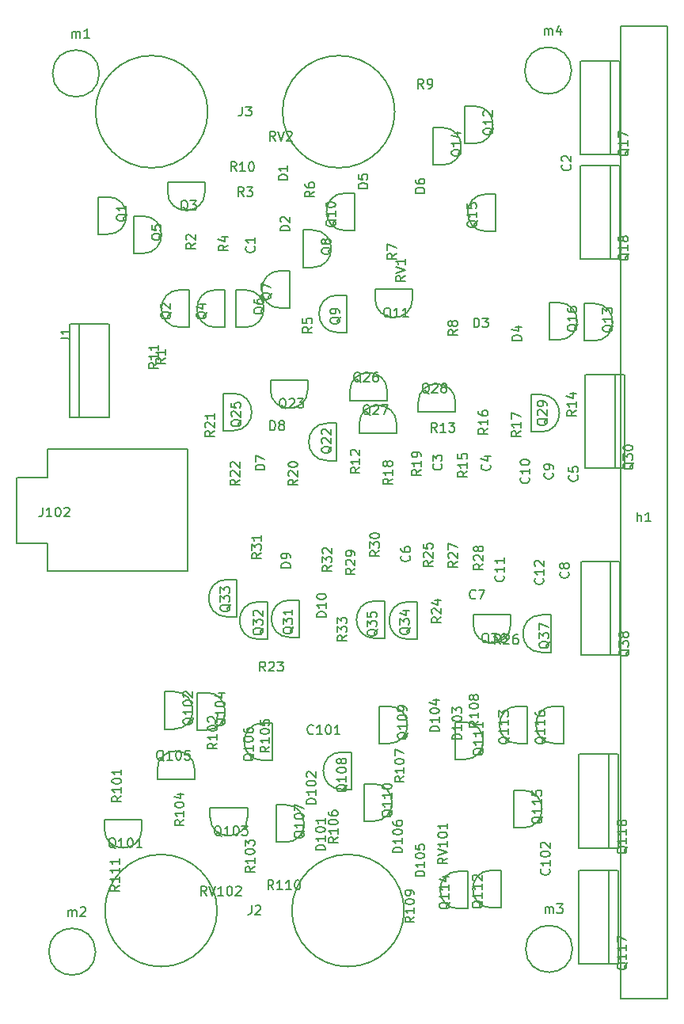
<source format=gbr>
G04 #@! TF.FileFunction,Legend,Top*
%FSLAX46Y46*%
G04 Gerber Fmt 4.6, Leading zero omitted, Abs format (unit mm)*
G04 Created by KiCad (PCBNEW 4.0.7) date Tuesday, August 03, 2021 'PMt' 04:14:27 PM*
%MOMM*%
%LPD*%
G01*
G04 APERTURE LIST*
%ADD10C,0.100000*%
%ADD11C,0.150000*%
G04 APERTURE END LIST*
D10*
D11*
X169800000Y-96400000D02*
X169800000Y-103400000D01*
X173050000Y-96400000D02*
X169850000Y-96400000D01*
X173050000Y-103400000D02*
X169850000Y-103400000D01*
X173050000Y-96400000D02*
X173050000Y-93400000D01*
X173050000Y-106400000D02*
X173050000Y-103400000D01*
X188050000Y-93400000D02*
X188050000Y-106400000D01*
X173050000Y-106400000D02*
X188050000Y-106400000D01*
X173050000Y-93400000D02*
X188050000Y-93400000D01*
X204000000Y-90600000D02*
X203000000Y-90600000D01*
X204000000Y-94600000D02*
X203000000Y-94600000D01*
X203000000Y-90600000D02*
G75*
G03X203000000Y-94600000I0J-2000000D01*
G01*
X204000000Y-94600000D02*
X204000000Y-90600000D01*
X196900000Y-86000000D02*
X196900000Y-87000000D01*
X200900000Y-86000000D02*
X200900000Y-87000000D01*
X196900000Y-87000000D02*
G75*
G03X200900000Y-87000000I2000000J0D01*
G01*
X200900000Y-86000000D02*
X196900000Y-86000000D01*
X191900000Y-91400000D02*
X192900000Y-91400000D01*
X191900000Y-87400000D02*
X192900000Y-87400000D01*
X192900000Y-91400000D02*
G75*
G03X192900000Y-87400000I0J2000000D01*
G01*
X191900000Y-87400000D02*
X191900000Y-91400000D01*
X209400000Y-88200000D02*
X209400000Y-87200000D01*
X205400000Y-88200000D02*
X205400000Y-87200000D01*
X209400000Y-87200000D02*
G75*
G03X205400000Y-87200000I-2000000J0D01*
G01*
X205400000Y-88200000D02*
X209400000Y-88200000D01*
X210400000Y-91700000D02*
X210400000Y-90700000D01*
X206400000Y-91700000D02*
X206400000Y-90700000D01*
X210400000Y-90700000D02*
G75*
G03X206400000Y-90700000I-2000000J0D01*
G01*
X206400000Y-91700000D02*
X210400000Y-91700000D01*
X216700000Y-89400000D02*
X216700000Y-88400000D01*
X212700000Y-89400000D02*
X212700000Y-88400000D01*
X216700000Y-88400000D02*
G75*
G03X212700000Y-88400000I-2000000J0D01*
G01*
X212700000Y-89400000D02*
X216700000Y-89400000D01*
X224806000Y-91535000D02*
X225806000Y-91535000D01*
X224806000Y-87535000D02*
X225806000Y-87535000D01*
X225806000Y-91535000D02*
G75*
G03X225806000Y-87535000I0J2000000D01*
G01*
X224806000Y-87535000D02*
X224806000Y-91535000D01*
X200000000Y-109500000D02*
X199000000Y-109500000D01*
X200000000Y-113500000D02*
X199000000Y-113500000D01*
X199000000Y-109500000D02*
G75*
G03X199000000Y-113500000I0J-2000000D01*
G01*
X200000000Y-113500000D02*
X200000000Y-109500000D01*
X196600000Y-109700000D02*
X195600000Y-109700000D01*
X196600000Y-113700000D02*
X195600000Y-113700000D01*
X195600000Y-109700000D02*
G75*
G03X195600000Y-113700000I0J-2000000D01*
G01*
X196600000Y-113700000D02*
X196600000Y-109700000D01*
X193300000Y-107300000D02*
X192300000Y-107300000D01*
X193300000Y-111300000D02*
X192300000Y-111300000D01*
X192300000Y-107300000D02*
G75*
G03X192300000Y-111300000I0J-2000000D01*
G01*
X193300000Y-111300000D02*
X193300000Y-107300000D01*
X212600000Y-109700000D02*
X211600000Y-109700000D01*
X212600000Y-113700000D02*
X211600000Y-113700000D01*
X211600000Y-109700000D02*
G75*
G03X211600000Y-113700000I0J-2000000D01*
G01*
X212600000Y-113700000D02*
X212600000Y-109700000D01*
X209100000Y-109600000D02*
X208100000Y-109600000D01*
X209100000Y-113600000D02*
X208100000Y-113600000D01*
X208100000Y-109600000D02*
G75*
G03X208100000Y-113600000I0J-2000000D01*
G01*
X209100000Y-113600000D02*
X209100000Y-109600000D01*
X218600000Y-111100000D02*
X218600000Y-112100000D01*
X222600000Y-111100000D02*
X222600000Y-112100000D01*
X218600000Y-112100000D02*
G75*
G03X222600000Y-112100000I2000000J0D01*
G01*
X222600000Y-111100000D02*
X218600000Y-111100000D01*
X226900000Y-111100000D02*
X225900000Y-111100000D01*
X226900000Y-115100000D02*
X225900000Y-115100000D01*
X225900000Y-111100000D02*
G75*
G03X225900000Y-115100000I0J-2000000D01*
G01*
X226900000Y-115100000D02*
X226900000Y-111100000D01*
X179150000Y-133000000D02*
X179150000Y-134000000D01*
X183150000Y-133000000D02*
X183150000Y-134000000D01*
X179150000Y-134000000D02*
G75*
G03X183150000Y-134000000I2000000J0D01*
G01*
X183150000Y-133000000D02*
X179150000Y-133000000D01*
X185600000Y-123300000D02*
X186600000Y-123300000D01*
X185600000Y-119300000D02*
X186600000Y-119300000D01*
X186600000Y-123300000D02*
G75*
G03X186600000Y-119300000I0J2000000D01*
G01*
X185600000Y-119300000D02*
X185600000Y-123300000D01*
X190450000Y-131700000D02*
X190450000Y-132700000D01*
X194450000Y-131700000D02*
X194450000Y-132700000D01*
X190450000Y-132700000D02*
G75*
G03X194450000Y-132700000I2000000J0D01*
G01*
X194450000Y-131700000D02*
X190450000Y-131700000D01*
X189050000Y-123400000D02*
X190050000Y-123400000D01*
X189050000Y-119400000D02*
X190050000Y-119400000D01*
X190050000Y-123400000D02*
G75*
G03X190050000Y-119400000I0J2000000D01*
G01*
X189050000Y-119400000D02*
X189050000Y-123400000D01*
X188800000Y-128650000D02*
X188800000Y-127650000D01*
X184800000Y-128650000D02*
X184800000Y-127650000D01*
X188800000Y-127650000D02*
G75*
G03X184800000Y-127650000I-2000000J0D01*
G01*
X184800000Y-128650000D02*
X188800000Y-128650000D01*
X197100000Y-122650000D02*
X196100000Y-122650000D01*
X197100000Y-126650000D02*
X196100000Y-126650000D01*
X196100000Y-122650000D02*
G75*
G03X196100000Y-126650000I0J-2000000D01*
G01*
X197100000Y-126650000D02*
X197100000Y-122650000D01*
X197500000Y-135400000D02*
X198500000Y-135400000D01*
X197500000Y-131400000D02*
X198500000Y-131400000D01*
X198500000Y-135400000D02*
G75*
G03X198500000Y-131400000I0J2000000D01*
G01*
X197500000Y-131400000D02*
X197500000Y-135400000D01*
X205550000Y-125750000D02*
X204550000Y-125750000D01*
X205550000Y-129750000D02*
X204550000Y-129750000D01*
X204550000Y-125750000D02*
G75*
G03X204550000Y-129750000I0J-2000000D01*
G01*
X205550000Y-129750000D02*
X205550000Y-125750000D01*
X208550000Y-124850000D02*
X209550000Y-124850000D01*
X208550000Y-120850000D02*
X209550000Y-120850000D01*
X209550000Y-124850000D02*
G75*
G03X209550000Y-120850000I0J2000000D01*
G01*
X208550000Y-120850000D02*
X208550000Y-124850000D01*
X206900000Y-133150000D02*
X207900000Y-133150000D01*
X206900000Y-129150000D02*
X207900000Y-129150000D01*
X207900000Y-133150000D02*
G75*
G03X207900000Y-129150000I0J2000000D01*
G01*
X206900000Y-129150000D02*
X206900000Y-133150000D01*
X216650000Y-126550000D02*
X217650000Y-126550000D01*
X216650000Y-122550000D02*
X217650000Y-122550000D01*
X217650000Y-126550000D02*
G75*
G03X217650000Y-122550000I0J2000000D01*
G01*
X216650000Y-122550000D02*
X216650000Y-126550000D01*
X221550000Y-138400000D02*
X220550000Y-138400000D01*
X221550000Y-142400000D02*
X220550000Y-142400000D01*
X220550000Y-138400000D02*
G75*
G03X220550000Y-142400000I0J-2000000D01*
G01*
X221550000Y-142400000D02*
X221550000Y-138400000D01*
X224400000Y-120850000D02*
X223400000Y-120850000D01*
X224400000Y-124850000D02*
X223400000Y-124850000D01*
X223400000Y-120850000D02*
G75*
G03X223400000Y-124850000I0J-2000000D01*
G01*
X224400000Y-124850000D02*
X224400000Y-120850000D01*
X218050000Y-138500000D02*
X217050000Y-138500000D01*
X218050000Y-142500000D02*
X217050000Y-142500000D01*
X217050000Y-138500000D02*
G75*
G03X217050000Y-142500000I0J-2000000D01*
G01*
X218050000Y-142500000D02*
X218050000Y-138500000D01*
X222950000Y-133850000D02*
X223950000Y-133850000D01*
X222950000Y-129850000D02*
X223950000Y-129850000D01*
X223950000Y-133850000D02*
G75*
G03X223950000Y-129850000I0J2000000D01*
G01*
X222950000Y-129850000D02*
X222950000Y-133850000D01*
X228300000Y-120850000D02*
X227300000Y-120850000D01*
X228300000Y-124850000D02*
X227300000Y-124850000D01*
X227300000Y-120850000D02*
G75*
G03X227300000Y-124850000I0J-2000000D01*
G01*
X228300000Y-124850000D02*
X228300000Y-120850000D01*
X233100000Y-138400000D02*
X233100000Y-148400000D01*
X234000000Y-138400000D02*
X230000000Y-138400000D01*
X234000000Y-148400000D02*
X230000000Y-148400000D01*
X229900000Y-138400000D02*
X229900000Y-148400000D01*
X234100000Y-138400000D02*
X234100000Y-148400000D01*
X233100000Y-126000000D02*
X233100000Y-136000000D01*
X234000000Y-126000000D02*
X230000000Y-126000000D01*
X234000000Y-136000000D02*
X230000000Y-136000000D01*
X229900000Y-126000000D02*
X229900000Y-136000000D01*
X234100000Y-126000000D02*
X234100000Y-136000000D01*
X176450000Y-90000000D02*
X176450000Y-80000000D01*
X175550000Y-90000000D02*
X179550000Y-90000000D01*
X175550000Y-80000000D02*
X179550000Y-80000000D01*
X179650000Y-90000000D02*
X179650000Y-80000000D01*
X175450000Y-90000000D02*
X175450000Y-80000000D01*
X178500000Y-70400000D02*
X179500000Y-70400000D01*
X178500000Y-66400000D02*
X179500000Y-66400000D01*
X179500000Y-70400000D02*
G75*
G03X179500000Y-66400000I0J2000000D01*
G01*
X178500000Y-66400000D02*
X178500000Y-70400000D01*
X188250000Y-76350000D02*
X187250000Y-76350000D01*
X188250000Y-80350000D02*
X187250000Y-80350000D01*
X187250000Y-76350000D02*
G75*
G03X187250000Y-80350000I0J-2000000D01*
G01*
X188250000Y-80350000D02*
X188250000Y-76350000D01*
X185900000Y-64850000D02*
X185900000Y-65850000D01*
X189900000Y-64850000D02*
X189900000Y-65850000D01*
X185900000Y-65850000D02*
G75*
G03X189900000Y-65850000I2000000J0D01*
G01*
X189900000Y-64850000D02*
X185900000Y-64850000D01*
X192050000Y-76350000D02*
X191050000Y-76350000D01*
X192050000Y-80350000D02*
X191050000Y-80350000D01*
X191050000Y-76350000D02*
G75*
G03X191050000Y-80350000I0J-2000000D01*
G01*
X192050000Y-80350000D02*
X192050000Y-76350000D01*
X182250000Y-72450000D02*
X183250000Y-72450000D01*
X182250000Y-68450000D02*
X183250000Y-68450000D01*
X183250000Y-72450000D02*
G75*
G03X183250000Y-68450000I0J2000000D01*
G01*
X182250000Y-68450000D02*
X182250000Y-72450000D01*
X193200000Y-80350000D02*
X194200000Y-80350000D01*
X193200000Y-76350000D02*
X194200000Y-76350000D01*
X194200000Y-80350000D02*
G75*
G03X194200000Y-76350000I0J2000000D01*
G01*
X193200000Y-76350000D02*
X193200000Y-80350000D01*
X199000000Y-74300000D02*
X198000000Y-74300000D01*
X199000000Y-78300000D02*
X198000000Y-78300000D01*
X198000000Y-74300000D02*
G75*
G03X198000000Y-78300000I0J-2000000D01*
G01*
X199000000Y-78300000D02*
X199000000Y-74300000D01*
X200400000Y-73950000D02*
X201400000Y-73950000D01*
X200400000Y-69950000D02*
X201400000Y-69950000D01*
X201400000Y-73950000D02*
G75*
G03X201400000Y-69950000I0J2000000D01*
G01*
X200400000Y-69950000D02*
X200400000Y-73950000D01*
X205100000Y-76900000D02*
X204100000Y-76900000D01*
X205100000Y-80900000D02*
X204100000Y-80900000D01*
X204100000Y-76900000D02*
G75*
G03X204100000Y-80900000I0J-2000000D01*
G01*
X205100000Y-80900000D02*
X205100000Y-76900000D01*
X205900000Y-66000000D02*
X204900000Y-66000000D01*
X205900000Y-70000000D02*
X204900000Y-70000000D01*
X204900000Y-66000000D02*
G75*
G03X204900000Y-70000000I0J-2000000D01*
G01*
X205900000Y-70000000D02*
X205900000Y-66000000D01*
X208100000Y-76300000D02*
X208100000Y-77300000D01*
X212100000Y-76300000D02*
X212100000Y-77300000D01*
X208100000Y-77300000D02*
G75*
G03X212100000Y-77300000I2000000J0D01*
G01*
X212100000Y-76300000D02*
X208100000Y-76300000D01*
X217700000Y-60700000D02*
X218700000Y-60700000D01*
X217700000Y-56700000D02*
X218700000Y-56700000D01*
X218700000Y-60700000D02*
G75*
G03X218700000Y-56700000I0J2000000D01*
G01*
X217700000Y-56700000D02*
X217700000Y-60700000D01*
X230500000Y-81800000D02*
X231500000Y-81800000D01*
X230500000Y-77800000D02*
X231500000Y-77800000D01*
X231500000Y-81800000D02*
G75*
G03X231500000Y-77800000I0J2000000D01*
G01*
X230500000Y-77800000D02*
X230500000Y-81800000D01*
X214300000Y-63000000D02*
X215300000Y-63000000D01*
X214300000Y-59000000D02*
X215300000Y-59000000D01*
X215300000Y-63000000D02*
G75*
G03X215300000Y-59000000I0J2000000D01*
G01*
X214300000Y-59000000D02*
X214300000Y-63000000D01*
X221000000Y-66100000D02*
X220000000Y-66100000D01*
X221000000Y-70100000D02*
X220000000Y-70100000D01*
X220000000Y-66100000D02*
G75*
G03X220000000Y-70100000I0J-2000000D01*
G01*
X221000000Y-70100000D02*
X221000000Y-66100000D01*
X226700000Y-81700000D02*
X227700000Y-81700000D01*
X226700000Y-77700000D02*
X227700000Y-77700000D01*
X227700000Y-81700000D02*
G75*
G03X227700000Y-77700000I0J2000000D01*
G01*
X226700000Y-77700000D02*
X226700000Y-81700000D01*
X233256000Y-51896000D02*
X233256000Y-61896000D01*
X234156000Y-51896000D02*
X230156000Y-51896000D01*
X234156000Y-61896000D02*
X230156000Y-61896000D01*
X230056000Y-51896000D02*
X230056000Y-61896000D01*
X234256000Y-51896000D02*
X234256000Y-61896000D01*
X233256000Y-63072000D02*
X233256000Y-73072000D01*
X234156000Y-63072000D02*
X230156000Y-63072000D01*
X234156000Y-73072000D02*
X230156000Y-73072000D01*
X230056000Y-63072000D02*
X230056000Y-73072000D01*
X234256000Y-63072000D02*
X234256000Y-73072000D01*
X233764000Y-85424000D02*
X233764000Y-95424000D01*
X234664000Y-85424000D02*
X230664000Y-85424000D01*
X234664000Y-95424000D02*
X230664000Y-95424000D01*
X230564000Y-85424000D02*
X230564000Y-95424000D01*
X234764000Y-85424000D02*
X234764000Y-95424000D01*
X233300000Y-105400000D02*
X233300000Y-115400000D01*
X234200000Y-105400000D02*
X230200000Y-105400000D01*
X234200000Y-115400000D02*
X230200000Y-115400000D01*
X230100000Y-105400000D02*
X230100000Y-115400000D01*
X234300000Y-105400000D02*
X234300000Y-115400000D01*
X191200000Y-142700000D02*
G75*
G03X191200000Y-142700000I-6000000J0D01*
G01*
X211200000Y-142700000D02*
G75*
G03X211200000Y-142700000I-6000000J0D01*
G01*
X190200000Y-57300000D02*
G75*
G03X190200000Y-57300000I-6000000J0D01*
G01*
X210200000Y-57300000D02*
G75*
G03X210200000Y-57300000I-6000000J0D01*
G01*
X234350000Y-152150000D02*
X239350000Y-152150000D01*
X234350000Y-48150000D02*
X239350000Y-48150000D01*
X239350000Y-48150000D02*
X239350000Y-152150000D01*
X234350000Y-48150000D02*
X234350000Y-152150000D01*
X178600000Y-53200000D02*
G75*
G03X178600000Y-53200000I-2500000J0D01*
G01*
X178200000Y-147100000D02*
G75*
G03X178200000Y-147100000I-2500000J0D01*
G01*
X229200000Y-146800000D02*
G75*
G03X229200000Y-146800000I-2500000J0D01*
G01*
X229100000Y-52900000D02*
G75*
G03X229100000Y-52900000I-2500000J0D01*
G01*
X211757143Y-104766666D02*
X211804762Y-104814285D01*
X211852381Y-104957142D01*
X211852381Y-105052380D01*
X211804762Y-105195238D01*
X211709524Y-105290476D01*
X211614286Y-105338095D01*
X211423810Y-105385714D01*
X211280952Y-105385714D01*
X211090476Y-105338095D01*
X210995238Y-105290476D01*
X210900000Y-105195238D01*
X210852381Y-105052380D01*
X210852381Y-104957142D01*
X210900000Y-104814285D01*
X210947619Y-104766666D01*
X210852381Y-103909523D02*
X210852381Y-104100000D01*
X210900000Y-104195238D01*
X210947619Y-104242857D01*
X211090476Y-104338095D01*
X211280952Y-104385714D01*
X211661905Y-104385714D01*
X211757143Y-104338095D01*
X211804762Y-104290476D01*
X211852381Y-104195238D01*
X211852381Y-104004761D01*
X211804762Y-103909523D01*
X211757143Y-103861904D01*
X211661905Y-103814285D01*
X211423810Y-103814285D01*
X211328571Y-103861904D01*
X211280952Y-103909523D01*
X211233333Y-104004761D01*
X211233333Y-104195238D01*
X211280952Y-104290476D01*
X211328571Y-104338095D01*
X211423810Y-104385714D01*
X196302381Y-95588095D02*
X195302381Y-95588095D01*
X195302381Y-95350000D01*
X195350000Y-95207142D01*
X195445238Y-95111904D01*
X195540476Y-95064285D01*
X195730952Y-95016666D01*
X195873810Y-95016666D01*
X196064286Y-95064285D01*
X196159524Y-95111904D01*
X196254762Y-95207142D01*
X196302381Y-95350000D01*
X196302381Y-95588095D01*
X195302381Y-94683333D02*
X195302381Y-94016666D01*
X196302381Y-94445238D01*
X196861905Y-91352381D02*
X196861905Y-90352381D01*
X197100000Y-90352381D01*
X197242858Y-90400000D01*
X197338096Y-90495238D01*
X197385715Y-90590476D01*
X197433334Y-90780952D01*
X197433334Y-90923810D01*
X197385715Y-91114286D01*
X197338096Y-91209524D01*
X197242858Y-91304762D01*
X197100000Y-91352381D01*
X196861905Y-91352381D01*
X198004762Y-90780952D02*
X197909524Y-90733333D01*
X197861905Y-90685714D01*
X197814286Y-90590476D01*
X197814286Y-90542857D01*
X197861905Y-90447619D01*
X197909524Y-90400000D01*
X198004762Y-90352381D01*
X198195239Y-90352381D01*
X198290477Y-90400000D01*
X198338096Y-90447619D01*
X198385715Y-90542857D01*
X198385715Y-90590476D01*
X198338096Y-90685714D01*
X198290477Y-90733333D01*
X198195239Y-90780952D01*
X198004762Y-90780952D01*
X197909524Y-90828571D01*
X197861905Y-90876190D01*
X197814286Y-90971429D01*
X197814286Y-91161905D01*
X197861905Y-91257143D01*
X197909524Y-91304762D01*
X198004762Y-91352381D01*
X198195239Y-91352381D01*
X198290477Y-91304762D01*
X198338096Y-91257143D01*
X198385715Y-91161905D01*
X198385715Y-90971429D01*
X198338096Y-90876190D01*
X198290477Y-90828571D01*
X198195239Y-90780952D01*
X199052381Y-106038095D02*
X198052381Y-106038095D01*
X198052381Y-105800000D01*
X198100000Y-105657142D01*
X198195238Y-105561904D01*
X198290476Y-105514285D01*
X198480952Y-105466666D01*
X198623810Y-105466666D01*
X198814286Y-105514285D01*
X198909524Y-105561904D01*
X199004762Y-105657142D01*
X199052381Y-105800000D01*
X199052381Y-106038095D01*
X199052381Y-104990476D02*
X199052381Y-104800000D01*
X199004762Y-104704761D01*
X198957143Y-104657142D01*
X198814286Y-104561904D01*
X198623810Y-104514285D01*
X198242857Y-104514285D01*
X198147619Y-104561904D01*
X198100000Y-104609523D01*
X198052381Y-104704761D01*
X198052381Y-104895238D01*
X198100000Y-104990476D01*
X198147619Y-105038095D01*
X198242857Y-105085714D01*
X198480952Y-105085714D01*
X198576190Y-105038095D01*
X198623810Y-104990476D01*
X198671429Y-104895238D01*
X198671429Y-104704761D01*
X198623810Y-104609523D01*
X198576190Y-104561904D01*
X198480952Y-104514285D01*
X202852381Y-111314286D02*
X201852381Y-111314286D01*
X201852381Y-111076191D01*
X201900000Y-110933333D01*
X201995238Y-110838095D01*
X202090476Y-110790476D01*
X202280952Y-110742857D01*
X202423810Y-110742857D01*
X202614286Y-110790476D01*
X202709524Y-110838095D01*
X202804762Y-110933333D01*
X202852381Y-111076191D01*
X202852381Y-111314286D01*
X202852381Y-109790476D02*
X202852381Y-110361905D01*
X202852381Y-110076191D02*
X201852381Y-110076191D01*
X201995238Y-110171429D01*
X202090476Y-110266667D01*
X202138095Y-110361905D01*
X201852381Y-109171429D02*
X201852381Y-109076190D01*
X201900000Y-108980952D01*
X201947619Y-108933333D01*
X202042857Y-108885714D01*
X202233333Y-108838095D01*
X202471429Y-108838095D01*
X202661905Y-108885714D01*
X202757143Y-108933333D01*
X202804762Y-108980952D01*
X202852381Y-109076190D01*
X202852381Y-109171429D01*
X202804762Y-109266667D01*
X202757143Y-109314286D01*
X202661905Y-109361905D01*
X202471429Y-109409524D01*
X202233333Y-109409524D01*
X202042857Y-109361905D01*
X201947619Y-109314286D01*
X201900000Y-109266667D01*
X201852381Y-109171429D01*
X202752381Y-136240476D02*
X201752381Y-136240476D01*
X201752381Y-136002381D01*
X201800000Y-135859523D01*
X201895238Y-135764285D01*
X201990476Y-135716666D01*
X202180952Y-135669047D01*
X202323810Y-135669047D01*
X202514286Y-135716666D01*
X202609524Y-135764285D01*
X202704762Y-135859523D01*
X202752381Y-136002381D01*
X202752381Y-136240476D01*
X202752381Y-134716666D02*
X202752381Y-135288095D01*
X202752381Y-135002381D02*
X201752381Y-135002381D01*
X201895238Y-135097619D01*
X201990476Y-135192857D01*
X202038095Y-135288095D01*
X201752381Y-134097619D02*
X201752381Y-134002380D01*
X201800000Y-133907142D01*
X201847619Y-133859523D01*
X201942857Y-133811904D01*
X202133333Y-133764285D01*
X202371429Y-133764285D01*
X202561905Y-133811904D01*
X202657143Y-133859523D01*
X202704762Y-133907142D01*
X202752381Y-134002380D01*
X202752381Y-134097619D01*
X202704762Y-134192857D01*
X202657143Y-134240476D01*
X202561905Y-134288095D01*
X202371429Y-134335714D01*
X202133333Y-134335714D01*
X201942857Y-134288095D01*
X201847619Y-134240476D01*
X201800000Y-134192857D01*
X201752381Y-134097619D01*
X202752381Y-132811904D02*
X202752381Y-133383333D01*
X202752381Y-133097619D02*
X201752381Y-133097619D01*
X201895238Y-133192857D01*
X201990476Y-133288095D01*
X202038095Y-133383333D01*
X201752381Y-131290476D02*
X200752381Y-131290476D01*
X200752381Y-131052381D01*
X200800000Y-130909523D01*
X200895238Y-130814285D01*
X200990476Y-130766666D01*
X201180952Y-130719047D01*
X201323810Y-130719047D01*
X201514286Y-130766666D01*
X201609524Y-130814285D01*
X201704762Y-130909523D01*
X201752381Y-131052381D01*
X201752381Y-131290476D01*
X201752381Y-129766666D02*
X201752381Y-130338095D01*
X201752381Y-130052381D02*
X200752381Y-130052381D01*
X200895238Y-130147619D01*
X200990476Y-130242857D01*
X201038095Y-130338095D01*
X200752381Y-129147619D02*
X200752381Y-129052380D01*
X200800000Y-128957142D01*
X200847619Y-128909523D01*
X200942857Y-128861904D01*
X201133333Y-128814285D01*
X201371429Y-128814285D01*
X201561905Y-128861904D01*
X201657143Y-128909523D01*
X201704762Y-128957142D01*
X201752381Y-129052380D01*
X201752381Y-129147619D01*
X201704762Y-129242857D01*
X201657143Y-129290476D01*
X201561905Y-129338095D01*
X201371429Y-129385714D01*
X201133333Y-129385714D01*
X200942857Y-129338095D01*
X200847619Y-129290476D01*
X200800000Y-129242857D01*
X200752381Y-129147619D01*
X200847619Y-128433333D02*
X200800000Y-128385714D01*
X200752381Y-128290476D01*
X200752381Y-128052380D01*
X200800000Y-127957142D01*
X200847619Y-127909523D01*
X200942857Y-127861904D01*
X201038095Y-127861904D01*
X201180952Y-127909523D01*
X201752381Y-128480952D01*
X201752381Y-127861904D01*
X217352381Y-124390476D02*
X216352381Y-124390476D01*
X216352381Y-124152381D01*
X216400000Y-124009523D01*
X216495238Y-123914285D01*
X216590476Y-123866666D01*
X216780952Y-123819047D01*
X216923810Y-123819047D01*
X217114286Y-123866666D01*
X217209524Y-123914285D01*
X217304762Y-124009523D01*
X217352381Y-124152381D01*
X217352381Y-124390476D01*
X217352381Y-122866666D02*
X217352381Y-123438095D01*
X217352381Y-123152381D02*
X216352381Y-123152381D01*
X216495238Y-123247619D01*
X216590476Y-123342857D01*
X216638095Y-123438095D01*
X216352381Y-122247619D02*
X216352381Y-122152380D01*
X216400000Y-122057142D01*
X216447619Y-122009523D01*
X216542857Y-121961904D01*
X216733333Y-121914285D01*
X216971429Y-121914285D01*
X217161905Y-121961904D01*
X217257143Y-122009523D01*
X217304762Y-122057142D01*
X217352381Y-122152380D01*
X217352381Y-122247619D01*
X217304762Y-122342857D01*
X217257143Y-122390476D01*
X217161905Y-122438095D01*
X216971429Y-122485714D01*
X216733333Y-122485714D01*
X216542857Y-122438095D01*
X216447619Y-122390476D01*
X216400000Y-122342857D01*
X216352381Y-122247619D01*
X216352381Y-121580952D02*
X216352381Y-120961904D01*
X216733333Y-121295238D01*
X216733333Y-121152380D01*
X216780952Y-121057142D01*
X216828571Y-121009523D01*
X216923810Y-120961904D01*
X217161905Y-120961904D01*
X217257143Y-121009523D01*
X217304762Y-121057142D01*
X217352381Y-121152380D01*
X217352381Y-121438095D01*
X217304762Y-121533333D01*
X217257143Y-121580952D01*
X214952381Y-123540476D02*
X213952381Y-123540476D01*
X213952381Y-123302381D01*
X214000000Y-123159523D01*
X214095238Y-123064285D01*
X214190476Y-123016666D01*
X214380952Y-122969047D01*
X214523810Y-122969047D01*
X214714286Y-123016666D01*
X214809524Y-123064285D01*
X214904762Y-123159523D01*
X214952381Y-123302381D01*
X214952381Y-123540476D01*
X214952381Y-122016666D02*
X214952381Y-122588095D01*
X214952381Y-122302381D02*
X213952381Y-122302381D01*
X214095238Y-122397619D01*
X214190476Y-122492857D01*
X214238095Y-122588095D01*
X213952381Y-121397619D02*
X213952381Y-121302380D01*
X214000000Y-121207142D01*
X214047619Y-121159523D01*
X214142857Y-121111904D01*
X214333333Y-121064285D01*
X214571429Y-121064285D01*
X214761905Y-121111904D01*
X214857143Y-121159523D01*
X214904762Y-121207142D01*
X214952381Y-121302380D01*
X214952381Y-121397619D01*
X214904762Y-121492857D01*
X214857143Y-121540476D01*
X214761905Y-121588095D01*
X214571429Y-121635714D01*
X214333333Y-121635714D01*
X214142857Y-121588095D01*
X214047619Y-121540476D01*
X214000000Y-121492857D01*
X213952381Y-121397619D01*
X214285714Y-120207142D02*
X214952381Y-120207142D01*
X213904762Y-120445238D02*
X214619048Y-120683333D01*
X214619048Y-120064285D01*
X213402381Y-139040476D02*
X212402381Y-139040476D01*
X212402381Y-138802381D01*
X212450000Y-138659523D01*
X212545238Y-138564285D01*
X212640476Y-138516666D01*
X212830952Y-138469047D01*
X212973810Y-138469047D01*
X213164286Y-138516666D01*
X213259524Y-138564285D01*
X213354762Y-138659523D01*
X213402381Y-138802381D01*
X213402381Y-139040476D01*
X213402381Y-137516666D02*
X213402381Y-138088095D01*
X213402381Y-137802381D02*
X212402381Y-137802381D01*
X212545238Y-137897619D01*
X212640476Y-137992857D01*
X212688095Y-138088095D01*
X212402381Y-136897619D02*
X212402381Y-136802380D01*
X212450000Y-136707142D01*
X212497619Y-136659523D01*
X212592857Y-136611904D01*
X212783333Y-136564285D01*
X213021429Y-136564285D01*
X213211905Y-136611904D01*
X213307143Y-136659523D01*
X213354762Y-136707142D01*
X213402381Y-136802380D01*
X213402381Y-136897619D01*
X213354762Y-136992857D01*
X213307143Y-137040476D01*
X213211905Y-137088095D01*
X213021429Y-137135714D01*
X212783333Y-137135714D01*
X212592857Y-137088095D01*
X212497619Y-137040476D01*
X212450000Y-136992857D01*
X212402381Y-136897619D01*
X212402381Y-135659523D02*
X212402381Y-136135714D01*
X212878571Y-136183333D01*
X212830952Y-136135714D01*
X212783333Y-136040476D01*
X212783333Y-135802380D01*
X212830952Y-135707142D01*
X212878571Y-135659523D01*
X212973810Y-135611904D01*
X213211905Y-135611904D01*
X213307143Y-135659523D01*
X213354762Y-135707142D01*
X213402381Y-135802380D01*
X213402381Y-136040476D01*
X213354762Y-136135714D01*
X213307143Y-136183333D01*
X211002381Y-136490476D02*
X210002381Y-136490476D01*
X210002381Y-136252381D01*
X210050000Y-136109523D01*
X210145238Y-136014285D01*
X210240476Y-135966666D01*
X210430952Y-135919047D01*
X210573810Y-135919047D01*
X210764286Y-135966666D01*
X210859524Y-136014285D01*
X210954762Y-136109523D01*
X211002381Y-136252381D01*
X211002381Y-136490476D01*
X211002381Y-134966666D02*
X211002381Y-135538095D01*
X211002381Y-135252381D02*
X210002381Y-135252381D01*
X210145238Y-135347619D01*
X210240476Y-135442857D01*
X210288095Y-135538095D01*
X210002381Y-134347619D02*
X210002381Y-134252380D01*
X210050000Y-134157142D01*
X210097619Y-134109523D01*
X210192857Y-134061904D01*
X210383333Y-134014285D01*
X210621429Y-134014285D01*
X210811905Y-134061904D01*
X210907143Y-134109523D01*
X210954762Y-134157142D01*
X211002381Y-134252380D01*
X211002381Y-134347619D01*
X210954762Y-134442857D01*
X210907143Y-134490476D01*
X210811905Y-134538095D01*
X210621429Y-134585714D01*
X210383333Y-134585714D01*
X210192857Y-134538095D01*
X210097619Y-134490476D01*
X210050000Y-134442857D01*
X210002381Y-134347619D01*
X210002381Y-133157142D02*
X210002381Y-133347619D01*
X210050000Y-133442857D01*
X210097619Y-133490476D01*
X210240476Y-133585714D01*
X210430952Y-133633333D01*
X210811905Y-133633333D01*
X210907143Y-133585714D01*
X210954762Y-133538095D01*
X211002381Y-133442857D01*
X211002381Y-133252380D01*
X210954762Y-133157142D01*
X210907143Y-133109523D01*
X210811905Y-133061904D01*
X210573810Y-133061904D01*
X210478571Y-133109523D01*
X210430952Y-133157142D01*
X210383333Y-133252380D01*
X210383333Y-133442857D01*
X210430952Y-133538095D01*
X210478571Y-133585714D01*
X210573810Y-133633333D01*
X172514286Y-99602381D02*
X172514286Y-100316667D01*
X172466666Y-100459524D01*
X172371428Y-100554762D01*
X172228571Y-100602381D01*
X172133333Y-100602381D01*
X173514286Y-100602381D02*
X172942857Y-100602381D01*
X173228571Y-100602381D02*
X173228571Y-99602381D01*
X173133333Y-99745238D01*
X173038095Y-99840476D01*
X172942857Y-99888095D01*
X174133333Y-99602381D02*
X174228572Y-99602381D01*
X174323810Y-99650000D01*
X174371429Y-99697619D01*
X174419048Y-99792857D01*
X174466667Y-99983333D01*
X174466667Y-100221429D01*
X174419048Y-100411905D01*
X174371429Y-100507143D01*
X174323810Y-100554762D01*
X174228572Y-100602381D01*
X174133333Y-100602381D01*
X174038095Y-100554762D01*
X173990476Y-100507143D01*
X173942857Y-100411905D01*
X173895238Y-100221429D01*
X173895238Y-99983333D01*
X173942857Y-99792857D01*
X173990476Y-99697619D01*
X174038095Y-99650000D01*
X174133333Y-99602381D01*
X174847619Y-99697619D02*
X174895238Y-99650000D01*
X174990476Y-99602381D01*
X175228572Y-99602381D01*
X175323810Y-99650000D01*
X175371429Y-99697619D01*
X175419048Y-99792857D01*
X175419048Y-99888095D01*
X175371429Y-100030952D01*
X174800000Y-100602381D01*
X175419048Y-100602381D01*
X203447619Y-93071428D02*
X203400000Y-93166666D01*
X203304762Y-93261904D01*
X203161905Y-93404761D01*
X203114286Y-93500000D01*
X203114286Y-93595238D01*
X203352381Y-93547619D02*
X203304762Y-93642857D01*
X203209524Y-93738095D01*
X203019048Y-93785714D01*
X202685714Y-93785714D01*
X202495238Y-93738095D01*
X202400000Y-93642857D01*
X202352381Y-93547619D01*
X202352381Y-93357142D01*
X202400000Y-93261904D01*
X202495238Y-93166666D01*
X202685714Y-93119047D01*
X203019048Y-93119047D01*
X203209524Y-93166666D01*
X203304762Y-93261904D01*
X203352381Y-93357142D01*
X203352381Y-93547619D01*
X202447619Y-92738095D02*
X202400000Y-92690476D01*
X202352381Y-92595238D01*
X202352381Y-92357142D01*
X202400000Y-92261904D01*
X202447619Y-92214285D01*
X202542857Y-92166666D01*
X202638095Y-92166666D01*
X202780952Y-92214285D01*
X203352381Y-92785714D01*
X203352381Y-92166666D01*
X202447619Y-91785714D02*
X202400000Y-91738095D01*
X202352381Y-91642857D01*
X202352381Y-91404761D01*
X202400000Y-91309523D01*
X202447619Y-91261904D01*
X202542857Y-91214285D01*
X202638095Y-91214285D01*
X202780952Y-91261904D01*
X203352381Y-91833333D01*
X203352381Y-91214285D01*
X198578572Y-89047619D02*
X198483334Y-89000000D01*
X198388096Y-88904762D01*
X198245239Y-88761905D01*
X198150000Y-88714286D01*
X198054762Y-88714286D01*
X198102381Y-88952381D02*
X198007143Y-88904762D01*
X197911905Y-88809524D01*
X197864286Y-88619048D01*
X197864286Y-88285714D01*
X197911905Y-88095238D01*
X198007143Y-88000000D01*
X198102381Y-87952381D01*
X198292858Y-87952381D01*
X198388096Y-88000000D01*
X198483334Y-88095238D01*
X198530953Y-88285714D01*
X198530953Y-88619048D01*
X198483334Y-88809524D01*
X198388096Y-88904762D01*
X198292858Y-88952381D01*
X198102381Y-88952381D01*
X198911905Y-88047619D02*
X198959524Y-88000000D01*
X199054762Y-87952381D01*
X199292858Y-87952381D01*
X199388096Y-88000000D01*
X199435715Y-88047619D01*
X199483334Y-88142857D01*
X199483334Y-88238095D01*
X199435715Y-88380952D01*
X198864286Y-88952381D01*
X199483334Y-88952381D01*
X199816667Y-87952381D02*
X200435715Y-87952381D01*
X200102381Y-88333333D01*
X200245239Y-88333333D01*
X200340477Y-88380952D01*
X200388096Y-88428571D01*
X200435715Y-88523810D01*
X200435715Y-88761905D01*
X200388096Y-88857143D01*
X200340477Y-88904762D01*
X200245239Y-88952381D01*
X199959524Y-88952381D01*
X199864286Y-88904762D01*
X199816667Y-88857143D01*
X193797619Y-90221428D02*
X193750000Y-90316666D01*
X193654762Y-90411904D01*
X193511905Y-90554761D01*
X193464286Y-90650000D01*
X193464286Y-90745238D01*
X193702381Y-90697619D02*
X193654762Y-90792857D01*
X193559524Y-90888095D01*
X193369048Y-90935714D01*
X193035714Y-90935714D01*
X192845238Y-90888095D01*
X192750000Y-90792857D01*
X192702381Y-90697619D01*
X192702381Y-90507142D01*
X192750000Y-90411904D01*
X192845238Y-90316666D01*
X193035714Y-90269047D01*
X193369048Y-90269047D01*
X193559524Y-90316666D01*
X193654762Y-90411904D01*
X193702381Y-90507142D01*
X193702381Y-90697619D01*
X192797619Y-89888095D02*
X192750000Y-89840476D01*
X192702381Y-89745238D01*
X192702381Y-89507142D01*
X192750000Y-89411904D01*
X192797619Y-89364285D01*
X192892857Y-89316666D01*
X192988095Y-89316666D01*
X193130952Y-89364285D01*
X193702381Y-89935714D01*
X193702381Y-89316666D01*
X192702381Y-88411904D02*
X192702381Y-88888095D01*
X193178571Y-88935714D01*
X193130952Y-88888095D01*
X193083333Y-88792857D01*
X193083333Y-88554761D01*
X193130952Y-88459523D01*
X193178571Y-88411904D01*
X193273810Y-88364285D01*
X193511905Y-88364285D01*
X193607143Y-88411904D01*
X193654762Y-88459523D01*
X193702381Y-88554761D01*
X193702381Y-88792857D01*
X193654762Y-88888095D01*
X193607143Y-88935714D01*
X206578572Y-86247619D02*
X206483334Y-86200000D01*
X206388096Y-86104762D01*
X206245239Y-85961905D01*
X206150000Y-85914286D01*
X206054762Y-85914286D01*
X206102381Y-86152381D02*
X206007143Y-86104762D01*
X205911905Y-86009524D01*
X205864286Y-85819048D01*
X205864286Y-85485714D01*
X205911905Y-85295238D01*
X206007143Y-85200000D01*
X206102381Y-85152381D01*
X206292858Y-85152381D01*
X206388096Y-85200000D01*
X206483334Y-85295238D01*
X206530953Y-85485714D01*
X206530953Y-85819048D01*
X206483334Y-86009524D01*
X206388096Y-86104762D01*
X206292858Y-86152381D01*
X206102381Y-86152381D01*
X206911905Y-85247619D02*
X206959524Y-85200000D01*
X207054762Y-85152381D01*
X207292858Y-85152381D01*
X207388096Y-85200000D01*
X207435715Y-85247619D01*
X207483334Y-85342857D01*
X207483334Y-85438095D01*
X207435715Y-85580952D01*
X206864286Y-86152381D01*
X207483334Y-86152381D01*
X208340477Y-85152381D02*
X208150000Y-85152381D01*
X208054762Y-85200000D01*
X208007143Y-85247619D01*
X207911905Y-85390476D01*
X207864286Y-85580952D01*
X207864286Y-85961905D01*
X207911905Y-86057143D01*
X207959524Y-86104762D01*
X208054762Y-86152381D01*
X208245239Y-86152381D01*
X208340477Y-86104762D01*
X208388096Y-86057143D01*
X208435715Y-85961905D01*
X208435715Y-85723810D01*
X208388096Y-85628571D01*
X208340477Y-85580952D01*
X208245239Y-85533333D01*
X208054762Y-85533333D01*
X207959524Y-85580952D01*
X207911905Y-85628571D01*
X207864286Y-85723810D01*
X207578572Y-89747619D02*
X207483334Y-89700000D01*
X207388096Y-89604762D01*
X207245239Y-89461905D01*
X207150000Y-89414286D01*
X207054762Y-89414286D01*
X207102381Y-89652381D02*
X207007143Y-89604762D01*
X206911905Y-89509524D01*
X206864286Y-89319048D01*
X206864286Y-88985714D01*
X206911905Y-88795238D01*
X207007143Y-88700000D01*
X207102381Y-88652381D01*
X207292858Y-88652381D01*
X207388096Y-88700000D01*
X207483334Y-88795238D01*
X207530953Y-88985714D01*
X207530953Y-89319048D01*
X207483334Y-89509524D01*
X207388096Y-89604762D01*
X207292858Y-89652381D01*
X207102381Y-89652381D01*
X207911905Y-88747619D02*
X207959524Y-88700000D01*
X208054762Y-88652381D01*
X208292858Y-88652381D01*
X208388096Y-88700000D01*
X208435715Y-88747619D01*
X208483334Y-88842857D01*
X208483334Y-88938095D01*
X208435715Y-89080952D01*
X207864286Y-89652381D01*
X208483334Y-89652381D01*
X208816667Y-88652381D02*
X209483334Y-88652381D01*
X209054762Y-89652381D01*
X213878572Y-87447619D02*
X213783334Y-87400000D01*
X213688096Y-87304762D01*
X213545239Y-87161905D01*
X213450000Y-87114286D01*
X213354762Y-87114286D01*
X213402381Y-87352381D02*
X213307143Y-87304762D01*
X213211905Y-87209524D01*
X213164286Y-87019048D01*
X213164286Y-86685714D01*
X213211905Y-86495238D01*
X213307143Y-86400000D01*
X213402381Y-86352381D01*
X213592858Y-86352381D01*
X213688096Y-86400000D01*
X213783334Y-86495238D01*
X213830953Y-86685714D01*
X213830953Y-87019048D01*
X213783334Y-87209524D01*
X213688096Y-87304762D01*
X213592858Y-87352381D01*
X213402381Y-87352381D01*
X214211905Y-86447619D02*
X214259524Y-86400000D01*
X214354762Y-86352381D01*
X214592858Y-86352381D01*
X214688096Y-86400000D01*
X214735715Y-86447619D01*
X214783334Y-86542857D01*
X214783334Y-86638095D01*
X214735715Y-86780952D01*
X214164286Y-87352381D01*
X214783334Y-87352381D01*
X215354762Y-86780952D02*
X215259524Y-86733333D01*
X215211905Y-86685714D01*
X215164286Y-86590476D01*
X215164286Y-86542857D01*
X215211905Y-86447619D01*
X215259524Y-86400000D01*
X215354762Y-86352381D01*
X215545239Y-86352381D01*
X215640477Y-86400000D01*
X215688096Y-86447619D01*
X215735715Y-86542857D01*
X215735715Y-86590476D01*
X215688096Y-86685714D01*
X215640477Y-86733333D01*
X215545239Y-86780952D01*
X215354762Y-86780952D01*
X215259524Y-86828571D01*
X215211905Y-86876190D01*
X215164286Y-86971429D01*
X215164286Y-87161905D01*
X215211905Y-87257143D01*
X215259524Y-87304762D01*
X215354762Y-87352381D01*
X215545239Y-87352381D01*
X215640477Y-87304762D01*
X215688096Y-87257143D01*
X215735715Y-87161905D01*
X215735715Y-86971429D01*
X215688096Y-86876190D01*
X215640477Y-86828571D01*
X215545239Y-86780952D01*
X226547619Y-90071428D02*
X226500000Y-90166666D01*
X226404762Y-90261904D01*
X226261905Y-90404761D01*
X226214286Y-90500000D01*
X226214286Y-90595238D01*
X226452381Y-90547619D02*
X226404762Y-90642857D01*
X226309524Y-90738095D01*
X226119048Y-90785714D01*
X225785714Y-90785714D01*
X225595238Y-90738095D01*
X225500000Y-90642857D01*
X225452381Y-90547619D01*
X225452381Y-90357142D01*
X225500000Y-90261904D01*
X225595238Y-90166666D01*
X225785714Y-90119047D01*
X226119048Y-90119047D01*
X226309524Y-90166666D01*
X226404762Y-90261904D01*
X226452381Y-90357142D01*
X226452381Y-90547619D01*
X225547619Y-89738095D02*
X225500000Y-89690476D01*
X225452381Y-89595238D01*
X225452381Y-89357142D01*
X225500000Y-89261904D01*
X225547619Y-89214285D01*
X225642857Y-89166666D01*
X225738095Y-89166666D01*
X225880952Y-89214285D01*
X226452381Y-89785714D01*
X226452381Y-89166666D01*
X226452381Y-88690476D02*
X226452381Y-88500000D01*
X226404762Y-88404761D01*
X226357143Y-88357142D01*
X226214286Y-88261904D01*
X226023810Y-88214285D01*
X225642857Y-88214285D01*
X225547619Y-88261904D01*
X225500000Y-88309523D01*
X225452381Y-88404761D01*
X225452381Y-88595238D01*
X225500000Y-88690476D01*
X225547619Y-88738095D01*
X225642857Y-88785714D01*
X225880952Y-88785714D01*
X225976190Y-88738095D01*
X226023810Y-88690476D01*
X226071429Y-88595238D01*
X226071429Y-88404761D01*
X226023810Y-88309523D01*
X225976190Y-88261904D01*
X225880952Y-88214285D01*
X199347619Y-112371428D02*
X199300000Y-112466666D01*
X199204762Y-112561904D01*
X199061905Y-112704761D01*
X199014286Y-112800000D01*
X199014286Y-112895238D01*
X199252381Y-112847619D02*
X199204762Y-112942857D01*
X199109524Y-113038095D01*
X198919048Y-113085714D01*
X198585714Y-113085714D01*
X198395238Y-113038095D01*
X198300000Y-112942857D01*
X198252381Y-112847619D01*
X198252381Y-112657142D01*
X198300000Y-112561904D01*
X198395238Y-112466666D01*
X198585714Y-112419047D01*
X198919048Y-112419047D01*
X199109524Y-112466666D01*
X199204762Y-112561904D01*
X199252381Y-112657142D01*
X199252381Y-112847619D01*
X198252381Y-112085714D02*
X198252381Y-111466666D01*
X198633333Y-111800000D01*
X198633333Y-111657142D01*
X198680952Y-111561904D01*
X198728571Y-111514285D01*
X198823810Y-111466666D01*
X199061905Y-111466666D01*
X199157143Y-111514285D01*
X199204762Y-111561904D01*
X199252381Y-111657142D01*
X199252381Y-111942857D01*
X199204762Y-112038095D01*
X199157143Y-112085714D01*
X199252381Y-110514285D02*
X199252381Y-111085714D01*
X199252381Y-110800000D02*
X198252381Y-110800000D01*
X198395238Y-110895238D01*
X198490476Y-110990476D01*
X198538095Y-111085714D01*
X196147619Y-112471428D02*
X196100000Y-112566666D01*
X196004762Y-112661904D01*
X195861905Y-112804761D01*
X195814286Y-112900000D01*
X195814286Y-112995238D01*
X196052381Y-112947619D02*
X196004762Y-113042857D01*
X195909524Y-113138095D01*
X195719048Y-113185714D01*
X195385714Y-113185714D01*
X195195238Y-113138095D01*
X195100000Y-113042857D01*
X195052381Y-112947619D01*
X195052381Y-112757142D01*
X195100000Y-112661904D01*
X195195238Y-112566666D01*
X195385714Y-112519047D01*
X195719048Y-112519047D01*
X195909524Y-112566666D01*
X196004762Y-112661904D01*
X196052381Y-112757142D01*
X196052381Y-112947619D01*
X195052381Y-112185714D02*
X195052381Y-111566666D01*
X195433333Y-111900000D01*
X195433333Y-111757142D01*
X195480952Y-111661904D01*
X195528571Y-111614285D01*
X195623810Y-111566666D01*
X195861905Y-111566666D01*
X195957143Y-111614285D01*
X196004762Y-111661904D01*
X196052381Y-111757142D01*
X196052381Y-112042857D01*
X196004762Y-112138095D01*
X195957143Y-112185714D01*
X195147619Y-111185714D02*
X195100000Y-111138095D01*
X195052381Y-111042857D01*
X195052381Y-110804761D01*
X195100000Y-110709523D01*
X195147619Y-110661904D01*
X195242857Y-110614285D01*
X195338095Y-110614285D01*
X195480952Y-110661904D01*
X196052381Y-111233333D01*
X196052381Y-110614285D01*
X192647619Y-109971428D02*
X192600000Y-110066666D01*
X192504762Y-110161904D01*
X192361905Y-110304761D01*
X192314286Y-110400000D01*
X192314286Y-110495238D01*
X192552381Y-110447619D02*
X192504762Y-110542857D01*
X192409524Y-110638095D01*
X192219048Y-110685714D01*
X191885714Y-110685714D01*
X191695238Y-110638095D01*
X191600000Y-110542857D01*
X191552381Y-110447619D01*
X191552381Y-110257142D01*
X191600000Y-110161904D01*
X191695238Y-110066666D01*
X191885714Y-110019047D01*
X192219048Y-110019047D01*
X192409524Y-110066666D01*
X192504762Y-110161904D01*
X192552381Y-110257142D01*
X192552381Y-110447619D01*
X191552381Y-109685714D02*
X191552381Y-109066666D01*
X191933333Y-109400000D01*
X191933333Y-109257142D01*
X191980952Y-109161904D01*
X192028571Y-109114285D01*
X192123810Y-109066666D01*
X192361905Y-109066666D01*
X192457143Y-109114285D01*
X192504762Y-109161904D01*
X192552381Y-109257142D01*
X192552381Y-109542857D01*
X192504762Y-109638095D01*
X192457143Y-109685714D01*
X191552381Y-108733333D02*
X191552381Y-108114285D01*
X191933333Y-108447619D01*
X191933333Y-108304761D01*
X191980952Y-108209523D01*
X192028571Y-108161904D01*
X192123810Y-108114285D01*
X192361905Y-108114285D01*
X192457143Y-108161904D01*
X192504762Y-108209523D01*
X192552381Y-108304761D01*
X192552381Y-108590476D01*
X192504762Y-108685714D01*
X192457143Y-108733333D01*
X211847619Y-112421428D02*
X211800000Y-112516666D01*
X211704762Y-112611904D01*
X211561905Y-112754761D01*
X211514286Y-112850000D01*
X211514286Y-112945238D01*
X211752381Y-112897619D02*
X211704762Y-112992857D01*
X211609524Y-113088095D01*
X211419048Y-113135714D01*
X211085714Y-113135714D01*
X210895238Y-113088095D01*
X210800000Y-112992857D01*
X210752381Y-112897619D01*
X210752381Y-112707142D01*
X210800000Y-112611904D01*
X210895238Y-112516666D01*
X211085714Y-112469047D01*
X211419048Y-112469047D01*
X211609524Y-112516666D01*
X211704762Y-112611904D01*
X211752381Y-112707142D01*
X211752381Y-112897619D01*
X210752381Y-112135714D02*
X210752381Y-111516666D01*
X211133333Y-111850000D01*
X211133333Y-111707142D01*
X211180952Y-111611904D01*
X211228571Y-111564285D01*
X211323810Y-111516666D01*
X211561905Y-111516666D01*
X211657143Y-111564285D01*
X211704762Y-111611904D01*
X211752381Y-111707142D01*
X211752381Y-111992857D01*
X211704762Y-112088095D01*
X211657143Y-112135714D01*
X211085714Y-110659523D02*
X211752381Y-110659523D01*
X210704762Y-110897619D02*
X211419048Y-111135714D01*
X211419048Y-110516666D01*
X208347619Y-112621428D02*
X208300000Y-112716666D01*
X208204762Y-112811904D01*
X208061905Y-112954761D01*
X208014286Y-113050000D01*
X208014286Y-113145238D01*
X208252381Y-113097619D02*
X208204762Y-113192857D01*
X208109524Y-113288095D01*
X207919048Y-113335714D01*
X207585714Y-113335714D01*
X207395238Y-113288095D01*
X207300000Y-113192857D01*
X207252381Y-113097619D01*
X207252381Y-112907142D01*
X207300000Y-112811904D01*
X207395238Y-112716666D01*
X207585714Y-112669047D01*
X207919048Y-112669047D01*
X208109524Y-112716666D01*
X208204762Y-112811904D01*
X208252381Y-112907142D01*
X208252381Y-113097619D01*
X207252381Y-112335714D02*
X207252381Y-111716666D01*
X207633333Y-112050000D01*
X207633333Y-111907142D01*
X207680952Y-111811904D01*
X207728571Y-111764285D01*
X207823810Y-111716666D01*
X208061905Y-111716666D01*
X208157143Y-111764285D01*
X208204762Y-111811904D01*
X208252381Y-111907142D01*
X208252381Y-112192857D01*
X208204762Y-112288095D01*
X208157143Y-112335714D01*
X207252381Y-110811904D02*
X207252381Y-111288095D01*
X207728571Y-111335714D01*
X207680952Y-111288095D01*
X207633333Y-111192857D01*
X207633333Y-110954761D01*
X207680952Y-110859523D01*
X207728571Y-110811904D01*
X207823810Y-110764285D01*
X208061905Y-110764285D01*
X208157143Y-110811904D01*
X208204762Y-110859523D01*
X208252381Y-110954761D01*
X208252381Y-111192857D01*
X208204762Y-111288095D01*
X208157143Y-111335714D01*
X220278572Y-114147619D02*
X220183334Y-114100000D01*
X220088096Y-114004762D01*
X219945239Y-113861905D01*
X219850000Y-113814286D01*
X219754762Y-113814286D01*
X219802381Y-114052381D02*
X219707143Y-114004762D01*
X219611905Y-113909524D01*
X219564286Y-113719048D01*
X219564286Y-113385714D01*
X219611905Y-113195238D01*
X219707143Y-113100000D01*
X219802381Y-113052381D01*
X219992858Y-113052381D01*
X220088096Y-113100000D01*
X220183334Y-113195238D01*
X220230953Y-113385714D01*
X220230953Y-113719048D01*
X220183334Y-113909524D01*
X220088096Y-114004762D01*
X219992858Y-114052381D01*
X219802381Y-114052381D01*
X220564286Y-113052381D02*
X221183334Y-113052381D01*
X220850000Y-113433333D01*
X220992858Y-113433333D01*
X221088096Y-113480952D01*
X221135715Y-113528571D01*
X221183334Y-113623810D01*
X221183334Y-113861905D01*
X221135715Y-113957143D01*
X221088096Y-114004762D01*
X220992858Y-114052381D01*
X220707143Y-114052381D01*
X220611905Y-114004762D01*
X220564286Y-113957143D01*
X222040477Y-113052381D02*
X221850000Y-113052381D01*
X221754762Y-113100000D01*
X221707143Y-113147619D01*
X221611905Y-113290476D01*
X221564286Y-113480952D01*
X221564286Y-113861905D01*
X221611905Y-113957143D01*
X221659524Y-114004762D01*
X221754762Y-114052381D01*
X221945239Y-114052381D01*
X222040477Y-114004762D01*
X222088096Y-113957143D01*
X222135715Y-113861905D01*
X222135715Y-113623810D01*
X222088096Y-113528571D01*
X222040477Y-113480952D01*
X221945239Y-113433333D01*
X221754762Y-113433333D01*
X221659524Y-113480952D01*
X221611905Y-113528571D01*
X221564286Y-113623810D01*
X226747619Y-113921428D02*
X226700000Y-114016666D01*
X226604762Y-114111904D01*
X226461905Y-114254761D01*
X226414286Y-114350000D01*
X226414286Y-114445238D01*
X226652381Y-114397619D02*
X226604762Y-114492857D01*
X226509524Y-114588095D01*
X226319048Y-114635714D01*
X225985714Y-114635714D01*
X225795238Y-114588095D01*
X225700000Y-114492857D01*
X225652381Y-114397619D01*
X225652381Y-114207142D01*
X225700000Y-114111904D01*
X225795238Y-114016666D01*
X225985714Y-113969047D01*
X226319048Y-113969047D01*
X226509524Y-114016666D01*
X226604762Y-114111904D01*
X226652381Y-114207142D01*
X226652381Y-114397619D01*
X225652381Y-113635714D02*
X225652381Y-113016666D01*
X226033333Y-113350000D01*
X226033333Y-113207142D01*
X226080952Y-113111904D01*
X226128571Y-113064285D01*
X226223810Y-113016666D01*
X226461905Y-113016666D01*
X226557143Y-113064285D01*
X226604762Y-113111904D01*
X226652381Y-113207142D01*
X226652381Y-113492857D01*
X226604762Y-113588095D01*
X226557143Y-113635714D01*
X225652381Y-112683333D02*
X225652381Y-112016666D01*
X226652381Y-112445238D01*
X180352381Y-136047619D02*
X180257143Y-136000000D01*
X180161905Y-135904762D01*
X180019048Y-135761905D01*
X179923809Y-135714286D01*
X179828571Y-135714286D01*
X179876190Y-135952381D02*
X179780952Y-135904762D01*
X179685714Y-135809524D01*
X179638095Y-135619048D01*
X179638095Y-135285714D01*
X179685714Y-135095238D01*
X179780952Y-135000000D01*
X179876190Y-134952381D01*
X180066667Y-134952381D01*
X180161905Y-135000000D01*
X180257143Y-135095238D01*
X180304762Y-135285714D01*
X180304762Y-135619048D01*
X180257143Y-135809524D01*
X180161905Y-135904762D01*
X180066667Y-135952381D01*
X179876190Y-135952381D01*
X181257143Y-135952381D02*
X180685714Y-135952381D01*
X180971428Y-135952381D02*
X180971428Y-134952381D01*
X180876190Y-135095238D01*
X180780952Y-135190476D01*
X180685714Y-135238095D01*
X181876190Y-134952381D02*
X181971429Y-134952381D01*
X182066667Y-135000000D01*
X182114286Y-135047619D01*
X182161905Y-135142857D01*
X182209524Y-135333333D01*
X182209524Y-135571429D01*
X182161905Y-135761905D01*
X182114286Y-135857143D01*
X182066667Y-135904762D01*
X181971429Y-135952381D01*
X181876190Y-135952381D01*
X181780952Y-135904762D01*
X181733333Y-135857143D01*
X181685714Y-135761905D01*
X181638095Y-135571429D01*
X181638095Y-135333333D01*
X181685714Y-135142857D01*
X181733333Y-135047619D01*
X181780952Y-135000000D01*
X181876190Y-134952381D01*
X183161905Y-135952381D02*
X182590476Y-135952381D01*
X182876190Y-135952381D02*
X182876190Y-134952381D01*
X182780952Y-135095238D01*
X182685714Y-135190476D01*
X182590476Y-135238095D01*
X188647619Y-122097619D02*
X188600000Y-122192857D01*
X188504762Y-122288095D01*
X188361905Y-122430952D01*
X188314286Y-122526191D01*
X188314286Y-122621429D01*
X188552381Y-122573810D02*
X188504762Y-122669048D01*
X188409524Y-122764286D01*
X188219048Y-122811905D01*
X187885714Y-122811905D01*
X187695238Y-122764286D01*
X187600000Y-122669048D01*
X187552381Y-122573810D01*
X187552381Y-122383333D01*
X187600000Y-122288095D01*
X187695238Y-122192857D01*
X187885714Y-122145238D01*
X188219048Y-122145238D01*
X188409524Y-122192857D01*
X188504762Y-122288095D01*
X188552381Y-122383333D01*
X188552381Y-122573810D01*
X188552381Y-121192857D02*
X188552381Y-121764286D01*
X188552381Y-121478572D02*
X187552381Y-121478572D01*
X187695238Y-121573810D01*
X187790476Y-121669048D01*
X187838095Y-121764286D01*
X187552381Y-120573810D02*
X187552381Y-120478571D01*
X187600000Y-120383333D01*
X187647619Y-120335714D01*
X187742857Y-120288095D01*
X187933333Y-120240476D01*
X188171429Y-120240476D01*
X188361905Y-120288095D01*
X188457143Y-120335714D01*
X188504762Y-120383333D01*
X188552381Y-120478571D01*
X188552381Y-120573810D01*
X188504762Y-120669048D01*
X188457143Y-120716667D01*
X188361905Y-120764286D01*
X188171429Y-120811905D01*
X187933333Y-120811905D01*
X187742857Y-120764286D01*
X187647619Y-120716667D01*
X187600000Y-120669048D01*
X187552381Y-120573810D01*
X187647619Y-119859524D02*
X187600000Y-119811905D01*
X187552381Y-119716667D01*
X187552381Y-119478571D01*
X187600000Y-119383333D01*
X187647619Y-119335714D01*
X187742857Y-119288095D01*
X187838095Y-119288095D01*
X187980952Y-119335714D01*
X188552381Y-119907143D01*
X188552381Y-119288095D01*
X191652381Y-134747619D02*
X191557143Y-134700000D01*
X191461905Y-134604762D01*
X191319048Y-134461905D01*
X191223809Y-134414286D01*
X191128571Y-134414286D01*
X191176190Y-134652381D02*
X191080952Y-134604762D01*
X190985714Y-134509524D01*
X190938095Y-134319048D01*
X190938095Y-133985714D01*
X190985714Y-133795238D01*
X191080952Y-133700000D01*
X191176190Y-133652381D01*
X191366667Y-133652381D01*
X191461905Y-133700000D01*
X191557143Y-133795238D01*
X191604762Y-133985714D01*
X191604762Y-134319048D01*
X191557143Y-134509524D01*
X191461905Y-134604762D01*
X191366667Y-134652381D01*
X191176190Y-134652381D01*
X192557143Y-134652381D02*
X191985714Y-134652381D01*
X192271428Y-134652381D02*
X192271428Y-133652381D01*
X192176190Y-133795238D01*
X192080952Y-133890476D01*
X191985714Y-133938095D01*
X193176190Y-133652381D02*
X193271429Y-133652381D01*
X193366667Y-133700000D01*
X193414286Y-133747619D01*
X193461905Y-133842857D01*
X193509524Y-134033333D01*
X193509524Y-134271429D01*
X193461905Y-134461905D01*
X193414286Y-134557143D01*
X193366667Y-134604762D01*
X193271429Y-134652381D01*
X193176190Y-134652381D01*
X193080952Y-134604762D01*
X193033333Y-134557143D01*
X192985714Y-134461905D01*
X192938095Y-134271429D01*
X192938095Y-134033333D01*
X192985714Y-133842857D01*
X193033333Y-133747619D01*
X193080952Y-133700000D01*
X193176190Y-133652381D01*
X193842857Y-133652381D02*
X194461905Y-133652381D01*
X194128571Y-134033333D01*
X194271429Y-134033333D01*
X194366667Y-134080952D01*
X194414286Y-134128571D01*
X194461905Y-134223810D01*
X194461905Y-134461905D01*
X194414286Y-134557143D01*
X194366667Y-134604762D01*
X194271429Y-134652381D01*
X193985714Y-134652381D01*
X193890476Y-134604762D01*
X193842857Y-134557143D01*
X192097619Y-122197619D02*
X192050000Y-122292857D01*
X191954762Y-122388095D01*
X191811905Y-122530952D01*
X191764286Y-122626191D01*
X191764286Y-122721429D01*
X192002381Y-122673810D02*
X191954762Y-122769048D01*
X191859524Y-122864286D01*
X191669048Y-122911905D01*
X191335714Y-122911905D01*
X191145238Y-122864286D01*
X191050000Y-122769048D01*
X191002381Y-122673810D01*
X191002381Y-122483333D01*
X191050000Y-122388095D01*
X191145238Y-122292857D01*
X191335714Y-122245238D01*
X191669048Y-122245238D01*
X191859524Y-122292857D01*
X191954762Y-122388095D01*
X192002381Y-122483333D01*
X192002381Y-122673810D01*
X192002381Y-121292857D02*
X192002381Y-121864286D01*
X192002381Y-121578572D02*
X191002381Y-121578572D01*
X191145238Y-121673810D01*
X191240476Y-121769048D01*
X191288095Y-121864286D01*
X191002381Y-120673810D02*
X191002381Y-120578571D01*
X191050000Y-120483333D01*
X191097619Y-120435714D01*
X191192857Y-120388095D01*
X191383333Y-120340476D01*
X191621429Y-120340476D01*
X191811905Y-120388095D01*
X191907143Y-120435714D01*
X191954762Y-120483333D01*
X192002381Y-120578571D01*
X192002381Y-120673810D01*
X191954762Y-120769048D01*
X191907143Y-120816667D01*
X191811905Y-120864286D01*
X191621429Y-120911905D01*
X191383333Y-120911905D01*
X191192857Y-120864286D01*
X191097619Y-120816667D01*
X191050000Y-120769048D01*
X191002381Y-120673810D01*
X191335714Y-119483333D02*
X192002381Y-119483333D01*
X190954762Y-119721429D02*
X191669048Y-119959524D01*
X191669048Y-119340476D01*
X185502381Y-126697619D02*
X185407143Y-126650000D01*
X185311905Y-126554762D01*
X185169048Y-126411905D01*
X185073809Y-126364286D01*
X184978571Y-126364286D01*
X185026190Y-126602381D02*
X184930952Y-126554762D01*
X184835714Y-126459524D01*
X184788095Y-126269048D01*
X184788095Y-125935714D01*
X184835714Y-125745238D01*
X184930952Y-125650000D01*
X185026190Y-125602381D01*
X185216667Y-125602381D01*
X185311905Y-125650000D01*
X185407143Y-125745238D01*
X185454762Y-125935714D01*
X185454762Y-126269048D01*
X185407143Y-126459524D01*
X185311905Y-126554762D01*
X185216667Y-126602381D01*
X185026190Y-126602381D01*
X186407143Y-126602381D02*
X185835714Y-126602381D01*
X186121428Y-126602381D02*
X186121428Y-125602381D01*
X186026190Y-125745238D01*
X185930952Y-125840476D01*
X185835714Y-125888095D01*
X187026190Y-125602381D02*
X187121429Y-125602381D01*
X187216667Y-125650000D01*
X187264286Y-125697619D01*
X187311905Y-125792857D01*
X187359524Y-125983333D01*
X187359524Y-126221429D01*
X187311905Y-126411905D01*
X187264286Y-126507143D01*
X187216667Y-126554762D01*
X187121429Y-126602381D01*
X187026190Y-126602381D01*
X186930952Y-126554762D01*
X186883333Y-126507143D01*
X186835714Y-126411905D01*
X186788095Y-126221429D01*
X186788095Y-125983333D01*
X186835714Y-125792857D01*
X186883333Y-125697619D01*
X186930952Y-125650000D01*
X187026190Y-125602381D01*
X188264286Y-125602381D02*
X187788095Y-125602381D01*
X187740476Y-126078571D01*
X187788095Y-126030952D01*
X187883333Y-125983333D01*
X188121429Y-125983333D01*
X188216667Y-126030952D01*
X188264286Y-126078571D01*
X188311905Y-126173810D01*
X188311905Y-126411905D01*
X188264286Y-126507143D01*
X188216667Y-126554762D01*
X188121429Y-126602381D01*
X187883333Y-126602381D01*
X187788095Y-126554762D01*
X187740476Y-126507143D01*
X195147619Y-125947619D02*
X195100000Y-126042857D01*
X195004762Y-126138095D01*
X194861905Y-126280952D01*
X194814286Y-126376191D01*
X194814286Y-126471429D01*
X195052381Y-126423810D02*
X195004762Y-126519048D01*
X194909524Y-126614286D01*
X194719048Y-126661905D01*
X194385714Y-126661905D01*
X194195238Y-126614286D01*
X194100000Y-126519048D01*
X194052381Y-126423810D01*
X194052381Y-126233333D01*
X194100000Y-126138095D01*
X194195238Y-126042857D01*
X194385714Y-125995238D01*
X194719048Y-125995238D01*
X194909524Y-126042857D01*
X195004762Y-126138095D01*
X195052381Y-126233333D01*
X195052381Y-126423810D01*
X195052381Y-125042857D02*
X195052381Y-125614286D01*
X195052381Y-125328572D02*
X194052381Y-125328572D01*
X194195238Y-125423810D01*
X194290476Y-125519048D01*
X194338095Y-125614286D01*
X194052381Y-124423810D02*
X194052381Y-124328571D01*
X194100000Y-124233333D01*
X194147619Y-124185714D01*
X194242857Y-124138095D01*
X194433333Y-124090476D01*
X194671429Y-124090476D01*
X194861905Y-124138095D01*
X194957143Y-124185714D01*
X195004762Y-124233333D01*
X195052381Y-124328571D01*
X195052381Y-124423810D01*
X195004762Y-124519048D01*
X194957143Y-124566667D01*
X194861905Y-124614286D01*
X194671429Y-124661905D01*
X194433333Y-124661905D01*
X194242857Y-124614286D01*
X194147619Y-124566667D01*
X194100000Y-124519048D01*
X194052381Y-124423810D01*
X194052381Y-123233333D02*
X194052381Y-123423810D01*
X194100000Y-123519048D01*
X194147619Y-123566667D01*
X194290476Y-123661905D01*
X194480952Y-123709524D01*
X194861905Y-123709524D01*
X194957143Y-123661905D01*
X195004762Y-123614286D01*
X195052381Y-123519048D01*
X195052381Y-123328571D01*
X195004762Y-123233333D01*
X194957143Y-123185714D01*
X194861905Y-123138095D01*
X194623810Y-123138095D01*
X194528571Y-123185714D01*
X194480952Y-123233333D01*
X194433333Y-123328571D01*
X194433333Y-123519048D01*
X194480952Y-123614286D01*
X194528571Y-123661905D01*
X194623810Y-123709524D01*
X200547619Y-134197619D02*
X200500000Y-134292857D01*
X200404762Y-134388095D01*
X200261905Y-134530952D01*
X200214286Y-134626191D01*
X200214286Y-134721429D01*
X200452381Y-134673810D02*
X200404762Y-134769048D01*
X200309524Y-134864286D01*
X200119048Y-134911905D01*
X199785714Y-134911905D01*
X199595238Y-134864286D01*
X199500000Y-134769048D01*
X199452381Y-134673810D01*
X199452381Y-134483333D01*
X199500000Y-134388095D01*
X199595238Y-134292857D01*
X199785714Y-134245238D01*
X200119048Y-134245238D01*
X200309524Y-134292857D01*
X200404762Y-134388095D01*
X200452381Y-134483333D01*
X200452381Y-134673810D01*
X200452381Y-133292857D02*
X200452381Y-133864286D01*
X200452381Y-133578572D02*
X199452381Y-133578572D01*
X199595238Y-133673810D01*
X199690476Y-133769048D01*
X199738095Y-133864286D01*
X199452381Y-132673810D02*
X199452381Y-132578571D01*
X199500000Y-132483333D01*
X199547619Y-132435714D01*
X199642857Y-132388095D01*
X199833333Y-132340476D01*
X200071429Y-132340476D01*
X200261905Y-132388095D01*
X200357143Y-132435714D01*
X200404762Y-132483333D01*
X200452381Y-132578571D01*
X200452381Y-132673810D01*
X200404762Y-132769048D01*
X200357143Y-132816667D01*
X200261905Y-132864286D01*
X200071429Y-132911905D01*
X199833333Y-132911905D01*
X199642857Y-132864286D01*
X199547619Y-132816667D01*
X199500000Y-132769048D01*
X199452381Y-132673810D01*
X199452381Y-132007143D02*
X199452381Y-131340476D01*
X200452381Y-131769048D01*
X205097619Y-129247619D02*
X205050000Y-129342857D01*
X204954762Y-129438095D01*
X204811905Y-129580952D01*
X204764286Y-129676191D01*
X204764286Y-129771429D01*
X205002381Y-129723810D02*
X204954762Y-129819048D01*
X204859524Y-129914286D01*
X204669048Y-129961905D01*
X204335714Y-129961905D01*
X204145238Y-129914286D01*
X204050000Y-129819048D01*
X204002381Y-129723810D01*
X204002381Y-129533333D01*
X204050000Y-129438095D01*
X204145238Y-129342857D01*
X204335714Y-129295238D01*
X204669048Y-129295238D01*
X204859524Y-129342857D01*
X204954762Y-129438095D01*
X205002381Y-129533333D01*
X205002381Y-129723810D01*
X205002381Y-128342857D02*
X205002381Y-128914286D01*
X205002381Y-128628572D02*
X204002381Y-128628572D01*
X204145238Y-128723810D01*
X204240476Y-128819048D01*
X204288095Y-128914286D01*
X204002381Y-127723810D02*
X204002381Y-127628571D01*
X204050000Y-127533333D01*
X204097619Y-127485714D01*
X204192857Y-127438095D01*
X204383333Y-127390476D01*
X204621429Y-127390476D01*
X204811905Y-127438095D01*
X204907143Y-127485714D01*
X204954762Y-127533333D01*
X205002381Y-127628571D01*
X205002381Y-127723810D01*
X204954762Y-127819048D01*
X204907143Y-127866667D01*
X204811905Y-127914286D01*
X204621429Y-127961905D01*
X204383333Y-127961905D01*
X204192857Y-127914286D01*
X204097619Y-127866667D01*
X204050000Y-127819048D01*
X204002381Y-127723810D01*
X204430952Y-126819048D02*
X204383333Y-126914286D01*
X204335714Y-126961905D01*
X204240476Y-127009524D01*
X204192857Y-127009524D01*
X204097619Y-126961905D01*
X204050000Y-126914286D01*
X204002381Y-126819048D01*
X204002381Y-126628571D01*
X204050000Y-126533333D01*
X204097619Y-126485714D01*
X204192857Y-126438095D01*
X204240476Y-126438095D01*
X204335714Y-126485714D01*
X204383333Y-126533333D01*
X204430952Y-126628571D01*
X204430952Y-126819048D01*
X204478571Y-126914286D01*
X204526190Y-126961905D01*
X204621429Y-127009524D01*
X204811905Y-127009524D01*
X204907143Y-126961905D01*
X204954762Y-126914286D01*
X205002381Y-126819048D01*
X205002381Y-126628571D01*
X204954762Y-126533333D01*
X204907143Y-126485714D01*
X204811905Y-126438095D01*
X204621429Y-126438095D01*
X204526190Y-126485714D01*
X204478571Y-126533333D01*
X204430952Y-126628571D01*
X211597619Y-123647619D02*
X211550000Y-123742857D01*
X211454762Y-123838095D01*
X211311905Y-123980952D01*
X211264286Y-124076191D01*
X211264286Y-124171429D01*
X211502381Y-124123810D02*
X211454762Y-124219048D01*
X211359524Y-124314286D01*
X211169048Y-124361905D01*
X210835714Y-124361905D01*
X210645238Y-124314286D01*
X210550000Y-124219048D01*
X210502381Y-124123810D01*
X210502381Y-123933333D01*
X210550000Y-123838095D01*
X210645238Y-123742857D01*
X210835714Y-123695238D01*
X211169048Y-123695238D01*
X211359524Y-123742857D01*
X211454762Y-123838095D01*
X211502381Y-123933333D01*
X211502381Y-124123810D01*
X211502381Y-122742857D02*
X211502381Y-123314286D01*
X211502381Y-123028572D02*
X210502381Y-123028572D01*
X210645238Y-123123810D01*
X210740476Y-123219048D01*
X210788095Y-123314286D01*
X210502381Y-122123810D02*
X210502381Y-122028571D01*
X210550000Y-121933333D01*
X210597619Y-121885714D01*
X210692857Y-121838095D01*
X210883333Y-121790476D01*
X211121429Y-121790476D01*
X211311905Y-121838095D01*
X211407143Y-121885714D01*
X211454762Y-121933333D01*
X211502381Y-122028571D01*
X211502381Y-122123810D01*
X211454762Y-122219048D01*
X211407143Y-122266667D01*
X211311905Y-122314286D01*
X211121429Y-122361905D01*
X210883333Y-122361905D01*
X210692857Y-122314286D01*
X210597619Y-122266667D01*
X210550000Y-122219048D01*
X210502381Y-122123810D01*
X211502381Y-121314286D02*
X211502381Y-121123810D01*
X211454762Y-121028571D01*
X211407143Y-120980952D01*
X211264286Y-120885714D01*
X211073810Y-120838095D01*
X210692857Y-120838095D01*
X210597619Y-120885714D01*
X210550000Y-120933333D01*
X210502381Y-121028571D01*
X210502381Y-121219048D01*
X210550000Y-121314286D01*
X210597619Y-121361905D01*
X210692857Y-121409524D01*
X210930952Y-121409524D01*
X211026190Y-121361905D01*
X211073810Y-121314286D01*
X211121429Y-121219048D01*
X211121429Y-121028571D01*
X211073810Y-120933333D01*
X211026190Y-120885714D01*
X210930952Y-120838095D01*
X209947619Y-131947619D02*
X209900000Y-132042857D01*
X209804762Y-132138095D01*
X209661905Y-132280952D01*
X209614286Y-132376191D01*
X209614286Y-132471429D01*
X209852381Y-132423810D02*
X209804762Y-132519048D01*
X209709524Y-132614286D01*
X209519048Y-132661905D01*
X209185714Y-132661905D01*
X208995238Y-132614286D01*
X208900000Y-132519048D01*
X208852381Y-132423810D01*
X208852381Y-132233333D01*
X208900000Y-132138095D01*
X208995238Y-132042857D01*
X209185714Y-131995238D01*
X209519048Y-131995238D01*
X209709524Y-132042857D01*
X209804762Y-132138095D01*
X209852381Y-132233333D01*
X209852381Y-132423810D01*
X209852381Y-131042857D02*
X209852381Y-131614286D01*
X209852381Y-131328572D02*
X208852381Y-131328572D01*
X208995238Y-131423810D01*
X209090476Y-131519048D01*
X209138095Y-131614286D01*
X209852381Y-130090476D02*
X209852381Y-130661905D01*
X209852381Y-130376191D02*
X208852381Y-130376191D01*
X208995238Y-130471429D01*
X209090476Y-130566667D01*
X209138095Y-130661905D01*
X208852381Y-129471429D02*
X208852381Y-129376190D01*
X208900000Y-129280952D01*
X208947619Y-129233333D01*
X209042857Y-129185714D01*
X209233333Y-129138095D01*
X209471429Y-129138095D01*
X209661905Y-129185714D01*
X209757143Y-129233333D01*
X209804762Y-129280952D01*
X209852381Y-129376190D01*
X209852381Y-129471429D01*
X209804762Y-129566667D01*
X209757143Y-129614286D01*
X209661905Y-129661905D01*
X209471429Y-129709524D01*
X209233333Y-129709524D01*
X209042857Y-129661905D01*
X208947619Y-129614286D01*
X208900000Y-129566667D01*
X208852381Y-129471429D01*
X219697619Y-125347619D02*
X219650000Y-125442857D01*
X219554762Y-125538095D01*
X219411905Y-125680952D01*
X219364286Y-125776191D01*
X219364286Y-125871429D01*
X219602381Y-125823810D02*
X219554762Y-125919048D01*
X219459524Y-126014286D01*
X219269048Y-126061905D01*
X218935714Y-126061905D01*
X218745238Y-126014286D01*
X218650000Y-125919048D01*
X218602381Y-125823810D01*
X218602381Y-125633333D01*
X218650000Y-125538095D01*
X218745238Y-125442857D01*
X218935714Y-125395238D01*
X219269048Y-125395238D01*
X219459524Y-125442857D01*
X219554762Y-125538095D01*
X219602381Y-125633333D01*
X219602381Y-125823810D01*
X219602381Y-124442857D02*
X219602381Y-125014286D01*
X219602381Y-124728572D02*
X218602381Y-124728572D01*
X218745238Y-124823810D01*
X218840476Y-124919048D01*
X218888095Y-125014286D01*
X219602381Y-123490476D02*
X219602381Y-124061905D01*
X219602381Y-123776191D02*
X218602381Y-123776191D01*
X218745238Y-123871429D01*
X218840476Y-123966667D01*
X218888095Y-124061905D01*
X219602381Y-122538095D02*
X219602381Y-123109524D01*
X219602381Y-122823810D02*
X218602381Y-122823810D01*
X218745238Y-122919048D01*
X218840476Y-123014286D01*
X218888095Y-123109524D01*
X219597619Y-141697619D02*
X219550000Y-141792857D01*
X219454762Y-141888095D01*
X219311905Y-142030952D01*
X219264286Y-142126191D01*
X219264286Y-142221429D01*
X219502381Y-142173810D02*
X219454762Y-142269048D01*
X219359524Y-142364286D01*
X219169048Y-142411905D01*
X218835714Y-142411905D01*
X218645238Y-142364286D01*
X218550000Y-142269048D01*
X218502381Y-142173810D01*
X218502381Y-141983333D01*
X218550000Y-141888095D01*
X218645238Y-141792857D01*
X218835714Y-141745238D01*
X219169048Y-141745238D01*
X219359524Y-141792857D01*
X219454762Y-141888095D01*
X219502381Y-141983333D01*
X219502381Y-142173810D01*
X219502381Y-140792857D02*
X219502381Y-141364286D01*
X219502381Y-141078572D02*
X218502381Y-141078572D01*
X218645238Y-141173810D01*
X218740476Y-141269048D01*
X218788095Y-141364286D01*
X219502381Y-139840476D02*
X219502381Y-140411905D01*
X219502381Y-140126191D02*
X218502381Y-140126191D01*
X218645238Y-140221429D01*
X218740476Y-140316667D01*
X218788095Y-140411905D01*
X218597619Y-139459524D02*
X218550000Y-139411905D01*
X218502381Y-139316667D01*
X218502381Y-139078571D01*
X218550000Y-138983333D01*
X218597619Y-138935714D01*
X218692857Y-138888095D01*
X218788095Y-138888095D01*
X218930952Y-138935714D01*
X219502381Y-139507143D01*
X219502381Y-138888095D01*
X222447619Y-124147619D02*
X222400000Y-124242857D01*
X222304762Y-124338095D01*
X222161905Y-124480952D01*
X222114286Y-124576191D01*
X222114286Y-124671429D01*
X222352381Y-124623810D02*
X222304762Y-124719048D01*
X222209524Y-124814286D01*
X222019048Y-124861905D01*
X221685714Y-124861905D01*
X221495238Y-124814286D01*
X221400000Y-124719048D01*
X221352381Y-124623810D01*
X221352381Y-124433333D01*
X221400000Y-124338095D01*
X221495238Y-124242857D01*
X221685714Y-124195238D01*
X222019048Y-124195238D01*
X222209524Y-124242857D01*
X222304762Y-124338095D01*
X222352381Y-124433333D01*
X222352381Y-124623810D01*
X222352381Y-123242857D02*
X222352381Y-123814286D01*
X222352381Y-123528572D02*
X221352381Y-123528572D01*
X221495238Y-123623810D01*
X221590476Y-123719048D01*
X221638095Y-123814286D01*
X222352381Y-122290476D02*
X222352381Y-122861905D01*
X222352381Y-122576191D02*
X221352381Y-122576191D01*
X221495238Y-122671429D01*
X221590476Y-122766667D01*
X221638095Y-122861905D01*
X221352381Y-121957143D02*
X221352381Y-121338095D01*
X221733333Y-121671429D01*
X221733333Y-121528571D01*
X221780952Y-121433333D01*
X221828571Y-121385714D01*
X221923810Y-121338095D01*
X222161905Y-121338095D01*
X222257143Y-121385714D01*
X222304762Y-121433333D01*
X222352381Y-121528571D01*
X222352381Y-121814286D01*
X222304762Y-121909524D01*
X222257143Y-121957143D01*
X216097619Y-141797619D02*
X216050000Y-141892857D01*
X215954762Y-141988095D01*
X215811905Y-142130952D01*
X215764286Y-142226191D01*
X215764286Y-142321429D01*
X216002381Y-142273810D02*
X215954762Y-142369048D01*
X215859524Y-142464286D01*
X215669048Y-142511905D01*
X215335714Y-142511905D01*
X215145238Y-142464286D01*
X215050000Y-142369048D01*
X215002381Y-142273810D01*
X215002381Y-142083333D01*
X215050000Y-141988095D01*
X215145238Y-141892857D01*
X215335714Y-141845238D01*
X215669048Y-141845238D01*
X215859524Y-141892857D01*
X215954762Y-141988095D01*
X216002381Y-142083333D01*
X216002381Y-142273810D01*
X216002381Y-140892857D02*
X216002381Y-141464286D01*
X216002381Y-141178572D02*
X215002381Y-141178572D01*
X215145238Y-141273810D01*
X215240476Y-141369048D01*
X215288095Y-141464286D01*
X216002381Y-139940476D02*
X216002381Y-140511905D01*
X216002381Y-140226191D02*
X215002381Y-140226191D01*
X215145238Y-140321429D01*
X215240476Y-140416667D01*
X215288095Y-140511905D01*
X215335714Y-139083333D02*
X216002381Y-139083333D01*
X214954762Y-139321429D02*
X215669048Y-139559524D01*
X215669048Y-138940476D01*
X225997619Y-132647619D02*
X225950000Y-132742857D01*
X225854762Y-132838095D01*
X225711905Y-132980952D01*
X225664286Y-133076191D01*
X225664286Y-133171429D01*
X225902381Y-133123810D02*
X225854762Y-133219048D01*
X225759524Y-133314286D01*
X225569048Y-133361905D01*
X225235714Y-133361905D01*
X225045238Y-133314286D01*
X224950000Y-133219048D01*
X224902381Y-133123810D01*
X224902381Y-132933333D01*
X224950000Y-132838095D01*
X225045238Y-132742857D01*
X225235714Y-132695238D01*
X225569048Y-132695238D01*
X225759524Y-132742857D01*
X225854762Y-132838095D01*
X225902381Y-132933333D01*
X225902381Y-133123810D01*
X225902381Y-131742857D02*
X225902381Y-132314286D01*
X225902381Y-132028572D02*
X224902381Y-132028572D01*
X225045238Y-132123810D01*
X225140476Y-132219048D01*
X225188095Y-132314286D01*
X225902381Y-130790476D02*
X225902381Y-131361905D01*
X225902381Y-131076191D02*
X224902381Y-131076191D01*
X225045238Y-131171429D01*
X225140476Y-131266667D01*
X225188095Y-131361905D01*
X224902381Y-129885714D02*
X224902381Y-130361905D01*
X225378571Y-130409524D01*
X225330952Y-130361905D01*
X225283333Y-130266667D01*
X225283333Y-130028571D01*
X225330952Y-129933333D01*
X225378571Y-129885714D01*
X225473810Y-129838095D01*
X225711905Y-129838095D01*
X225807143Y-129885714D01*
X225854762Y-129933333D01*
X225902381Y-130028571D01*
X225902381Y-130266667D01*
X225854762Y-130361905D01*
X225807143Y-130409524D01*
X226347619Y-124147619D02*
X226300000Y-124242857D01*
X226204762Y-124338095D01*
X226061905Y-124480952D01*
X226014286Y-124576191D01*
X226014286Y-124671429D01*
X226252381Y-124623810D02*
X226204762Y-124719048D01*
X226109524Y-124814286D01*
X225919048Y-124861905D01*
X225585714Y-124861905D01*
X225395238Y-124814286D01*
X225300000Y-124719048D01*
X225252381Y-124623810D01*
X225252381Y-124433333D01*
X225300000Y-124338095D01*
X225395238Y-124242857D01*
X225585714Y-124195238D01*
X225919048Y-124195238D01*
X226109524Y-124242857D01*
X226204762Y-124338095D01*
X226252381Y-124433333D01*
X226252381Y-124623810D01*
X226252381Y-123242857D02*
X226252381Y-123814286D01*
X226252381Y-123528572D02*
X225252381Y-123528572D01*
X225395238Y-123623810D01*
X225490476Y-123719048D01*
X225538095Y-123814286D01*
X226252381Y-122290476D02*
X226252381Y-122861905D01*
X226252381Y-122576191D02*
X225252381Y-122576191D01*
X225395238Y-122671429D01*
X225490476Y-122766667D01*
X225538095Y-122861905D01*
X225252381Y-121433333D02*
X225252381Y-121623810D01*
X225300000Y-121719048D01*
X225347619Y-121766667D01*
X225490476Y-121861905D01*
X225680952Y-121909524D01*
X226061905Y-121909524D01*
X226157143Y-121861905D01*
X226204762Y-121814286D01*
X226252381Y-121719048D01*
X226252381Y-121528571D01*
X226204762Y-121433333D01*
X226157143Y-121385714D01*
X226061905Y-121338095D01*
X225823810Y-121338095D01*
X225728571Y-121385714D01*
X225680952Y-121433333D01*
X225633333Y-121528571D01*
X225633333Y-121719048D01*
X225680952Y-121814286D01*
X225728571Y-121861905D01*
X225823810Y-121909524D01*
X235087619Y-148257619D02*
X235040000Y-148352857D01*
X234944762Y-148448095D01*
X234801905Y-148590952D01*
X234754286Y-148686191D01*
X234754286Y-148781429D01*
X234992381Y-148733810D02*
X234944762Y-148829048D01*
X234849524Y-148924286D01*
X234659048Y-148971905D01*
X234325714Y-148971905D01*
X234135238Y-148924286D01*
X234040000Y-148829048D01*
X233992381Y-148733810D01*
X233992381Y-148543333D01*
X234040000Y-148448095D01*
X234135238Y-148352857D01*
X234325714Y-148305238D01*
X234659048Y-148305238D01*
X234849524Y-148352857D01*
X234944762Y-148448095D01*
X234992381Y-148543333D01*
X234992381Y-148733810D01*
X234992381Y-147352857D02*
X234992381Y-147924286D01*
X234992381Y-147638572D02*
X233992381Y-147638572D01*
X234135238Y-147733810D01*
X234230476Y-147829048D01*
X234278095Y-147924286D01*
X234992381Y-146400476D02*
X234992381Y-146971905D01*
X234992381Y-146686191D02*
X233992381Y-146686191D01*
X234135238Y-146781429D01*
X234230476Y-146876667D01*
X234278095Y-146971905D01*
X233992381Y-146067143D02*
X233992381Y-145400476D01*
X234992381Y-145829048D01*
X235087619Y-135857619D02*
X235040000Y-135952857D01*
X234944762Y-136048095D01*
X234801905Y-136190952D01*
X234754286Y-136286191D01*
X234754286Y-136381429D01*
X234992381Y-136333810D02*
X234944762Y-136429048D01*
X234849524Y-136524286D01*
X234659048Y-136571905D01*
X234325714Y-136571905D01*
X234135238Y-136524286D01*
X234040000Y-136429048D01*
X233992381Y-136333810D01*
X233992381Y-136143333D01*
X234040000Y-136048095D01*
X234135238Y-135952857D01*
X234325714Y-135905238D01*
X234659048Y-135905238D01*
X234849524Y-135952857D01*
X234944762Y-136048095D01*
X234992381Y-136143333D01*
X234992381Y-136333810D01*
X234992381Y-134952857D02*
X234992381Y-135524286D01*
X234992381Y-135238572D02*
X233992381Y-135238572D01*
X234135238Y-135333810D01*
X234230476Y-135429048D01*
X234278095Y-135524286D01*
X234992381Y-134000476D02*
X234992381Y-134571905D01*
X234992381Y-134286191D02*
X233992381Y-134286191D01*
X234135238Y-134381429D01*
X234230476Y-134476667D01*
X234278095Y-134571905D01*
X234420952Y-133429048D02*
X234373333Y-133524286D01*
X234325714Y-133571905D01*
X234230476Y-133619524D01*
X234182857Y-133619524D01*
X234087619Y-133571905D01*
X234040000Y-133524286D01*
X233992381Y-133429048D01*
X233992381Y-133238571D01*
X234040000Y-133143333D01*
X234087619Y-133095714D01*
X234182857Y-133048095D01*
X234230476Y-133048095D01*
X234325714Y-133095714D01*
X234373333Y-133143333D01*
X234420952Y-133238571D01*
X234420952Y-133429048D01*
X234468571Y-133524286D01*
X234516190Y-133571905D01*
X234611429Y-133619524D01*
X234801905Y-133619524D01*
X234897143Y-133571905D01*
X234944762Y-133524286D01*
X234992381Y-133429048D01*
X234992381Y-133238571D01*
X234944762Y-133143333D01*
X234897143Y-133095714D01*
X234801905Y-133048095D01*
X234611429Y-133048095D01*
X234516190Y-133095714D01*
X234468571Y-133143333D01*
X234420952Y-133238571D01*
X206452381Y-95342857D02*
X205976190Y-95676191D01*
X206452381Y-95914286D02*
X205452381Y-95914286D01*
X205452381Y-95533333D01*
X205500000Y-95438095D01*
X205547619Y-95390476D01*
X205642857Y-95342857D01*
X205785714Y-95342857D01*
X205880952Y-95390476D01*
X205928571Y-95438095D01*
X205976190Y-95533333D01*
X205976190Y-95914286D01*
X206452381Y-94390476D02*
X206452381Y-94961905D01*
X206452381Y-94676191D02*
X205452381Y-94676191D01*
X205595238Y-94771429D01*
X205690476Y-94866667D01*
X205738095Y-94961905D01*
X205547619Y-94009524D02*
X205500000Y-93961905D01*
X205452381Y-93866667D01*
X205452381Y-93628571D01*
X205500000Y-93533333D01*
X205547619Y-93485714D01*
X205642857Y-93438095D01*
X205738095Y-93438095D01*
X205880952Y-93485714D01*
X206452381Y-94057143D01*
X206452381Y-93438095D01*
X214711143Y-91547381D02*
X214377809Y-91071190D01*
X214139714Y-91547381D02*
X214139714Y-90547381D01*
X214520667Y-90547381D01*
X214615905Y-90595000D01*
X214663524Y-90642619D01*
X214711143Y-90737857D01*
X214711143Y-90880714D01*
X214663524Y-90975952D01*
X214615905Y-91023571D01*
X214520667Y-91071190D01*
X214139714Y-91071190D01*
X215663524Y-91547381D02*
X215092095Y-91547381D01*
X215377809Y-91547381D02*
X215377809Y-90547381D01*
X215282571Y-90690238D01*
X215187333Y-90785476D01*
X215092095Y-90833095D01*
X215996857Y-90547381D02*
X216615905Y-90547381D01*
X216282571Y-90928333D01*
X216425429Y-90928333D01*
X216520667Y-90975952D01*
X216568286Y-91023571D01*
X216615905Y-91118810D01*
X216615905Y-91356905D01*
X216568286Y-91452143D01*
X216520667Y-91499762D01*
X216425429Y-91547381D01*
X216139714Y-91547381D01*
X216044476Y-91499762D01*
X215996857Y-91452143D01*
X229602381Y-89242857D02*
X229126190Y-89576191D01*
X229602381Y-89814286D02*
X228602381Y-89814286D01*
X228602381Y-89433333D01*
X228650000Y-89338095D01*
X228697619Y-89290476D01*
X228792857Y-89242857D01*
X228935714Y-89242857D01*
X229030952Y-89290476D01*
X229078571Y-89338095D01*
X229126190Y-89433333D01*
X229126190Y-89814286D01*
X229602381Y-88290476D02*
X229602381Y-88861905D01*
X229602381Y-88576191D02*
X228602381Y-88576191D01*
X228745238Y-88671429D01*
X228840476Y-88766667D01*
X228888095Y-88861905D01*
X228935714Y-87433333D02*
X229602381Y-87433333D01*
X228554762Y-87671429D02*
X229269048Y-87909524D01*
X229269048Y-87290476D01*
X217952381Y-95742857D02*
X217476190Y-96076191D01*
X217952381Y-96314286D02*
X216952381Y-96314286D01*
X216952381Y-95933333D01*
X217000000Y-95838095D01*
X217047619Y-95790476D01*
X217142857Y-95742857D01*
X217285714Y-95742857D01*
X217380952Y-95790476D01*
X217428571Y-95838095D01*
X217476190Y-95933333D01*
X217476190Y-96314286D01*
X217952381Y-94790476D02*
X217952381Y-95361905D01*
X217952381Y-95076191D02*
X216952381Y-95076191D01*
X217095238Y-95171429D01*
X217190476Y-95266667D01*
X217238095Y-95361905D01*
X216952381Y-93885714D02*
X216952381Y-94361905D01*
X217428571Y-94409524D01*
X217380952Y-94361905D01*
X217333333Y-94266667D01*
X217333333Y-94028571D01*
X217380952Y-93933333D01*
X217428571Y-93885714D01*
X217523810Y-93838095D01*
X217761905Y-93838095D01*
X217857143Y-93885714D01*
X217904762Y-93933333D01*
X217952381Y-94028571D01*
X217952381Y-94266667D01*
X217904762Y-94361905D01*
X217857143Y-94409524D01*
X220152381Y-91142857D02*
X219676190Y-91476191D01*
X220152381Y-91714286D02*
X219152381Y-91714286D01*
X219152381Y-91333333D01*
X219200000Y-91238095D01*
X219247619Y-91190476D01*
X219342857Y-91142857D01*
X219485714Y-91142857D01*
X219580952Y-91190476D01*
X219628571Y-91238095D01*
X219676190Y-91333333D01*
X219676190Y-91714286D01*
X220152381Y-90190476D02*
X220152381Y-90761905D01*
X220152381Y-90476191D02*
X219152381Y-90476191D01*
X219295238Y-90571429D01*
X219390476Y-90666667D01*
X219438095Y-90761905D01*
X219152381Y-89333333D02*
X219152381Y-89523810D01*
X219200000Y-89619048D01*
X219247619Y-89666667D01*
X219390476Y-89761905D01*
X219580952Y-89809524D01*
X219961905Y-89809524D01*
X220057143Y-89761905D01*
X220104762Y-89714286D01*
X220152381Y-89619048D01*
X220152381Y-89428571D01*
X220104762Y-89333333D01*
X220057143Y-89285714D01*
X219961905Y-89238095D01*
X219723810Y-89238095D01*
X219628571Y-89285714D01*
X219580952Y-89333333D01*
X219533333Y-89428571D01*
X219533333Y-89619048D01*
X219580952Y-89714286D01*
X219628571Y-89761905D01*
X219723810Y-89809524D01*
X223652381Y-91442857D02*
X223176190Y-91776191D01*
X223652381Y-92014286D02*
X222652381Y-92014286D01*
X222652381Y-91633333D01*
X222700000Y-91538095D01*
X222747619Y-91490476D01*
X222842857Y-91442857D01*
X222985714Y-91442857D01*
X223080952Y-91490476D01*
X223128571Y-91538095D01*
X223176190Y-91633333D01*
X223176190Y-92014286D01*
X223652381Y-90490476D02*
X223652381Y-91061905D01*
X223652381Y-90776191D02*
X222652381Y-90776191D01*
X222795238Y-90871429D01*
X222890476Y-90966667D01*
X222938095Y-91061905D01*
X222652381Y-90157143D02*
X222652381Y-89490476D01*
X223652381Y-89919048D01*
X193602381Y-96642857D02*
X193126190Y-96976191D01*
X193602381Y-97214286D02*
X192602381Y-97214286D01*
X192602381Y-96833333D01*
X192650000Y-96738095D01*
X192697619Y-96690476D01*
X192792857Y-96642857D01*
X192935714Y-96642857D01*
X193030952Y-96690476D01*
X193078571Y-96738095D01*
X193126190Y-96833333D01*
X193126190Y-97214286D01*
X192697619Y-96261905D02*
X192650000Y-96214286D01*
X192602381Y-96119048D01*
X192602381Y-95880952D01*
X192650000Y-95785714D01*
X192697619Y-95738095D01*
X192792857Y-95690476D01*
X192888095Y-95690476D01*
X193030952Y-95738095D01*
X193602381Y-96309524D01*
X193602381Y-95690476D01*
X192697619Y-95309524D02*
X192650000Y-95261905D01*
X192602381Y-95166667D01*
X192602381Y-94928571D01*
X192650000Y-94833333D01*
X192697619Y-94785714D01*
X192792857Y-94738095D01*
X192888095Y-94738095D01*
X193030952Y-94785714D01*
X193602381Y-95357143D01*
X193602381Y-94738095D01*
X215152381Y-111342857D02*
X214676190Y-111676191D01*
X215152381Y-111914286D02*
X214152381Y-111914286D01*
X214152381Y-111533333D01*
X214200000Y-111438095D01*
X214247619Y-111390476D01*
X214342857Y-111342857D01*
X214485714Y-111342857D01*
X214580952Y-111390476D01*
X214628571Y-111438095D01*
X214676190Y-111533333D01*
X214676190Y-111914286D01*
X214247619Y-110961905D02*
X214200000Y-110914286D01*
X214152381Y-110819048D01*
X214152381Y-110580952D01*
X214200000Y-110485714D01*
X214247619Y-110438095D01*
X214342857Y-110390476D01*
X214438095Y-110390476D01*
X214580952Y-110438095D01*
X215152381Y-111009524D01*
X215152381Y-110390476D01*
X214485714Y-109533333D02*
X215152381Y-109533333D01*
X214104762Y-109771429D02*
X214819048Y-110009524D01*
X214819048Y-109390476D01*
X214252381Y-105342857D02*
X213776190Y-105676191D01*
X214252381Y-105914286D02*
X213252381Y-105914286D01*
X213252381Y-105533333D01*
X213300000Y-105438095D01*
X213347619Y-105390476D01*
X213442857Y-105342857D01*
X213585714Y-105342857D01*
X213680952Y-105390476D01*
X213728571Y-105438095D01*
X213776190Y-105533333D01*
X213776190Y-105914286D01*
X213347619Y-104961905D02*
X213300000Y-104914286D01*
X213252381Y-104819048D01*
X213252381Y-104580952D01*
X213300000Y-104485714D01*
X213347619Y-104438095D01*
X213442857Y-104390476D01*
X213538095Y-104390476D01*
X213680952Y-104438095D01*
X214252381Y-105009524D01*
X214252381Y-104390476D01*
X213252381Y-103485714D02*
X213252381Y-103961905D01*
X213728571Y-104009524D01*
X213680952Y-103961905D01*
X213633333Y-103866667D01*
X213633333Y-103628571D01*
X213680952Y-103533333D01*
X213728571Y-103485714D01*
X213823810Y-103438095D01*
X214061905Y-103438095D01*
X214157143Y-103485714D01*
X214204762Y-103533333D01*
X214252381Y-103628571D01*
X214252381Y-103866667D01*
X214204762Y-103961905D01*
X214157143Y-104009524D01*
X221507143Y-114202381D02*
X221173809Y-113726190D01*
X220935714Y-114202381D02*
X220935714Y-113202381D01*
X221316667Y-113202381D01*
X221411905Y-113250000D01*
X221459524Y-113297619D01*
X221507143Y-113392857D01*
X221507143Y-113535714D01*
X221459524Y-113630952D01*
X221411905Y-113678571D01*
X221316667Y-113726190D01*
X220935714Y-113726190D01*
X221888095Y-113297619D02*
X221935714Y-113250000D01*
X222030952Y-113202381D01*
X222269048Y-113202381D01*
X222364286Y-113250000D01*
X222411905Y-113297619D01*
X222459524Y-113392857D01*
X222459524Y-113488095D01*
X222411905Y-113630952D01*
X221840476Y-114202381D01*
X222459524Y-114202381D01*
X223316667Y-113202381D02*
X223126190Y-113202381D01*
X223030952Y-113250000D01*
X222983333Y-113297619D01*
X222888095Y-113440476D01*
X222840476Y-113630952D01*
X222840476Y-114011905D01*
X222888095Y-114107143D01*
X222935714Y-114154762D01*
X223030952Y-114202381D01*
X223221429Y-114202381D01*
X223316667Y-114154762D01*
X223364286Y-114107143D01*
X223411905Y-114011905D01*
X223411905Y-113773810D01*
X223364286Y-113678571D01*
X223316667Y-113630952D01*
X223221429Y-113583333D01*
X223030952Y-113583333D01*
X222935714Y-113630952D01*
X222888095Y-113678571D01*
X222840476Y-113773810D01*
X216902381Y-105392857D02*
X216426190Y-105726191D01*
X216902381Y-105964286D02*
X215902381Y-105964286D01*
X215902381Y-105583333D01*
X215950000Y-105488095D01*
X215997619Y-105440476D01*
X216092857Y-105392857D01*
X216235714Y-105392857D01*
X216330952Y-105440476D01*
X216378571Y-105488095D01*
X216426190Y-105583333D01*
X216426190Y-105964286D01*
X215997619Y-105011905D02*
X215950000Y-104964286D01*
X215902381Y-104869048D01*
X215902381Y-104630952D01*
X215950000Y-104535714D01*
X215997619Y-104488095D01*
X216092857Y-104440476D01*
X216188095Y-104440476D01*
X216330952Y-104488095D01*
X216902381Y-105059524D01*
X216902381Y-104440476D01*
X215902381Y-104107143D02*
X215902381Y-103440476D01*
X216902381Y-103869048D01*
X219652381Y-105642857D02*
X219176190Y-105976191D01*
X219652381Y-106214286D02*
X218652381Y-106214286D01*
X218652381Y-105833333D01*
X218700000Y-105738095D01*
X218747619Y-105690476D01*
X218842857Y-105642857D01*
X218985714Y-105642857D01*
X219080952Y-105690476D01*
X219128571Y-105738095D01*
X219176190Y-105833333D01*
X219176190Y-106214286D01*
X218747619Y-105261905D02*
X218700000Y-105214286D01*
X218652381Y-105119048D01*
X218652381Y-104880952D01*
X218700000Y-104785714D01*
X218747619Y-104738095D01*
X218842857Y-104690476D01*
X218938095Y-104690476D01*
X219080952Y-104738095D01*
X219652381Y-105309524D01*
X219652381Y-104690476D01*
X219080952Y-104119048D02*
X219033333Y-104214286D01*
X218985714Y-104261905D01*
X218890476Y-104309524D01*
X218842857Y-104309524D01*
X218747619Y-104261905D01*
X218700000Y-104214286D01*
X218652381Y-104119048D01*
X218652381Y-103928571D01*
X218700000Y-103833333D01*
X218747619Y-103785714D01*
X218842857Y-103738095D01*
X218890476Y-103738095D01*
X218985714Y-103785714D01*
X219033333Y-103833333D01*
X219080952Y-103928571D01*
X219080952Y-104119048D01*
X219128571Y-104214286D01*
X219176190Y-104261905D01*
X219271429Y-104309524D01*
X219461905Y-104309524D01*
X219557143Y-104261905D01*
X219604762Y-104214286D01*
X219652381Y-104119048D01*
X219652381Y-103928571D01*
X219604762Y-103833333D01*
X219557143Y-103785714D01*
X219461905Y-103738095D01*
X219271429Y-103738095D01*
X219176190Y-103785714D01*
X219128571Y-103833333D01*
X219080952Y-103928571D01*
X205952381Y-106142857D02*
X205476190Y-106476191D01*
X205952381Y-106714286D02*
X204952381Y-106714286D01*
X204952381Y-106333333D01*
X205000000Y-106238095D01*
X205047619Y-106190476D01*
X205142857Y-106142857D01*
X205285714Y-106142857D01*
X205380952Y-106190476D01*
X205428571Y-106238095D01*
X205476190Y-106333333D01*
X205476190Y-106714286D01*
X205047619Y-105761905D02*
X205000000Y-105714286D01*
X204952381Y-105619048D01*
X204952381Y-105380952D01*
X205000000Y-105285714D01*
X205047619Y-105238095D01*
X205142857Y-105190476D01*
X205238095Y-105190476D01*
X205380952Y-105238095D01*
X205952381Y-105809524D01*
X205952381Y-105190476D01*
X205952381Y-104714286D02*
X205952381Y-104523810D01*
X205904762Y-104428571D01*
X205857143Y-104380952D01*
X205714286Y-104285714D01*
X205523810Y-104238095D01*
X205142857Y-104238095D01*
X205047619Y-104285714D01*
X205000000Y-104333333D01*
X204952381Y-104428571D01*
X204952381Y-104619048D01*
X205000000Y-104714286D01*
X205047619Y-104761905D01*
X205142857Y-104809524D01*
X205380952Y-104809524D01*
X205476190Y-104761905D01*
X205523810Y-104714286D01*
X205571429Y-104619048D01*
X205571429Y-104428571D01*
X205523810Y-104333333D01*
X205476190Y-104285714D01*
X205380952Y-104238095D01*
X203452381Y-105842857D02*
X202976190Y-106176191D01*
X203452381Y-106414286D02*
X202452381Y-106414286D01*
X202452381Y-106033333D01*
X202500000Y-105938095D01*
X202547619Y-105890476D01*
X202642857Y-105842857D01*
X202785714Y-105842857D01*
X202880952Y-105890476D01*
X202928571Y-105938095D01*
X202976190Y-106033333D01*
X202976190Y-106414286D01*
X202452381Y-105509524D02*
X202452381Y-104890476D01*
X202833333Y-105223810D01*
X202833333Y-105080952D01*
X202880952Y-104985714D01*
X202928571Y-104938095D01*
X203023810Y-104890476D01*
X203261905Y-104890476D01*
X203357143Y-104938095D01*
X203404762Y-104985714D01*
X203452381Y-105080952D01*
X203452381Y-105366667D01*
X203404762Y-105461905D01*
X203357143Y-105509524D01*
X202547619Y-104509524D02*
X202500000Y-104461905D01*
X202452381Y-104366667D01*
X202452381Y-104128571D01*
X202500000Y-104033333D01*
X202547619Y-103985714D01*
X202642857Y-103938095D01*
X202738095Y-103938095D01*
X202880952Y-103985714D01*
X203452381Y-104557143D01*
X203452381Y-103938095D01*
X180952381Y-130469047D02*
X180476190Y-130802381D01*
X180952381Y-131040476D02*
X179952381Y-131040476D01*
X179952381Y-130659523D01*
X180000000Y-130564285D01*
X180047619Y-130516666D01*
X180142857Y-130469047D01*
X180285714Y-130469047D01*
X180380952Y-130516666D01*
X180428571Y-130564285D01*
X180476190Y-130659523D01*
X180476190Y-131040476D01*
X180952381Y-129516666D02*
X180952381Y-130088095D01*
X180952381Y-129802381D02*
X179952381Y-129802381D01*
X180095238Y-129897619D01*
X180190476Y-129992857D01*
X180238095Y-130088095D01*
X179952381Y-128897619D02*
X179952381Y-128802380D01*
X180000000Y-128707142D01*
X180047619Y-128659523D01*
X180142857Y-128611904D01*
X180333333Y-128564285D01*
X180571429Y-128564285D01*
X180761905Y-128611904D01*
X180857143Y-128659523D01*
X180904762Y-128707142D01*
X180952381Y-128802380D01*
X180952381Y-128897619D01*
X180904762Y-128992857D01*
X180857143Y-129040476D01*
X180761905Y-129088095D01*
X180571429Y-129135714D01*
X180333333Y-129135714D01*
X180142857Y-129088095D01*
X180047619Y-129040476D01*
X180000000Y-128992857D01*
X179952381Y-128897619D01*
X180952381Y-127611904D02*
X180952381Y-128183333D01*
X180952381Y-127897619D02*
X179952381Y-127897619D01*
X180095238Y-127992857D01*
X180190476Y-128088095D01*
X180238095Y-128183333D01*
X195202381Y-138019047D02*
X194726190Y-138352381D01*
X195202381Y-138590476D02*
X194202381Y-138590476D01*
X194202381Y-138209523D01*
X194250000Y-138114285D01*
X194297619Y-138066666D01*
X194392857Y-138019047D01*
X194535714Y-138019047D01*
X194630952Y-138066666D01*
X194678571Y-138114285D01*
X194726190Y-138209523D01*
X194726190Y-138590476D01*
X195202381Y-137066666D02*
X195202381Y-137638095D01*
X195202381Y-137352381D02*
X194202381Y-137352381D01*
X194345238Y-137447619D01*
X194440476Y-137542857D01*
X194488095Y-137638095D01*
X194202381Y-136447619D02*
X194202381Y-136352380D01*
X194250000Y-136257142D01*
X194297619Y-136209523D01*
X194392857Y-136161904D01*
X194583333Y-136114285D01*
X194821429Y-136114285D01*
X195011905Y-136161904D01*
X195107143Y-136209523D01*
X195154762Y-136257142D01*
X195202381Y-136352380D01*
X195202381Y-136447619D01*
X195154762Y-136542857D01*
X195107143Y-136590476D01*
X195011905Y-136638095D01*
X194821429Y-136685714D01*
X194583333Y-136685714D01*
X194392857Y-136638095D01*
X194297619Y-136590476D01*
X194250000Y-136542857D01*
X194202381Y-136447619D01*
X194202381Y-135780952D02*
X194202381Y-135161904D01*
X194583333Y-135495238D01*
X194583333Y-135352380D01*
X194630952Y-135257142D01*
X194678571Y-135209523D01*
X194773810Y-135161904D01*
X195011905Y-135161904D01*
X195107143Y-135209523D01*
X195154762Y-135257142D01*
X195202381Y-135352380D01*
X195202381Y-135638095D01*
X195154762Y-135733333D01*
X195107143Y-135780952D01*
X187652381Y-133019047D02*
X187176190Y-133352381D01*
X187652381Y-133590476D02*
X186652381Y-133590476D01*
X186652381Y-133209523D01*
X186700000Y-133114285D01*
X186747619Y-133066666D01*
X186842857Y-133019047D01*
X186985714Y-133019047D01*
X187080952Y-133066666D01*
X187128571Y-133114285D01*
X187176190Y-133209523D01*
X187176190Y-133590476D01*
X187652381Y-132066666D02*
X187652381Y-132638095D01*
X187652381Y-132352381D02*
X186652381Y-132352381D01*
X186795238Y-132447619D01*
X186890476Y-132542857D01*
X186938095Y-132638095D01*
X186652381Y-131447619D02*
X186652381Y-131352380D01*
X186700000Y-131257142D01*
X186747619Y-131209523D01*
X186842857Y-131161904D01*
X187033333Y-131114285D01*
X187271429Y-131114285D01*
X187461905Y-131161904D01*
X187557143Y-131209523D01*
X187604762Y-131257142D01*
X187652381Y-131352380D01*
X187652381Y-131447619D01*
X187604762Y-131542857D01*
X187557143Y-131590476D01*
X187461905Y-131638095D01*
X187271429Y-131685714D01*
X187033333Y-131685714D01*
X186842857Y-131638095D01*
X186747619Y-131590476D01*
X186700000Y-131542857D01*
X186652381Y-131447619D01*
X186985714Y-130257142D02*
X187652381Y-130257142D01*
X186604762Y-130495238D02*
X187319048Y-130733333D01*
X187319048Y-130114285D01*
X204102381Y-134869047D02*
X203626190Y-135202381D01*
X204102381Y-135440476D02*
X203102381Y-135440476D01*
X203102381Y-135059523D01*
X203150000Y-134964285D01*
X203197619Y-134916666D01*
X203292857Y-134869047D01*
X203435714Y-134869047D01*
X203530952Y-134916666D01*
X203578571Y-134964285D01*
X203626190Y-135059523D01*
X203626190Y-135440476D01*
X204102381Y-133916666D02*
X204102381Y-134488095D01*
X204102381Y-134202381D02*
X203102381Y-134202381D01*
X203245238Y-134297619D01*
X203340476Y-134392857D01*
X203388095Y-134488095D01*
X203102381Y-133297619D02*
X203102381Y-133202380D01*
X203150000Y-133107142D01*
X203197619Y-133059523D01*
X203292857Y-133011904D01*
X203483333Y-132964285D01*
X203721429Y-132964285D01*
X203911905Y-133011904D01*
X204007143Y-133059523D01*
X204054762Y-133107142D01*
X204102381Y-133202380D01*
X204102381Y-133297619D01*
X204054762Y-133392857D01*
X204007143Y-133440476D01*
X203911905Y-133488095D01*
X203721429Y-133535714D01*
X203483333Y-133535714D01*
X203292857Y-133488095D01*
X203197619Y-133440476D01*
X203150000Y-133392857D01*
X203102381Y-133297619D01*
X203102381Y-132107142D02*
X203102381Y-132297619D01*
X203150000Y-132392857D01*
X203197619Y-132440476D01*
X203340476Y-132535714D01*
X203530952Y-132583333D01*
X203911905Y-132583333D01*
X204007143Y-132535714D01*
X204054762Y-132488095D01*
X204102381Y-132392857D01*
X204102381Y-132202380D01*
X204054762Y-132107142D01*
X204007143Y-132059523D01*
X203911905Y-132011904D01*
X203673810Y-132011904D01*
X203578571Y-132059523D01*
X203530952Y-132107142D01*
X203483333Y-132202380D01*
X203483333Y-132392857D01*
X203530952Y-132488095D01*
X203578571Y-132535714D01*
X203673810Y-132583333D01*
X211202381Y-128369047D02*
X210726190Y-128702381D01*
X211202381Y-128940476D02*
X210202381Y-128940476D01*
X210202381Y-128559523D01*
X210250000Y-128464285D01*
X210297619Y-128416666D01*
X210392857Y-128369047D01*
X210535714Y-128369047D01*
X210630952Y-128416666D01*
X210678571Y-128464285D01*
X210726190Y-128559523D01*
X210726190Y-128940476D01*
X211202381Y-127416666D02*
X211202381Y-127988095D01*
X211202381Y-127702381D02*
X210202381Y-127702381D01*
X210345238Y-127797619D01*
X210440476Y-127892857D01*
X210488095Y-127988095D01*
X210202381Y-126797619D02*
X210202381Y-126702380D01*
X210250000Y-126607142D01*
X210297619Y-126559523D01*
X210392857Y-126511904D01*
X210583333Y-126464285D01*
X210821429Y-126464285D01*
X211011905Y-126511904D01*
X211107143Y-126559523D01*
X211154762Y-126607142D01*
X211202381Y-126702380D01*
X211202381Y-126797619D01*
X211154762Y-126892857D01*
X211107143Y-126940476D01*
X211011905Y-126988095D01*
X210821429Y-127035714D01*
X210583333Y-127035714D01*
X210392857Y-126988095D01*
X210297619Y-126940476D01*
X210250000Y-126892857D01*
X210202381Y-126797619D01*
X210202381Y-126130952D02*
X210202381Y-125464285D01*
X211202381Y-125892857D01*
X219152381Y-122469047D02*
X218676190Y-122802381D01*
X219152381Y-123040476D02*
X218152381Y-123040476D01*
X218152381Y-122659523D01*
X218200000Y-122564285D01*
X218247619Y-122516666D01*
X218342857Y-122469047D01*
X218485714Y-122469047D01*
X218580952Y-122516666D01*
X218628571Y-122564285D01*
X218676190Y-122659523D01*
X218676190Y-123040476D01*
X219152381Y-121516666D02*
X219152381Y-122088095D01*
X219152381Y-121802381D02*
X218152381Y-121802381D01*
X218295238Y-121897619D01*
X218390476Y-121992857D01*
X218438095Y-122088095D01*
X218152381Y-120897619D02*
X218152381Y-120802380D01*
X218200000Y-120707142D01*
X218247619Y-120659523D01*
X218342857Y-120611904D01*
X218533333Y-120564285D01*
X218771429Y-120564285D01*
X218961905Y-120611904D01*
X219057143Y-120659523D01*
X219104762Y-120707142D01*
X219152381Y-120802380D01*
X219152381Y-120897619D01*
X219104762Y-120992857D01*
X219057143Y-121040476D01*
X218961905Y-121088095D01*
X218771429Y-121135714D01*
X218533333Y-121135714D01*
X218342857Y-121088095D01*
X218247619Y-121040476D01*
X218200000Y-120992857D01*
X218152381Y-120897619D01*
X218580952Y-119992857D02*
X218533333Y-120088095D01*
X218485714Y-120135714D01*
X218390476Y-120183333D01*
X218342857Y-120183333D01*
X218247619Y-120135714D01*
X218200000Y-120088095D01*
X218152381Y-119992857D01*
X218152381Y-119802380D01*
X218200000Y-119707142D01*
X218247619Y-119659523D01*
X218342857Y-119611904D01*
X218390476Y-119611904D01*
X218485714Y-119659523D01*
X218533333Y-119707142D01*
X218580952Y-119802380D01*
X218580952Y-119992857D01*
X218628571Y-120088095D01*
X218676190Y-120135714D01*
X218771429Y-120183333D01*
X218961905Y-120183333D01*
X219057143Y-120135714D01*
X219104762Y-120088095D01*
X219152381Y-119992857D01*
X219152381Y-119802380D01*
X219104762Y-119707142D01*
X219057143Y-119659523D01*
X218961905Y-119611904D01*
X218771429Y-119611904D01*
X218676190Y-119659523D01*
X218628571Y-119707142D01*
X218580952Y-119802380D01*
X212302381Y-143369047D02*
X211826190Y-143702381D01*
X212302381Y-143940476D02*
X211302381Y-143940476D01*
X211302381Y-143559523D01*
X211350000Y-143464285D01*
X211397619Y-143416666D01*
X211492857Y-143369047D01*
X211635714Y-143369047D01*
X211730952Y-143416666D01*
X211778571Y-143464285D01*
X211826190Y-143559523D01*
X211826190Y-143940476D01*
X212302381Y-142416666D02*
X212302381Y-142988095D01*
X212302381Y-142702381D02*
X211302381Y-142702381D01*
X211445238Y-142797619D01*
X211540476Y-142892857D01*
X211588095Y-142988095D01*
X211302381Y-141797619D02*
X211302381Y-141702380D01*
X211350000Y-141607142D01*
X211397619Y-141559523D01*
X211492857Y-141511904D01*
X211683333Y-141464285D01*
X211921429Y-141464285D01*
X212111905Y-141511904D01*
X212207143Y-141559523D01*
X212254762Y-141607142D01*
X212302381Y-141702380D01*
X212302381Y-141797619D01*
X212254762Y-141892857D01*
X212207143Y-141940476D01*
X212111905Y-141988095D01*
X211921429Y-142035714D01*
X211683333Y-142035714D01*
X211492857Y-141988095D01*
X211397619Y-141940476D01*
X211350000Y-141892857D01*
X211302381Y-141797619D01*
X212302381Y-140988095D02*
X212302381Y-140797619D01*
X212254762Y-140702380D01*
X212207143Y-140654761D01*
X212064286Y-140559523D01*
X211873810Y-140511904D01*
X211492857Y-140511904D01*
X211397619Y-140559523D01*
X211350000Y-140607142D01*
X211302381Y-140702380D01*
X211302381Y-140892857D01*
X211350000Y-140988095D01*
X211397619Y-141035714D01*
X211492857Y-141083333D01*
X211730952Y-141083333D01*
X211826190Y-141035714D01*
X211873810Y-140988095D01*
X211921429Y-140892857D01*
X211921429Y-140702380D01*
X211873810Y-140607142D01*
X211826190Y-140559523D01*
X211730952Y-140511904D01*
X197230953Y-140452381D02*
X196897619Y-139976190D01*
X196659524Y-140452381D02*
X196659524Y-139452381D01*
X197040477Y-139452381D01*
X197135715Y-139500000D01*
X197183334Y-139547619D01*
X197230953Y-139642857D01*
X197230953Y-139785714D01*
X197183334Y-139880952D01*
X197135715Y-139928571D01*
X197040477Y-139976190D01*
X196659524Y-139976190D01*
X198183334Y-140452381D02*
X197611905Y-140452381D01*
X197897619Y-140452381D02*
X197897619Y-139452381D01*
X197802381Y-139595238D01*
X197707143Y-139690476D01*
X197611905Y-139738095D01*
X199135715Y-140452381D02*
X198564286Y-140452381D01*
X198850000Y-140452381D02*
X198850000Y-139452381D01*
X198754762Y-139595238D01*
X198659524Y-139690476D01*
X198564286Y-139738095D01*
X199754762Y-139452381D02*
X199850001Y-139452381D01*
X199945239Y-139500000D01*
X199992858Y-139547619D01*
X200040477Y-139642857D01*
X200088096Y-139833333D01*
X200088096Y-140071429D01*
X200040477Y-140261905D01*
X199992858Y-140357143D01*
X199945239Y-140404762D01*
X199850001Y-140452381D01*
X199754762Y-140452381D01*
X199659524Y-140404762D01*
X199611905Y-140357143D01*
X199564286Y-140261905D01*
X199516667Y-140071429D01*
X199516667Y-139833333D01*
X199564286Y-139642857D01*
X199611905Y-139547619D01*
X199659524Y-139500000D01*
X199754762Y-139452381D01*
X180752381Y-140019047D02*
X180276190Y-140352381D01*
X180752381Y-140590476D02*
X179752381Y-140590476D01*
X179752381Y-140209523D01*
X179800000Y-140114285D01*
X179847619Y-140066666D01*
X179942857Y-140019047D01*
X180085714Y-140019047D01*
X180180952Y-140066666D01*
X180228571Y-140114285D01*
X180276190Y-140209523D01*
X180276190Y-140590476D01*
X180752381Y-139066666D02*
X180752381Y-139638095D01*
X180752381Y-139352381D02*
X179752381Y-139352381D01*
X179895238Y-139447619D01*
X179990476Y-139542857D01*
X180038095Y-139638095D01*
X180752381Y-138114285D02*
X180752381Y-138685714D01*
X180752381Y-138400000D02*
X179752381Y-138400000D01*
X179895238Y-138495238D01*
X179990476Y-138590476D01*
X180038095Y-138685714D01*
X180752381Y-137161904D02*
X180752381Y-137733333D01*
X180752381Y-137447619D02*
X179752381Y-137447619D01*
X179895238Y-137542857D01*
X179990476Y-137638095D01*
X180038095Y-137733333D01*
X215802381Y-137097619D02*
X215326190Y-137430953D01*
X215802381Y-137669048D02*
X214802381Y-137669048D01*
X214802381Y-137288095D01*
X214850000Y-137192857D01*
X214897619Y-137145238D01*
X214992857Y-137097619D01*
X215135714Y-137097619D01*
X215230952Y-137145238D01*
X215278571Y-137192857D01*
X215326190Y-137288095D01*
X215326190Y-137669048D01*
X214802381Y-136811905D02*
X215802381Y-136478572D01*
X214802381Y-136145238D01*
X215802381Y-135288095D02*
X215802381Y-135859524D01*
X215802381Y-135573810D02*
X214802381Y-135573810D01*
X214945238Y-135669048D01*
X215040476Y-135764286D01*
X215088095Y-135859524D01*
X214802381Y-134669048D02*
X214802381Y-134573809D01*
X214850000Y-134478571D01*
X214897619Y-134430952D01*
X214992857Y-134383333D01*
X215183333Y-134335714D01*
X215421429Y-134335714D01*
X215611905Y-134383333D01*
X215707143Y-134430952D01*
X215754762Y-134478571D01*
X215802381Y-134573809D01*
X215802381Y-134669048D01*
X215754762Y-134764286D01*
X215707143Y-134811905D01*
X215611905Y-134859524D01*
X215421429Y-134907143D01*
X215183333Y-134907143D01*
X214992857Y-134859524D01*
X214897619Y-134811905D01*
X214850000Y-134764286D01*
X214802381Y-134669048D01*
X215802381Y-133383333D02*
X215802381Y-133954762D01*
X215802381Y-133669048D02*
X214802381Y-133669048D01*
X214945238Y-133764286D01*
X215040476Y-133859524D01*
X215088095Y-133954762D01*
X190052381Y-141102381D02*
X189719047Y-140626190D01*
X189480952Y-141102381D02*
X189480952Y-140102381D01*
X189861905Y-140102381D01*
X189957143Y-140150000D01*
X190004762Y-140197619D01*
X190052381Y-140292857D01*
X190052381Y-140435714D01*
X190004762Y-140530952D01*
X189957143Y-140578571D01*
X189861905Y-140626190D01*
X189480952Y-140626190D01*
X190338095Y-140102381D02*
X190671428Y-141102381D01*
X191004762Y-140102381D01*
X191861905Y-141102381D02*
X191290476Y-141102381D01*
X191576190Y-141102381D02*
X191576190Y-140102381D01*
X191480952Y-140245238D01*
X191385714Y-140340476D01*
X191290476Y-140388095D01*
X192480952Y-140102381D02*
X192576191Y-140102381D01*
X192671429Y-140150000D01*
X192719048Y-140197619D01*
X192766667Y-140292857D01*
X192814286Y-140483333D01*
X192814286Y-140721429D01*
X192766667Y-140911905D01*
X192719048Y-141007143D01*
X192671429Y-141054762D01*
X192576191Y-141102381D01*
X192480952Y-141102381D01*
X192385714Y-141054762D01*
X192338095Y-141007143D01*
X192290476Y-140911905D01*
X192242857Y-140721429D01*
X192242857Y-140483333D01*
X192290476Y-140292857D01*
X192338095Y-140197619D01*
X192385714Y-140150000D01*
X192480952Y-140102381D01*
X193195238Y-140197619D02*
X193242857Y-140150000D01*
X193338095Y-140102381D01*
X193576191Y-140102381D01*
X193671429Y-140150000D01*
X193719048Y-140197619D01*
X193766667Y-140292857D01*
X193766667Y-140388095D01*
X193719048Y-140530952D01*
X193147619Y-141102381D01*
X193766667Y-141102381D01*
X198752381Y-64588095D02*
X197752381Y-64588095D01*
X197752381Y-64350000D01*
X197800000Y-64207142D01*
X197895238Y-64111904D01*
X197990476Y-64064285D01*
X198180952Y-64016666D01*
X198323810Y-64016666D01*
X198514286Y-64064285D01*
X198609524Y-64111904D01*
X198704762Y-64207142D01*
X198752381Y-64350000D01*
X198752381Y-64588095D01*
X198752381Y-63064285D02*
X198752381Y-63635714D01*
X198752381Y-63350000D02*
X197752381Y-63350000D01*
X197895238Y-63445238D01*
X197990476Y-63540476D01*
X198038095Y-63635714D01*
X198952381Y-70038095D02*
X197952381Y-70038095D01*
X197952381Y-69800000D01*
X198000000Y-69657142D01*
X198095238Y-69561904D01*
X198190476Y-69514285D01*
X198380952Y-69466666D01*
X198523810Y-69466666D01*
X198714286Y-69514285D01*
X198809524Y-69561904D01*
X198904762Y-69657142D01*
X198952381Y-69800000D01*
X198952381Y-70038095D01*
X198047619Y-69085714D02*
X198000000Y-69038095D01*
X197952381Y-68942857D01*
X197952381Y-68704761D01*
X198000000Y-68609523D01*
X198047619Y-68561904D01*
X198142857Y-68514285D01*
X198238095Y-68514285D01*
X198380952Y-68561904D01*
X198952381Y-69133333D01*
X198952381Y-68514285D01*
X218661905Y-80352381D02*
X218661905Y-79352381D01*
X218900000Y-79352381D01*
X219042858Y-79400000D01*
X219138096Y-79495238D01*
X219185715Y-79590476D01*
X219233334Y-79780952D01*
X219233334Y-79923810D01*
X219185715Y-80114286D01*
X219138096Y-80209524D01*
X219042858Y-80304762D01*
X218900000Y-80352381D01*
X218661905Y-80352381D01*
X219566667Y-79352381D02*
X220185715Y-79352381D01*
X219852381Y-79733333D01*
X219995239Y-79733333D01*
X220090477Y-79780952D01*
X220138096Y-79828571D01*
X220185715Y-79923810D01*
X220185715Y-80161905D01*
X220138096Y-80257143D01*
X220090477Y-80304762D01*
X219995239Y-80352381D01*
X219709524Y-80352381D01*
X219614286Y-80304762D01*
X219566667Y-80257143D01*
X223752381Y-81738095D02*
X222752381Y-81738095D01*
X222752381Y-81500000D01*
X222800000Y-81357142D01*
X222895238Y-81261904D01*
X222990476Y-81214285D01*
X223180952Y-81166666D01*
X223323810Y-81166666D01*
X223514286Y-81214285D01*
X223609524Y-81261904D01*
X223704762Y-81357142D01*
X223752381Y-81500000D01*
X223752381Y-81738095D01*
X223085714Y-80309523D02*
X223752381Y-80309523D01*
X222704762Y-80547619D02*
X223419048Y-80785714D01*
X223419048Y-80166666D01*
X207302381Y-65488095D02*
X206302381Y-65488095D01*
X206302381Y-65250000D01*
X206350000Y-65107142D01*
X206445238Y-65011904D01*
X206540476Y-64964285D01*
X206730952Y-64916666D01*
X206873810Y-64916666D01*
X207064286Y-64964285D01*
X207159524Y-65011904D01*
X207254762Y-65107142D01*
X207302381Y-65250000D01*
X207302381Y-65488095D01*
X206302381Y-64011904D02*
X206302381Y-64488095D01*
X206778571Y-64535714D01*
X206730952Y-64488095D01*
X206683333Y-64392857D01*
X206683333Y-64154761D01*
X206730952Y-64059523D01*
X206778571Y-64011904D01*
X206873810Y-63964285D01*
X207111905Y-63964285D01*
X207207143Y-64011904D01*
X207254762Y-64059523D01*
X207302381Y-64154761D01*
X207302381Y-64392857D01*
X207254762Y-64488095D01*
X207207143Y-64535714D01*
X213402381Y-65988095D02*
X212402381Y-65988095D01*
X212402381Y-65750000D01*
X212450000Y-65607142D01*
X212545238Y-65511904D01*
X212640476Y-65464285D01*
X212830952Y-65416666D01*
X212973810Y-65416666D01*
X213164286Y-65464285D01*
X213259524Y-65511904D01*
X213354762Y-65607142D01*
X213402381Y-65750000D01*
X213402381Y-65988095D01*
X212402381Y-64559523D02*
X212402381Y-64750000D01*
X212450000Y-64845238D01*
X212497619Y-64892857D01*
X212640476Y-64988095D01*
X212830952Y-65035714D01*
X213211905Y-65035714D01*
X213307143Y-64988095D01*
X213354762Y-64940476D01*
X213402381Y-64845238D01*
X213402381Y-64654761D01*
X213354762Y-64559523D01*
X213307143Y-64511904D01*
X213211905Y-64464285D01*
X212973810Y-64464285D01*
X212878571Y-64511904D01*
X212830952Y-64559523D01*
X212783333Y-64654761D01*
X212783333Y-64845238D01*
X212830952Y-64940476D01*
X212878571Y-64988095D01*
X212973810Y-65035714D01*
X174462381Y-81523333D02*
X175176667Y-81523333D01*
X175319524Y-81570953D01*
X175414762Y-81666191D01*
X175462381Y-81809048D01*
X175462381Y-81904286D01*
X175462381Y-80523333D02*
X175462381Y-81094762D01*
X175462381Y-80809048D02*
X174462381Y-80809048D01*
X174605238Y-80904286D01*
X174700476Y-80999524D01*
X174748095Y-81094762D01*
X181547619Y-68245238D02*
X181500000Y-68340476D01*
X181404762Y-68435714D01*
X181261905Y-68578571D01*
X181214286Y-68673810D01*
X181214286Y-68769048D01*
X181452381Y-68721429D02*
X181404762Y-68816667D01*
X181309524Y-68911905D01*
X181119048Y-68959524D01*
X180785714Y-68959524D01*
X180595238Y-68911905D01*
X180500000Y-68816667D01*
X180452381Y-68721429D01*
X180452381Y-68530952D01*
X180500000Y-68435714D01*
X180595238Y-68340476D01*
X180785714Y-68292857D01*
X181119048Y-68292857D01*
X181309524Y-68340476D01*
X181404762Y-68435714D01*
X181452381Y-68530952D01*
X181452381Y-68721429D01*
X181452381Y-67340476D02*
X181452381Y-67911905D01*
X181452381Y-67626191D02*
X180452381Y-67626191D01*
X180595238Y-67721429D01*
X180690476Y-67816667D01*
X180738095Y-67911905D01*
X186297619Y-78695238D02*
X186250000Y-78790476D01*
X186154762Y-78885714D01*
X186011905Y-79028571D01*
X185964286Y-79123810D01*
X185964286Y-79219048D01*
X186202381Y-79171429D02*
X186154762Y-79266667D01*
X186059524Y-79361905D01*
X185869048Y-79409524D01*
X185535714Y-79409524D01*
X185345238Y-79361905D01*
X185250000Y-79266667D01*
X185202381Y-79171429D01*
X185202381Y-78980952D01*
X185250000Y-78885714D01*
X185345238Y-78790476D01*
X185535714Y-78742857D01*
X185869048Y-78742857D01*
X186059524Y-78790476D01*
X186154762Y-78885714D01*
X186202381Y-78980952D01*
X186202381Y-79171429D01*
X185297619Y-78361905D02*
X185250000Y-78314286D01*
X185202381Y-78219048D01*
X185202381Y-77980952D01*
X185250000Y-77885714D01*
X185297619Y-77838095D01*
X185392857Y-77790476D01*
X185488095Y-77790476D01*
X185630952Y-77838095D01*
X186202381Y-78409524D01*
X186202381Y-77790476D01*
X188054762Y-67897619D02*
X187959524Y-67850000D01*
X187864286Y-67754762D01*
X187721429Y-67611905D01*
X187626190Y-67564286D01*
X187530952Y-67564286D01*
X187578571Y-67802381D02*
X187483333Y-67754762D01*
X187388095Y-67659524D01*
X187340476Y-67469048D01*
X187340476Y-67135714D01*
X187388095Y-66945238D01*
X187483333Y-66850000D01*
X187578571Y-66802381D01*
X187769048Y-66802381D01*
X187864286Y-66850000D01*
X187959524Y-66945238D01*
X188007143Y-67135714D01*
X188007143Y-67469048D01*
X187959524Y-67659524D01*
X187864286Y-67754762D01*
X187769048Y-67802381D01*
X187578571Y-67802381D01*
X188340476Y-66802381D02*
X188959524Y-66802381D01*
X188626190Y-67183333D01*
X188769048Y-67183333D01*
X188864286Y-67230952D01*
X188911905Y-67278571D01*
X188959524Y-67373810D01*
X188959524Y-67611905D01*
X188911905Y-67707143D01*
X188864286Y-67754762D01*
X188769048Y-67802381D01*
X188483333Y-67802381D01*
X188388095Y-67754762D01*
X188340476Y-67707143D01*
X190097619Y-78695238D02*
X190050000Y-78790476D01*
X189954762Y-78885714D01*
X189811905Y-79028571D01*
X189764286Y-79123810D01*
X189764286Y-79219048D01*
X190002381Y-79171429D02*
X189954762Y-79266667D01*
X189859524Y-79361905D01*
X189669048Y-79409524D01*
X189335714Y-79409524D01*
X189145238Y-79361905D01*
X189050000Y-79266667D01*
X189002381Y-79171429D01*
X189002381Y-78980952D01*
X189050000Y-78885714D01*
X189145238Y-78790476D01*
X189335714Y-78742857D01*
X189669048Y-78742857D01*
X189859524Y-78790476D01*
X189954762Y-78885714D01*
X190002381Y-78980952D01*
X190002381Y-79171429D01*
X189335714Y-77885714D02*
X190002381Y-77885714D01*
X188954762Y-78123810D02*
X189669048Y-78361905D01*
X189669048Y-77742857D01*
X185297619Y-70295238D02*
X185250000Y-70390476D01*
X185154762Y-70485714D01*
X185011905Y-70628571D01*
X184964286Y-70723810D01*
X184964286Y-70819048D01*
X185202381Y-70771429D02*
X185154762Y-70866667D01*
X185059524Y-70961905D01*
X184869048Y-71009524D01*
X184535714Y-71009524D01*
X184345238Y-70961905D01*
X184250000Y-70866667D01*
X184202381Y-70771429D01*
X184202381Y-70580952D01*
X184250000Y-70485714D01*
X184345238Y-70390476D01*
X184535714Y-70342857D01*
X184869048Y-70342857D01*
X185059524Y-70390476D01*
X185154762Y-70485714D01*
X185202381Y-70580952D01*
X185202381Y-70771429D01*
X184202381Y-69438095D02*
X184202381Y-69914286D01*
X184678571Y-69961905D01*
X184630952Y-69914286D01*
X184583333Y-69819048D01*
X184583333Y-69580952D01*
X184630952Y-69485714D01*
X184678571Y-69438095D01*
X184773810Y-69390476D01*
X185011905Y-69390476D01*
X185107143Y-69438095D01*
X185154762Y-69485714D01*
X185202381Y-69580952D01*
X185202381Y-69819048D01*
X185154762Y-69914286D01*
X185107143Y-69961905D01*
X196247619Y-78195238D02*
X196200000Y-78290476D01*
X196104762Y-78385714D01*
X195961905Y-78528571D01*
X195914286Y-78623810D01*
X195914286Y-78719048D01*
X196152381Y-78671429D02*
X196104762Y-78766667D01*
X196009524Y-78861905D01*
X195819048Y-78909524D01*
X195485714Y-78909524D01*
X195295238Y-78861905D01*
X195200000Y-78766667D01*
X195152381Y-78671429D01*
X195152381Y-78480952D01*
X195200000Y-78385714D01*
X195295238Y-78290476D01*
X195485714Y-78242857D01*
X195819048Y-78242857D01*
X196009524Y-78290476D01*
X196104762Y-78385714D01*
X196152381Y-78480952D01*
X196152381Y-78671429D01*
X195152381Y-77385714D02*
X195152381Y-77576191D01*
X195200000Y-77671429D01*
X195247619Y-77719048D01*
X195390476Y-77814286D01*
X195580952Y-77861905D01*
X195961905Y-77861905D01*
X196057143Y-77814286D01*
X196104762Y-77766667D01*
X196152381Y-77671429D01*
X196152381Y-77480952D01*
X196104762Y-77385714D01*
X196057143Y-77338095D01*
X195961905Y-77290476D01*
X195723810Y-77290476D01*
X195628571Y-77338095D01*
X195580952Y-77385714D01*
X195533333Y-77480952D01*
X195533333Y-77671429D01*
X195580952Y-77766667D01*
X195628571Y-77814286D01*
X195723810Y-77861905D01*
X197047619Y-76645238D02*
X197000000Y-76740476D01*
X196904762Y-76835714D01*
X196761905Y-76978571D01*
X196714286Y-77073810D01*
X196714286Y-77169048D01*
X196952381Y-77121429D02*
X196904762Y-77216667D01*
X196809524Y-77311905D01*
X196619048Y-77359524D01*
X196285714Y-77359524D01*
X196095238Y-77311905D01*
X196000000Y-77216667D01*
X195952381Y-77121429D01*
X195952381Y-76930952D01*
X196000000Y-76835714D01*
X196095238Y-76740476D01*
X196285714Y-76692857D01*
X196619048Y-76692857D01*
X196809524Y-76740476D01*
X196904762Y-76835714D01*
X196952381Y-76930952D01*
X196952381Y-77121429D01*
X195952381Y-76359524D02*
X195952381Y-75692857D01*
X196952381Y-76121429D01*
X203447619Y-71795238D02*
X203400000Y-71890476D01*
X203304762Y-71985714D01*
X203161905Y-72128571D01*
X203114286Y-72223810D01*
X203114286Y-72319048D01*
X203352381Y-72271429D02*
X203304762Y-72366667D01*
X203209524Y-72461905D01*
X203019048Y-72509524D01*
X202685714Y-72509524D01*
X202495238Y-72461905D01*
X202400000Y-72366667D01*
X202352381Y-72271429D01*
X202352381Y-72080952D01*
X202400000Y-71985714D01*
X202495238Y-71890476D01*
X202685714Y-71842857D01*
X203019048Y-71842857D01*
X203209524Y-71890476D01*
X203304762Y-71985714D01*
X203352381Y-72080952D01*
X203352381Y-72271429D01*
X202780952Y-71271429D02*
X202733333Y-71366667D01*
X202685714Y-71414286D01*
X202590476Y-71461905D01*
X202542857Y-71461905D01*
X202447619Y-71414286D01*
X202400000Y-71366667D01*
X202352381Y-71271429D01*
X202352381Y-71080952D01*
X202400000Y-70985714D01*
X202447619Y-70938095D01*
X202542857Y-70890476D01*
X202590476Y-70890476D01*
X202685714Y-70938095D01*
X202733333Y-70985714D01*
X202780952Y-71080952D01*
X202780952Y-71271429D01*
X202828571Y-71366667D01*
X202876190Y-71414286D01*
X202971429Y-71461905D01*
X203161905Y-71461905D01*
X203257143Y-71414286D01*
X203304762Y-71366667D01*
X203352381Y-71271429D01*
X203352381Y-71080952D01*
X203304762Y-70985714D01*
X203257143Y-70938095D01*
X203161905Y-70890476D01*
X202971429Y-70890476D01*
X202876190Y-70938095D01*
X202828571Y-70985714D01*
X202780952Y-71080952D01*
X204397619Y-79245238D02*
X204350000Y-79340476D01*
X204254762Y-79435714D01*
X204111905Y-79578571D01*
X204064286Y-79673810D01*
X204064286Y-79769048D01*
X204302381Y-79721429D02*
X204254762Y-79816667D01*
X204159524Y-79911905D01*
X203969048Y-79959524D01*
X203635714Y-79959524D01*
X203445238Y-79911905D01*
X203350000Y-79816667D01*
X203302381Y-79721429D01*
X203302381Y-79530952D01*
X203350000Y-79435714D01*
X203445238Y-79340476D01*
X203635714Y-79292857D01*
X203969048Y-79292857D01*
X204159524Y-79340476D01*
X204254762Y-79435714D01*
X204302381Y-79530952D01*
X204302381Y-79721429D01*
X204302381Y-78816667D02*
X204302381Y-78626191D01*
X204254762Y-78530952D01*
X204207143Y-78483333D01*
X204064286Y-78388095D01*
X203873810Y-78340476D01*
X203492857Y-78340476D01*
X203397619Y-78388095D01*
X203350000Y-78435714D01*
X203302381Y-78530952D01*
X203302381Y-78721429D01*
X203350000Y-78816667D01*
X203397619Y-78864286D01*
X203492857Y-78911905D01*
X203730952Y-78911905D01*
X203826190Y-78864286D01*
X203873810Y-78816667D01*
X203921429Y-78721429D01*
X203921429Y-78530952D01*
X203873810Y-78435714D01*
X203826190Y-78388095D01*
X203730952Y-78340476D01*
X203947619Y-68821428D02*
X203900000Y-68916666D01*
X203804762Y-69011904D01*
X203661905Y-69154761D01*
X203614286Y-69250000D01*
X203614286Y-69345238D01*
X203852381Y-69297619D02*
X203804762Y-69392857D01*
X203709524Y-69488095D01*
X203519048Y-69535714D01*
X203185714Y-69535714D01*
X202995238Y-69488095D01*
X202900000Y-69392857D01*
X202852381Y-69297619D01*
X202852381Y-69107142D01*
X202900000Y-69011904D01*
X202995238Y-68916666D01*
X203185714Y-68869047D01*
X203519048Y-68869047D01*
X203709524Y-68916666D01*
X203804762Y-69011904D01*
X203852381Y-69107142D01*
X203852381Y-69297619D01*
X203852381Y-67916666D02*
X203852381Y-68488095D01*
X203852381Y-68202381D02*
X202852381Y-68202381D01*
X202995238Y-68297619D01*
X203090476Y-68392857D01*
X203138095Y-68488095D01*
X202852381Y-67297619D02*
X202852381Y-67202380D01*
X202900000Y-67107142D01*
X202947619Y-67059523D01*
X203042857Y-67011904D01*
X203233333Y-66964285D01*
X203471429Y-66964285D01*
X203661905Y-67011904D01*
X203757143Y-67059523D01*
X203804762Y-67107142D01*
X203852381Y-67202380D01*
X203852381Y-67297619D01*
X203804762Y-67392857D01*
X203757143Y-67440476D01*
X203661905Y-67488095D01*
X203471429Y-67535714D01*
X203233333Y-67535714D01*
X203042857Y-67488095D01*
X202947619Y-67440476D01*
X202900000Y-67392857D01*
X202852381Y-67297619D01*
X209778572Y-79347619D02*
X209683334Y-79300000D01*
X209588096Y-79204762D01*
X209445239Y-79061905D01*
X209350000Y-79014286D01*
X209254762Y-79014286D01*
X209302381Y-79252381D02*
X209207143Y-79204762D01*
X209111905Y-79109524D01*
X209064286Y-78919048D01*
X209064286Y-78585714D01*
X209111905Y-78395238D01*
X209207143Y-78300000D01*
X209302381Y-78252381D01*
X209492858Y-78252381D01*
X209588096Y-78300000D01*
X209683334Y-78395238D01*
X209730953Y-78585714D01*
X209730953Y-78919048D01*
X209683334Y-79109524D01*
X209588096Y-79204762D01*
X209492858Y-79252381D01*
X209302381Y-79252381D01*
X210683334Y-79252381D02*
X210111905Y-79252381D01*
X210397619Y-79252381D02*
X210397619Y-78252381D01*
X210302381Y-78395238D01*
X210207143Y-78490476D01*
X210111905Y-78538095D01*
X211635715Y-79252381D02*
X211064286Y-79252381D01*
X211350000Y-79252381D02*
X211350000Y-78252381D01*
X211254762Y-78395238D01*
X211159524Y-78490476D01*
X211064286Y-78538095D01*
X220747619Y-59021428D02*
X220700000Y-59116666D01*
X220604762Y-59211904D01*
X220461905Y-59354761D01*
X220414286Y-59450000D01*
X220414286Y-59545238D01*
X220652381Y-59497619D02*
X220604762Y-59592857D01*
X220509524Y-59688095D01*
X220319048Y-59735714D01*
X219985714Y-59735714D01*
X219795238Y-59688095D01*
X219700000Y-59592857D01*
X219652381Y-59497619D01*
X219652381Y-59307142D01*
X219700000Y-59211904D01*
X219795238Y-59116666D01*
X219985714Y-59069047D01*
X220319048Y-59069047D01*
X220509524Y-59116666D01*
X220604762Y-59211904D01*
X220652381Y-59307142D01*
X220652381Y-59497619D01*
X220652381Y-58116666D02*
X220652381Y-58688095D01*
X220652381Y-58402381D02*
X219652381Y-58402381D01*
X219795238Y-58497619D01*
X219890476Y-58592857D01*
X219938095Y-58688095D01*
X219747619Y-57735714D02*
X219700000Y-57688095D01*
X219652381Y-57592857D01*
X219652381Y-57354761D01*
X219700000Y-57259523D01*
X219747619Y-57211904D01*
X219842857Y-57164285D01*
X219938095Y-57164285D01*
X220080952Y-57211904D01*
X220652381Y-57783333D01*
X220652381Y-57164285D01*
X233547619Y-80121428D02*
X233500000Y-80216666D01*
X233404762Y-80311904D01*
X233261905Y-80454761D01*
X233214286Y-80550000D01*
X233214286Y-80645238D01*
X233452381Y-80597619D02*
X233404762Y-80692857D01*
X233309524Y-80788095D01*
X233119048Y-80835714D01*
X232785714Y-80835714D01*
X232595238Y-80788095D01*
X232500000Y-80692857D01*
X232452381Y-80597619D01*
X232452381Y-80407142D01*
X232500000Y-80311904D01*
X232595238Y-80216666D01*
X232785714Y-80169047D01*
X233119048Y-80169047D01*
X233309524Y-80216666D01*
X233404762Y-80311904D01*
X233452381Y-80407142D01*
X233452381Y-80597619D01*
X233452381Y-79216666D02*
X233452381Y-79788095D01*
X233452381Y-79502381D02*
X232452381Y-79502381D01*
X232595238Y-79597619D01*
X232690476Y-79692857D01*
X232738095Y-79788095D01*
X232452381Y-78883333D02*
X232452381Y-78264285D01*
X232833333Y-78597619D01*
X232833333Y-78454761D01*
X232880952Y-78359523D01*
X232928571Y-78311904D01*
X233023810Y-78264285D01*
X233261905Y-78264285D01*
X233357143Y-78311904D01*
X233404762Y-78359523D01*
X233452381Y-78454761D01*
X233452381Y-78740476D01*
X233404762Y-78835714D01*
X233357143Y-78883333D01*
X217347619Y-61321428D02*
X217300000Y-61416666D01*
X217204762Y-61511904D01*
X217061905Y-61654761D01*
X217014286Y-61750000D01*
X217014286Y-61845238D01*
X217252381Y-61797619D02*
X217204762Y-61892857D01*
X217109524Y-61988095D01*
X216919048Y-62035714D01*
X216585714Y-62035714D01*
X216395238Y-61988095D01*
X216300000Y-61892857D01*
X216252381Y-61797619D01*
X216252381Y-61607142D01*
X216300000Y-61511904D01*
X216395238Y-61416666D01*
X216585714Y-61369047D01*
X216919048Y-61369047D01*
X217109524Y-61416666D01*
X217204762Y-61511904D01*
X217252381Y-61607142D01*
X217252381Y-61797619D01*
X217252381Y-60416666D02*
X217252381Y-60988095D01*
X217252381Y-60702381D02*
X216252381Y-60702381D01*
X216395238Y-60797619D01*
X216490476Y-60892857D01*
X216538095Y-60988095D01*
X216585714Y-59559523D02*
X217252381Y-59559523D01*
X216204762Y-59797619D02*
X216919048Y-60035714D01*
X216919048Y-59416666D01*
X219047619Y-68921428D02*
X219000000Y-69016666D01*
X218904762Y-69111904D01*
X218761905Y-69254761D01*
X218714286Y-69350000D01*
X218714286Y-69445238D01*
X218952381Y-69397619D02*
X218904762Y-69492857D01*
X218809524Y-69588095D01*
X218619048Y-69635714D01*
X218285714Y-69635714D01*
X218095238Y-69588095D01*
X218000000Y-69492857D01*
X217952381Y-69397619D01*
X217952381Y-69207142D01*
X218000000Y-69111904D01*
X218095238Y-69016666D01*
X218285714Y-68969047D01*
X218619048Y-68969047D01*
X218809524Y-69016666D01*
X218904762Y-69111904D01*
X218952381Y-69207142D01*
X218952381Y-69397619D01*
X218952381Y-68016666D02*
X218952381Y-68588095D01*
X218952381Y-68302381D02*
X217952381Y-68302381D01*
X218095238Y-68397619D01*
X218190476Y-68492857D01*
X218238095Y-68588095D01*
X217952381Y-67111904D02*
X217952381Y-67588095D01*
X218428571Y-67635714D01*
X218380952Y-67588095D01*
X218333333Y-67492857D01*
X218333333Y-67254761D01*
X218380952Y-67159523D01*
X218428571Y-67111904D01*
X218523810Y-67064285D01*
X218761905Y-67064285D01*
X218857143Y-67111904D01*
X218904762Y-67159523D01*
X218952381Y-67254761D01*
X218952381Y-67492857D01*
X218904762Y-67588095D01*
X218857143Y-67635714D01*
X229747619Y-80021428D02*
X229700000Y-80116666D01*
X229604762Y-80211904D01*
X229461905Y-80354761D01*
X229414286Y-80450000D01*
X229414286Y-80545238D01*
X229652381Y-80497619D02*
X229604762Y-80592857D01*
X229509524Y-80688095D01*
X229319048Y-80735714D01*
X228985714Y-80735714D01*
X228795238Y-80688095D01*
X228700000Y-80592857D01*
X228652381Y-80497619D01*
X228652381Y-80307142D01*
X228700000Y-80211904D01*
X228795238Y-80116666D01*
X228985714Y-80069047D01*
X229319048Y-80069047D01*
X229509524Y-80116666D01*
X229604762Y-80211904D01*
X229652381Y-80307142D01*
X229652381Y-80497619D01*
X229652381Y-79116666D02*
X229652381Y-79688095D01*
X229652381Y-79402381D02*
X228652381Y-79402381D01*
X228795238Y-79497619D01*
X228890476Y-79592857D01*
X228938095Y-79688095D01*
X228652381Y-78259523D02*
X228652381Y-78450000D01*
X228700000Y-78545238D01*
X228747619Y-78592857D01*
X228890476Y-78688095D01*
X229080952Y-78735714D01*
X229461905Y-78735714D01*
X229557143Y-78688095D01*
X229604762Y-78640476D01*
X229652381Y-78545238D01*
X229652381Y-78354761D01*
X229604762Y-78259523D01*
X229557143Y-78211904D01*
X229461905Y-78164285D01*
X229223810Y-78164285D01*
X229128571Y-78211904D01*
X229080952Y-78259523D01*
X229033333Y-78354761D01*
X229033333Y-78545238D01*
X229080952Y-78640476D01*
X229128571Y-78688095D01*
X229223810Y-78735714D01*
X235243619Y-61277428D02*
X235196000Y-61372666D01*
X235100762Y-61467904D01*
X234957905Y-61610761D01*
X234910286Y-61706000D01*
X234910286Y-61801238D01*
X235148381Y-61753619D02*
X235100762Y-61848857D01*
X235005524Y-61944095D01*
X234815048Y-61991714D01*
X234481714Y-61991714D01*
X234291238Y-61944095D01*
X234196000Y-61848857D01*
X234148381Y-61753619D01*
X234148381Y-61563142D01*
X234196000Y-61467904D01*
X234291238Y-61372666D01*
X234481714Y-61325047D01*
X234815048Y-61325047D01*
X235005524Y-61372666D01*
X235100762Y-61467904D01*
X235148381Y-61563142D01*
X235148381Y-61753619D01*
X235148381Y-60372666D02*
X235148381Y-60944095D01*
X235148381Y-60658381D02*
X234148381Y-60658381D01*
X234291238Y-60753619D01*
X234386476Y-60848857D01*
X234434095Y-60944095D01*
X234148381Y-60039333D02*
X234148381Y-59372666D01*
X235148381Y-59801238D01*
X235243619Y-72453428D02*
X235196000Y-72548666D01*
X235100762Y-72643904D01*
X234957905Y-72786761D01*
X234910286Y-72882000D01*
X234910286Y-72977238D01*
X235148381Y-72929619D02*
X235100762Y-73024857D01*
X235005524Y-73120095D01*
X234815048Y-73167714D01*
X234481714Y-73167714D01*
X234291238Y-73120095D01*
X234196000Y-73024857D01*
X234148381Y-72929619D01*
X234148381Y-72739142D01*
X234196000Y-72643904D01*
X234291238Y-72548666D01*
X234481714Y-72501047D01*
X234815048Y-72501047D01*
X235005524Y-72548666D01*
X235100762Y-72643904D01*
X235148381Y-72739142D01*
X235148381Y-72929619D01*
X235148381Y-71548666D02*
X235148381Y-72120095D01*
X235148381Y-71834381D02*
X234148381Y-71834381D01*
X234291238Y-71929619D01*
X234386476Y-72024857D01*
X234434095Y-72120095D01*
X234576952Y-70977238D02*
X234529333Y-71072476D01*
X234481714Y-71120095D01*
X234386476Y-71167714D01*
X234338857Y-71167714D01*
X234243619Y-71120095D01*
X234196000Y-71072476D01*
X234148381Y-70977238D01*
X234148381Y-70786761D01*
X234196000Y-70691523D01*
X234243619Y-70643904D01*
X234338857Y-70596285D01*
X234386476Y-70596285D01*
X234481714Y-70643904D01*
X234529333Y-70691523D01*
X234576952Y-70786761D01*
X234576952Y-70977238D01*
X234624571Y-71072476D01*
X234672190Y-71120095D01*
X234767429Y-71167714D01*
X234957905Y-71167714D01*
X235053143Y-71120095D01*
X235100762Y-71072476D01*
X235148381Y-70977238D01*
X235148381Y-70786761D01*
X235100762Y-70691523D01*
X235053143Y-70643904D01*
X234957905Y-70596285D01*
X234767429Y-70596285D01*
X234672190Y-70643904D01*
X234624571Y-70691523D01*
X234576952Y-70786761D01*
X192352381Y-71566666D02*
X191876190Y-71900000D01*
X192352381Y-72138095D02*
X191352381Y-72138095D01*
X191352381Y-71757142D01*
X191400000Y-71661904D01*
X191447619Y-71614285D01*
X191542857Y-71566666D01*
X191685714Y-71566666D01*
X191780952Y-71614285D01*
X191828571Y-71661904D01*
X191876190Y-71757142D01*
X191876190Y-72138095D01*
X191685714Y-70709523D02*
X192352381Y-70709523D01*
X191304762Y-70947619D02*
X192019048Y-71185714D01*
X192019048Y-70566666D01*
X201352381Y-80316666D02*
X200876190Y-80650000D01*
X201352381Y-80888095D02*
X200352381Y-80888095D01*
X200352381Y-80507142D01*
X200400000Y-80411904D01*
X200447619Y-80364285D01*
X200542857Y-80316666D01*
X200685714Y-80316666D01*
X200780952Y-80364285D01*
X200828571Y-80411904D01*
X200876190Y-80507142D01*
X200876190Y-80888095D01*
X200352381Y-79411904D02*
X200352381Y-79888095D01*
X200828571Y-79935714D01*
X200780952Y-79888095D01*
X200733333Y-79792857D01*
X200733333Y-79554761D01*
X200780952Y-79459523D01*
X200828571Y-79411904D01*
X200923810Y-79364285D01*
X201161905Y-79364285D01*
X201257143Y-79411904D01*
X201304762Y-79459523D01*
X201352381Y-79554761D01*
X201352381Y-79792857D01*
X201304762Y-79888095D01*
X201257143Y-79935714D01*
X201602381Y-65816666D02*
X201126190Y-66150000D01*
X201602381Y-66388095D02*
X200602381Y-66388095D01*
X200602381Y-66007142D01*
X200650000Y-65911904D01*
X200697619Y-65864285D01*
X200792857Y-65816666D01*
X200935714Y-65816666D01*
X201030952Y-65864285D01*
X201078571Y-65911904D01*
X201126190Y-66007142D01*
X201126190Y-66388095D01*
X200602381Y-64959523D02*
X200602381Y-65150000D01*
X200650000Y-65245238D01*
X200697619Y-65292857D01*
X200840476Y-65388095D01*
X201030952Y-65435714D01*
X201411905Y-65435714D01*
X201507143Y-65388095D01*
X201554762Y-65340476D01*
X201602381Y-65245238D01*
X201602381Y-65054761D01*
X201554762Y-64959523D01*
X201507143Y-64911904D01*
X201411905Y-64864285D01*
X201173810Y-64864285D01*
X201078571Y-64911904D01*
X201030952Y-64959523D01*
X200983333Y-65054761D01*
X200983333Y-65245238D01*
X201030952Y-65340476D01*
X201078571Y-65388095D01*
X201173810Y-65435714D01*
X210402381Y-72466666D02*
X209926190Y-72800000D01*
X210402381Y-73038095D02*
X209402381Y-73038095D01*
X209402381Y-72657142D01*
X209450000Y-72561904D01*
X209497619Y-72514285D01*
X209592857Y-72466666D01*
X209735714Y-72466666D01*
X209830952Y-72514285D01*
X209878571Y-72561904D01*
X209926190Y-72657142D01*
X209926190Y-73038095D01*
X209402381Y-72133333D02*
X209402381Y-71466666D01*
X210402381Y-71895238D01*
X216902381Y-80616666D02*
X216426190Y-80950000D01*
X216902381Y-81188095D02*
X215902381Y-81188095D01*
X215902381Y-80807142D01*
X215950000Y-80711904D01*
X215997619Y-80664285D01*
X216092857Y-80616666D01*
X216235714Y-80616666D01*
X216330952Y-80664285D01*
X216378571Y-80711904D01*
X216426190Y-80807142D01*
X216426190Y-81188095D01*
X216330952Y-80045238D02*
X216283333Y-80140476D01*
X216235714Y-80188095D01*
X216140476Y-80235714D01*
X216092857Y-80235714D01*
X215997619Y-80188095D01*
X215950000Y-80140476D01*
X215902381Y-80045238D01*
X215902381Y-79854761D01*
X215950000Y-79759523D01*
X215997619Y-79711904D01*
X216092857Y-79664285D01*
X216140476Y-79664285D01*
X216235714Y-79711904D01*
X216283333Y-79759523D01*
X216330952Y-79854761D01*
X216330952Y-80045238D01*
X216378571Y-80140476D01*
X216426190Y-80188095D01*
X216521429Y-80235714D01*
X216711905Y-80235714D01*
X216807143Y-80188095D01*
X216854762Y-80140476D01*
X216902381Y-80045238D01*
X216902381Y-79854761D01*
X216854762Y-79759523D01*
X216807143Y-79711904D01*
X216711905Y-79664285D01*
X216521429Y-79664285D01*
X216426190Y-79711904D01*
X216378571Y-79759523D01*
X216330952Y-79854761D01*
X213283334Y-54802381D02*
X212950000Y-54326190D01*
X212711905Y-54802381D02*
X212711905Y-53802381D01*
X213092858Y-53802381D01*
X213188096Y-53850000D01*
X213235715Y-53897619D01*
X213283334Y-53992857D01*
X213283334Y-54135714D01*
X213235715Y-54230952D01*
X213188096Y-54278571D01*
X213092858Y-54326190D01*
X212711905Y-54326190D01*
X213759524Y-54802381D02*
X213950000Y-54802381D01*
X214045239Y-54754762D01*
X214092858Y-54707143D01*
X214188096Y-54564286D01*
X214235715Y-54373810D01*
X214235715Y-53992857D01*
X214188096Y-53897619D01*
X214140477Y-53850000D01*
X214045239Y-53802381D01*
X213854762Y-53802381D01*
X213759524Y-53850000D01*
X213711905Y-53897619D01*
X213664286Y-53992857D01*
X213664286Y-54230952D01*
X213711905Y-54326190D01*
X213759524Y-54373810D01*
X213854762Y-54421429D01*
X214045239Y-54421429D01*
X214140477Y-54373810D01*
X214188096Y-54326190D01*
X214235715Y-54230952D01*
X193257143Y-63652381D02*
X192923809Y-63176190D01*
X192685714Y-63652381D02*
X192685714Y-62652381D01*
X193066667Y-62652381D01*
X193161905Y-62700000D01*
X193209524Y-62747619D01*
X193257143Y-62842857D01*
X193257143Y-62985714D01*
X193209524Y-63080952D01*
X193161905Y-63128571D01*
X193066667Y-63176190D01*
X192685714Y-63176190D01*
X194209524Y-63652381D02*
X193638095Y-63652381D01*
X193923809Y-63652381D02*
X193923809Y-62652381D01*
X193828571Y-62795238D01*
X193733333Y-62890476D01*
X193638095Y-62938095D01*
X194828571Y-62652381D02*
X194923810Y-62652381D01*
X195019048Y-62700000D01*
X195066667Y-62747619D01*
X195114286Y-62842857D01*
X195161905Y-63033333D01*
X195161905Y-63271429D01*
X195114286Y-63461905D01*
X195066667Y-63557143D01*
X195019048Y-63604762D01*
X194923810Y-63652381D01*
X194828571Y-63652381D01*
X194733333Y-63604762D01*
X194685714Y-63557143D01*
X194638095Y-63461905D01*
X194590476Y-63271429D01*
X194590476Y-63033333D01*
X194638095Y-62842857D01*
X194685714Y-62747619D01*
X194733333Y-62700000D01*
X194828571Y-62652381D01*
X211302381Y-74845238D02*
X210826190Y-75178572D01*
X211302381Y-75416667D02*
X210302381Y-75416667D01*
X210302381Y-75035714D01*
X210350000Y-74940476D01*
X210397619Y-74892857D01*
X210492857Y-74845238D01*
X210635714Y-74845238D01*
X210730952Y-74892857D01*
X210778571Y-74940476D01*
X210826190Y-75035714D01*
X210826190Y-75416667D01*
X210302381Y-74559524D02*
X211302381Y-74226191D01*
X210302381Y-73892857D01*
X211302381Y-73035714D02*
X211302381Y-73607143D01*
X211302381Y-73321429D02*
X210302381Y-73321429D01*
X210445238Y-73416667D01*
X210540476Y-73511905D01*
X210588095Y-73607143D01*
X197404762Y-60402381D02*
X197071428Y-59926190D01*
X196833333Y-60402381D02*
X196833333Y-59402381D01*
X197214286Y-59402381D01*
X197309524Y-59450000D01*
X197357143Y-59497619D01*
X197404762Y-59592857D01*
X197404762Y-59735714D01*
X197357143Y-59830952D01*
X197309524Y-59878571D01*
X197214286Y-59926190D01*
X196833333Y-59926190D01*
X197690476Y-59402381D02*
X198023809Y-60402381D01*
X198357143Y-59402381D01*
X198642857Y-59497619D02*
X198690476Y-59450000D01*
X198785714Y-59402381D01*
X199023810Y-59402381D01*
X199119048Y-59450000D01*
X199166667Y-59497619D01*
X199214286Y-59592857D01*
X199214286Y-59688095D01*
X199166667Y-59830952D01*
X198595238Y-60402381D01*
X199214286Y-60402381D01*
X235751619Y-94805428D02*
X235704000Y-94900666D01*
X235608762Y-94995904D01*
X235465905Y-95138761D01*
X235418286Y-95234000D01*
X235418286Y-95329238D01*
X235656381Y-95281619D02*
X235608762Y-95376857D01*
X235513524Y-95472095D01*
X235323048Y-95519714D01*
X234989714Y-95519714D01*
X234799238Y-95472095D01*
X234704000Y-95376857D01*
X234656381Y-95281619D01*
X234656381Y-95091142D01*
X234704000Y-94995904D01*
X234799238Y-94900666D01*
X234989714Y-94853047D01*
X235323048Y-94853047D01*
X235513524Y-94900666D01*
X235608762Y-94995904D01*
X235656381Y-95091142D01*
X235656381Y-95281619D01*
X234656381Y-94519714D02*
X234656381Y-93900666D01*
X235037333Y-94234000D01*
X235037333Y-94091142D01*
X235084952Y-93995904D01*
X235132571Y-93948285D01*
X235227810Y-93900666D01*
X235465905Y-93900666D01*
X235561143Y-93948285D01*
X235608762Y-93995904D01*
X235656381Y-94091142D01*
X235656381Y-94376857D01*
X235608762Y-94472095D01*
X235561143Y-94519714D01*
X234656381Y-93281619D02*
X234656381Y-93186380D01*
X234704000Y-93091142D01*
X234751619Y-93043523D01*
X234846857Y-92995904D01*
X235037333Y-92948285D01*
X235275429Y-92948285D01*
X235465905Y-92995904D01*
X235561143Y-93043523D01*
X235608762Y-93091142D01*
X235656381Y-93186380D01*
X235656381Y-93281619D01*
X235608762Y-93376857D01*
X235561143Y-93424476D01*
X235465905Y-93472095D01*
X235275429Y-93519714D01*
X235037333Y-93519714D01*
X234846857Y-93472095D01*
X234751619Y-93424476D01*
X234704000Y-93376857D01*
X234656381Y-93281619D01*
X235287619Y-114781428D02*
X235240000Y-114876666D01*
X235144762Y-114971904D01*
X235001905Y-115114761D01*
X234954286Y-115210000D01*
X234954286Y-115305238D01*
X235192381Y-115257619D02*
X235144762Y-115352857D01*
X235049524Y-115448095D01*
X234859048Y-115495714D01*
X234525714Y-115495714D01*
X234335238Y-115448095D01*
X234240000Y-115352857D01*
X234192381Y-115257619D01*
X234192381Y-115067142D01*
X234240000Y-114971904D01*
X234335238Y-114876666D01*
X234525714Y-114829047D01*
X234859048Y-114829047D01*
X235049524Y-114876666D01*
X235144762Y-114971904D01*
X235192381Y-115067142D01*
X235192381Y-115257619D01*
X234192381Y-114495714D02*
X234192381Y-113876666D01*
X234573333Y-114210000D01*
X234573333Y-114067142D01*
X234620952Y-113971904D01*
X234668571Y-113924285D01*
X234763810Y-113876666D01*
X235001905Y-113876666D01*
X235097143Y-113924285D01*
X235144762Y-113971904D01*
X235192381Y-114067142D01*
X235192381Y-114352857D01*
X235144762Y-114448095D01*
X235097143Y-114495714D01*
X234620952Y-113305238D02*
X234573333Y-113400476D01*
X234525714Y-113448095D01*
X234430476Y-113495714D01*
X234382857Y-113495714D01*
X234287619Y-113448095D01*
X234240000Y-113400476D01*
X234192381Y-113305238D01*
X234192381Y-113114761D01*
X234240000Y-113019523D01*
X234287619Y-112971904D01*
X234382857Y-112924285D01*
X234430476Y-112924285D01*
X234525714Y-112971904D01*
X234573333Y-113019523D01*
X234620952Y-113114761D01*
X234620952Y-113305238D01*
X234668571Y-113400476D01*
X234716190Y-113448095D01*
X234811429Y-113495714D01*
X235001905Y-113495714D01*
X235097143Y-113448095D01*
X235144762Y-113400476D01*
X235192381Y-113305238D01*
X235192381Y-113114761D01*
X235144762Y-113019523D01*
X235097143Y-112971904D01*
X235001905Y-112924285D01*
X234811429Y-112924285D01*
X234716190Y-112971904D01*
X234668571Y-113019523D01*
X234620952Y-113114761D01*
X194866667Y-142152381D02*
X194866667Y-142866667D01*
X194819047Y-143009524D01*
X194723809Y-143104762D01*
X194580952Y-143152381D01*
X194485714Y-143152381D01*
X195295238Y-142247619D02*
X195342857Y-142200000D01*
X195438095Y-142152381D01*
X195676191Y-142152381D01*
X195771429Y-142200000D01*
X195819048Y-142247619D01*
X195866667Y-142342857D01*
X195866667Y-142438095D01*
X195819048Y-142580952D01*
X195247619Y-143152381D01*
X195866667Y-143152381D01*
X193866667Y-56752381D02*
X193866667Y-57466667D01*
X193819047Y-57609524D01*
X193723809Y-57704762D01*
X193580952Y-57752381D01*
X193485714Y-57752381D01*
X194247619Y-56752381D02*
X194866667Y-56752381D01*
X194533333Y-57133333D01*
X194676191Y-57133333D01*
X194771429Y-57180952D01*
X194819048Y-57228571D01*
X194866667Y-57323810D01*
X194866667Y-57561905D01*
X194819048Y-57657143D01*
X194771429Y-57704762D01*
X194676191Y-57752381D01*
X194390476Y-57752381D01*
X194295238Y-57704762D01*
X194247619Y-57657143D01*
X215157143Y-94966666D02*
X215204762Y-95014285D01*
X215252381Y-95157142D01*
X215252381Y-95252380D01*
X215204762Y-95395238D01*
X215109524Y-95490476D01*
X215014286Y-95538095D01*
X214823810Y-95585714D01*
X214680952Y-95585714D01*
X214490476Y-95538095D01*
X214395238Y-95490476D01*
X214300000Y-95395238D01*
X214252381Y-95252380D01*
X214252381Y-95157142D01*
X214300000Y-95014285D01*
X214347619Y-94966666D01*
X214252381Y-94633333D02*
X214252381Y-94014285D01*
X214633333Y-94347619D01*
X214633333Y-94204761D01*
X214680952Y-94109523D01*
X214728571Y-94061904D01*
X214823810Y-94014285D01*
X215061905Y-94014285D01*
X215157143Y-94061904D01*
X215204762Y-94109523D01*
X215252381Y-94204761D01*
X215252381Y-94490476D01*
X215204762Y-94585714D01*
X215157143Y-94633333D01*
X228957143Y-62966666D02*
X229004762Y-63014285D01*
X229052381Y-63157142D01*
X229052381Y-63252380D01*
X229004762Y-63395238D01*
X228909524Y-63490476D01*
X228814286Y-63538095D01*
X228623810Y-63585714D01*
X228480952Y-63585714D01*
X228290476Y-63538095D01*
X228195238Y-63490476D01*
X228100000Y-63395238D01*
X228052381Y-63252380D01*
X228052381Y-63157142D01*
X228100000Y-63014285D01*
X228147619Y-62966666D01*
X228147619Y-62585714D02*
X228100000Y-62538095D01*
X228052381Y-62442857D01*
X228052381Y-62204761D01*
X228100000Y-62109523D01*
X228147619Y-62061904D01*
X228242857Y-62014285D01*
X228338095Y-62014285D01*
X228480952Y-62061904D01*
X229052381Y-62633333D01*
X229052381Y-62014285D01*
X220357143Y-95016666D02*
X220404762Y-95064285D01*
X220452381Y-95207142D01*
X220452381Y-95302380D01*
X220404762Y-95445238D01*
X220309524Y-95540476D01*
X220214286Y-95588095D01*
X220023810Y-95635714D01*
X219880952Y-95635714D01*
X219690476Y-95588095D01*
X219595238Y-95540476D01*
X219500000Y-95445238D01*
X219452381Y-95302380D01*
X219452381Y-95207142D01*
X219500000Y-95064285D01*
X219547619Y-95016666D01*
X219785714Y-94159523D02*
X220452381Y-94159523D01*
X219404762Y-94397619D02*
X220119048Y-94635714D01*
X220119048Y-94016666D01*
X229719143Y-96178666D02*
X229766762Y-96226285D01*
X229814381Y-96369142D01*
X229814381Y-96464380D01*
X229766762Y-96607238D01*
X229671524Y-96702476D01*
X229576286Y-96750095D01*
X229385810Y-96797714D01*
X229242952Y-96797714D01*
X229052476Y-96750095D01*
X228957238Y-96702476D01*
X228862000Y-96607238D01*
X228814381Y-96464380D01*
X228814381Y-96369142D01*
X228862000Y-96226285D01*
X228909619Y-96178666D01*
X228814381Y-95273904D02*
X228814381Y-95750095D01*
X229290571Y-95797714D01*
X229242952Y-95750095D01*
X229195333Y-95654857D01*
X229195333Y-95416761D01*
X229242952Y-95321523D01*
X229290571Y-95273904D01*
X229385810Y-95226285D01*
X229623905Y-95226285D01*
X229719143Y-95273904D01*
X229766762Y-95321523D01*
X229814381Y-95416761D01*
X229814381Y-95654857D01*
X229766762Y-95750095D01*
X229719143Y-95797714D01*
X218833334Y-109307143D02*
X218785715Y-109354762D01*
X218642858Y-109402381D01*
X218547620Y-109402381D01*
X218404762Y-109354762D01*
X218309524Y-109259524D01*
X218261905Y-109164286D01*
X218214286Y-108973810D01*
X218214286Y-108830952D01*
X218261905Y-108640476D01*
X218309524Y-108545238D01*
X218404762Y-108450000D01*
X218547620Y-108402381D01*
X218642858Y-108402381D01*
X218785715Y-108450000D01*
X218833334Y-108497619D01*
X219166667Y-108402381D02*
X219833334Y-108402381D01*
X219404762Y-109402381D01*
X228757143Y-106516666D02*
X228804762Y-106564285D01*
X228852381Y-106707142D01*
X228852381Y-106802380D01*
X228804762Y-106945238D01*
X228709524Y-107040476D01*
X228614286Y-107088095D01*
X228423810Y-107135714D01*
X228280952Y-107135714D01*
X228090476Y-107088095D01*
X227995238Y-107040476D01*
X227900000Y-106945238D01*
X227852381Y-106802380D01*
X227852381Y-106707142D01*
X227900000Y-106564285D01*
X227947619Y-106516666D01*
X228280952Y-105945238D02*
X228233333Y-106040476D01*
X228185714Y-106088095D01*
X228090476Y-106135714D01*
X228042857Y-106135714D01*
X227947619Y-106088095D01*
X227900000Y-106040476D01*
X227852381Y-105945238D01*
X227852381Y-105754761D01*
X227900000Y-105659523D01*
X227947619Y-105611904D01*
X228042857Y-105564285D01*
X228090476Y-105564285D01*
X228185714Y-105611904D01*
X228233333Y-105659523D01*
X228280952Y-105754761D01*
X228280952Y-105945238D01*
X228328571Y-106040476D01*
X228376190Y-106088095D01*
X228471429Y-106135714D01*
X228661905Y-106135714D01*
X228757143Y-106088095D01*
X228804762Y-106040476D01*
X228852381Y-105945238D01*
X228852381Y-105754761D01*
X228804762Y-105659523D01*
X228757143Y-105611904D01*
X228661905Y-105564285D01*
X228471429Y-105564285D01*
X228376190Y-105611904D01*
X228328571Y-105659523D01*
X228280952Y-105754761D01*
X227052143Y-95924666D02*
X227099762Y-95972285D01*
X227147381Y-96115142D01*
X227147381Y-96210380D01*
X227099762Y-96353238D01*
X227004524Y-96448476D01*
X226909286Y-96496095D01*
X226718810Y-96543714D01*
X226575952Y-96543714D01*
X226385476Y-96496095D01*
X226290238Y-96448476D01*
X226195000Y-96353238D01*
X226147381Y-96210380D01*
X226147381Y-96115142D01*
X226195000Y-95972285D01*
X226242619Y-95924666D01*
X227147381Y-95448476D02*
X227147381Y-95258000D01*
X227099762Y-95162761D01*
X227052143Y-95115142D01*
X226909286Y-95019904D01*
X226718810Y-94972285D01*
X226337857Y-94972285D01*
X226242619Y-95019904D01*
X226195000Y-95067523D01*
X226147381Y-95162761D01*
X226147381Y-95353238D01*
X226195000Y-95448476D01*
X226242619Y-95496095D01*
X226337857Y-95543714D01*
X226575952Y-95543714D01*
X226671190Y-95496095D01*
X226718810Y-95448476D01*
X226766429Y-95353238D01*
X226766429Y-95162761D01*
X226718810Y-95067523D01*
X226671190Y-95019904D01*
X226575952Y-94972285D01*
X224512143Y-96400857D02*
X224559762Y-96448476D01*
X224607381Y-96591333D01*
X224607381Y-96686571D01*
X224559762Y-96829429D01*
X224464524Y-96924667D01*
X224369286Y-96972286D01*
X224178810Y-97019905D01*
X224035952Y-97019905D01*
X223845476Y-96972286D01*
X223750238Y-96924667D01*
X223655000Y-96829429D01*
X223607381Y-96686571D01*
X223607381Y-96591333D01*
X223655000Y-96448476D01*
X223702619Y-96400857D01*
X224607381Y-95448476D02*
X224607381Y-96019905D01*
X224607381Y-95734191D02*
X223607381Y-95734191D01*
X223750238Y-95829429D01*
X223845476Y-95924667D01*
X223893095Y-96019905D01*
X223607381Y-94829429D02*
X223607381Y-94734190D01*
X223655000Y-94638952D01*
X223702619Y-94591333D01*
X223797857Y-94543714D01*
X223988333Y-94496095D01*
X224226429Y-94496095D01*
X224416905Y-94543714D01*
X224512143Y-94591333D01*
X224559762Y-94638952D01*
X224607381Y-94734190D01*
X224607381Y-94829429D01*
X224559762Y-94924667D01*
X224512143Y-94972286D01*
X224416905Y-95019905D01*
X224226429Y-95067524D01*
X223988333Y-95067524D01*
X223797857Y-95019905D01*
X223702619Y-94972286D01*
X223655000Y-94924667D01*
X223607381Y-94829429D01*
X221807143Y-106892857D02*
X221854762Y-106940476D01*
X221902381Y-107083333D01*
X221902381Y-107178571D01*
X221854762Y-107321429D01*
X221759524Y-107416667D01*
X221664286Y-107464286D01*
X221473810Y-107511905D01*
X221330952Y-107511905D01*
X221140476Y-107464286D01*
X221045238Y-107416667D01*
X220950000Y-107321429D01*
X220902381Y-107178571D01*
X220902381Y-107083333D01*
X220950000Y-106940476D01*
X220997619Y-106892857D01*
X221902381Y-105940476D02*
X221902381Y-106511905D01*
X221902381Y-106226191D02*
X220902381Y-106226191D01*
X221045238Y-106321429D01*
X221140476Y-106416667D01*
X221188095Y-106511905D01*
X221902381Y-104988095D02*
X221902381Y-105559524D01*
X221902381Y-105273810D02*
X220902381Y-105273810D01*
X221045238Y-105369048D01*
X221140476Y-105464286D01*
X221188095Y-105559524D01*
X226057143Y-107192857D02*
X226104762Y-107240476D01*
X226152381Y-107383333D01*
X226152381Y-107478571D01*
X226104762Y-107621429D01*
X226009524Y-107716667D01*
X225914286Y-107764286D01*
X225723810Y-107811905D01*
X225580952Y-107811905D01*
X225390476Y-107764286D01*
X225295238Y-107716667D01*
X225200000Y-107621429D01*
X225152381Y-107478571D01*
X225152381Y-107383333D01*
X225200000Y-107240476D01*
X225247619Y-107192857D01*
X226152381Y-106240476D02*
X226152381Y-106811905D01*
X226152381Y-106526191D02*
X225152381Y-106526191D01*
X225295238Y-106621429D01*
X225390476Y-106716667D01*
X225438095Y-106811905D01*
X225247619Y-105859524D02*
X225200000Y-105811905D01*
X225152381Y-105716667D01*
X225152381Y-105478571D01*
X225200000Y-105383333D01*
X225247619Y-105335714D01*
X225342857Y-105288095D01*
X225438095Y-105288095D01*
X225580952Y-105335714D01*
X226152381Y-105907143D01*
X226152381Y-105288095D01*
X226707143Y-138269047D02*
X226754762Y-138316666D01*
X226802381Y-138459523D01*
X226802381Y-138554761D01*
X226754762Y-138697619D01*
X226659524Y-138792857D01*
X226564286Y-138840476D01*
X226373810Y-138888095D01*
X226230952Y-138888095D01*
X226040476Y-138840476D01*
X225945238Y-138792857D01*
X225850000Y-138697619D01*
X225802381Y-138554761D01*
X225802381Y-138459523D01*
X225850000Y-138316666D01*
X225897619Y-138269047D01*
X226802381Y-137316666D02*
X226802381Y-137888095D01*
X226802381Y-137602381D02*
X225802381Y-137602381D01*
X225945238Y-137697619D01*
X226040476Y-137792857D01*
X226088095Y-137888095D01*
X225802381Y-136697619D02*
X225802381Y-136602380D01*
X225850000Y-136507142D01*
X225897619Y-136459523D01*
X225992857Y-136411904D01*
X226183333Y-136364285D01*
X226421429Y-136364285D01*
X226611905Y-136411904D01*
X226707143Y-136459523D01*
X226754762Y-136507142D01*
X226802381Y-136602380D01*
X226802381Y-136697619D01*
X226754762Y-136792857D01*
X226707143Y-136840476D01*
X226611905Y-136888095D01*
X226421429Y-136935714D01*
X226183333Y-136935714D01*
X225992857Y-136888095D01*
X225897619Y-136840476D01*
X225850000Y-136792857D01*
X225802381Y-136697619D01*
X225897619Y-135983333D02*
X225850000Y-135935714D01*
X225802381Y-135840476D01*
X225802381Y-135602380D01*
X225850000Y-135507142D01*
X225897619Y-135459523D01*
X225992857Y-135411904D01*
X226088095Y-135411904D01*
X226230952Y-135459523D01*
X226802381Y-136030952D01*
X226802381Y-135411904D01*
X213006381Y-95569857D02*
X212530190Y-95903191D01*
X213006381Y-96141286D02*
X212006381Y-96141286D01*
X212006381Y-95760333D01*
X212054000Y-95665095D01*
X212101619Y-95617476D01*
X212196857Y-95569857D01*
X212339714Y-95569857D01*
X212434952Y-95617476D01*
X212482571Y-95665095D01*
X212530190Y-95760333D01*
X212530190Y-96141286D01*
X213006381Y-94617476D02*
X213006381Y-95188905D01*
X213006381Y-94903191D02*
X212006381Y-94903191D01*
X212149238Y-94998429D01*
X212244476Y-95093667D01*
X212292095Y-95188905D01*
X213006381Y-94141286D02*
X213006381Y-93950810D01*
X212958762Y-93855571D01*
X212911143Y-93807952D01*
X212768286Y-93712714D01*
X212577810Y-93665095D01*
X212196857Y-93665095D01*
X212101619Y-93712714D01*
X212054000Y-93760333D01*
X212006381Y-93855571D01*
X212006381Y-94046048D01*
X212054000Y-94141286D01*
X212101619Y-94188905D01*
X212196857Y-94236524D01*
X212434952Y-94236524D01*
X212530190Y-94188905D01*
X212577810Y-94141286D01*
X212625429Y-94046048D01*
X212625429Y-93855571D01*
X212577810Y-93760333D01*
X212530190Y-93712714D01*
X212434952Y-93665095D01*
X199802381Y-96642857D02*
X199326190Y-96976191D01*
X199802381Y-97214286D02*
X198802381Y-97214286D01*
X198802381Y-96833333D01*
X198850000Y-96738095D01*
X198897619Y-96690476D01*
X198992857Y-96642857D01*
X199135714Y-96642857D01*
X199230952Y-96690476D01*
X199278571Y-96738095D01*
X199326190Y-96833333D01*
X199326190Y-97214286D01*
X198897619Y-96261905D02*
X198850000Y-96214286D01*
X198802381Y-96119048D01*
X198802381Y-95880952D01*
X198850000Y-95785714D01*
X198897619Y-95738095D01*
X198992857Y-95690476D01*
X199088095Y-95690476D01*
X199230952Y-95738095D01*
X199802381Y-96309524D01*
X199802381Y-95690476D01*
X198802381Y-95071429D02*
X198802381Y-94976190D01*
X198850000Y-94880952D01*
X198897619Y-94833333D01*
X198992857Y-94785714D01*
X199183333Y-94738095D01*
X199421429Y-94738095D01*
X199611905Y-94785714D01*
X199707143Y-94833333D01*
X199754762Y-94880952D01*
X199802381Y-94976190D01*
X199802381Y-95071429D01*
X199754762Y-95166667D01*
X199707143Y-95214286D01*
X199611905Y-95261905D01*
X199421429Y-95309524D01*
X199183333Y-95309524D01*
X198992857Y-95261905D01*
X198897619Y-95214286D01*
X198850000Y-95166667D01*
X198802381Y-95071429D01*
X190902381Y-91442857D02*
X190426190Y-91776191D01*
X190902381Y-92014286D02*
X189902381Y-92014286D01*
X189902381Y-91633333D01*
X189950000Y-91538095D01*
X189997619Y-91490476D01*
X190092857Y-91442857D01*
X190235714Y-91442857D01*
X190330952Y-91490476D01*
X190378571Y-91538095D01*
X190426190Y-91633333D01*
X190426190Y-92014286D01*
X189997619Y-91061905D02*
X189950000Y-91014286D01*
X189902381Y-90919048D01*
X189902381Y-90680952D01*
X189950000Y-90585714D01*
X189997619Y-90538095D01*
X190092857Y-90490476D01*
X190188095Y-90490476D01*
X190330952Y-90538095D01*
X190902381Y-91109524D01*
X190902381Y-90490476D01*
X190902381Y-89538095D02*
X190902381Y-90109524D01*
X190902381Y-89823810D02*
X189902381Y-89823810D01*
X190045238Y-89919048D01*
X190140476Y-90014286D01*
X190188095Y-90109524D01*
X209952381Y-96542857D02*
X209476190Y-96876191D01*
X209952381Y-97114286D02*
X208952381Y-97114286D01*
X208952381Y-96733333D01*
X209000000Y-96638095D01*
X209047619Y-96590476D01*
X209142857Y-96542857D01*
X209285714Y-96542857D01*
X209380952Y-96590476D01*
X209428571Y-96638095D01*
X209476190Y-96733333D01*
X209476190Y-97114286D01*
X209952381Y-95590476D02*
X209952381Y-96161905D01*
X209952381Y-95876191D02*
X208952381Y-95876191D01*
X209095238Y-95971429D01*
X209190476Y-96066667D01*
X209238095Y-96161905D01*
X209380952Y-95019048D02*
X209333333Y-95114286D01*
X209285714Y-95161905D01*
X209190476Y-95209524D01*
X209142857Y-95209524D01*
X209047619Y-95161905D01*
X209000000Y-95114286D01*
X208952381Y-95019048D01*
X208952381Y-94828571D01*
X209000000Y-94733333D01*
X209047619Y-94685714D01*
X209142857Y-94638095D01*
X209190476Y-94638095D01*
X209285714Y-94685714D01*
X209333333Y-94733333D01*
X209380952Y-94828571D01*
X209380952Y-95019048D01*
X209428571Y-95114286D01*
X209476190Y-95161905D01*
X209571429Y-95209524D01*
X209761905Y-95209524D01*
X209857143Y-95161905D01*
X209904762Y-95114286D01*
X209952381Y-95019048D01*
X209952381Y-94828571D01*
X209904762Y-94733333D01*
X209857143Y-94685714D01*
X209761905Y-94638095D01*
X209571429Y-94638095D01*
X209476190Y-94685714D01*
X209428571Y-94733333D01*
X209380952Y-94828571D01*
X208552381Y-104242857D02*
X208076190Y-104576191D01*
X208552381Y-104814286D02*
X207552381Y-104814286D01*
X207552381Y-104433333D01*
X207600000Y-104338095D01*
X207647619Y-104290476D01*
X207742857Y-104242857D01*
X207885714Y-104242857D01*
X207980952Y-104290476D01*
X208028571Y-104338095D01*
X208076190Y-104433333D01*
X208076190Y-104814286D01*
X207552381Y-103909524D02*
X207552381Y-103290476D01*
X207933333Y-103623810D01*
X207933333Y-103480952D01*
X207980952Y-103385714D01*
X208028571Y-103338095D01*
X208123810Y-103290476D01*
X208361905Y-103290476D01*
X208457143Y-103338095D01*
X208504762Y-103385714D01*
X208552381Y-103480952D01*
X208552381Y-103766667D01*
X208504762Y-103861905D01*
X208457143Y-103909524D01*
X207552381Y-102671429D02*
X207552381Y-102576190D01*
X207600000Y-102480952D01*
X207647619Y-102433333D01*
X207742857Y-102385714D01*
X207933333Y-102338095D01*
X208171429Y-102338095D01*
X208361905Y-102385714D01*
X208457143Y-102433333D01*
X208504762Y-102480952D01*
X208552381Y-102576190D01*
X208552381Y-102671429D01*
X208504762Y-102766667D01*
X208457143Y-102814286D01*
X208361905Y-102861905D01*
X208171429Y-102909524D01*
X207933333Y-102909524D01*
X207742857Y-102861905D01*
X207647619Y-102814286D01*
X207600000Y-102766667D01*
X207552381Y-102671429D01*
X195902381Y-104492857D02*
X195426190Y-104826191D01*
X195902381Y-105064286D02*
X194902381Y-105064286D01*
X194902381Y-104683333D01*
X194950000Y-104588095D01*
X194997619Y-104540476D01*
X195092857Y-104492857D01*
X195235714Y-104492857D01*
X195330952Y-104540476D01*
X195378571Y-104588095D01*
X195426190Y-104683333D01*
X195426190Y-105064286D01*
X194902381Y-104159524D02*
X194902381Y-103540476D01*
X195283333Y-103873810D01*
X195283333Y-103730952D01*
X195330952Y-103635714D01*
X195378571Y-103588095D01*
X195473810Y-103540476D01*
X195711905Y-103540476D01*
X195807143Y-103588095D01*
X195854762Y-103635714D01*
X195902381Y-103730952D01*
X195902381Y-104016667D01*
X195854762Y-104111905D01*
X195807143Y-104159524D01*
X195902381Y-102588095D02*
X195902381Y-103159524D01*
X195902381Y-102873810D02*
X194902381Y-102873810D01*
X195045238Y-102969048D01*
X195140476Y-103064286D01*
X195188095Y-103159524D01*
X205052381Y-113292857D02*
X204576190Y-113626191D01*
X205052381Y-113864286D02*
X204052381Y-113864286D01*
X204052381Y-113483333D01*
X204100000Y-113388095D01*
X204147619Y-113340476D01*
X204242857Y-113292857D01*
X204385714Y-113292857D01*
X204480952Y-113340476D01*
X204528571Y-113388095D01*
X204576190Y-113483333D01*
X204576190Y-113864286D01*
X204052381Y-112959524D02*
X204052381Y-112340476D01*
X204433333Y-112673810D01*
X204433333Y-112530952D01*
X204480952Y-112435714D01*
X204528571Y-112388095D01*
X204623810Y-112340476D01*
X204861905Y-112340476D01*
X204957143Y-112388095D01*
X205004762Y-112435714D01*
X205052381Y-112530952D01*
X205052381Y-112816667D01*
X205004762Y-112911905D01*
X204957143Y-112959524D01*
X204052381Y-112007143D02*
X204052381Y-111388095D01*
X204433333Y-111721429D01*
X204433333Y-111578571D01*
X204480952Y-111483333D01*
X204528571Y-111435714D01*
X204623810Y-111388095D01*
X204861905Y-111388095D01*
X204957143Y-111435714D01*
X205004762Y-111483333D01*
X205052381Y-111578571D01*
X205052381Y-111864286D01*
X205004762Y-111959524D01*
X204957143Y-112007143D01*
X196357143Y-117102381D02*
X196023809Y-116626190D01*
X195785714Y-117102381D02*
X195785714Y-116102381D01*
X196166667Y-116102381D01*
X196261905Y-116150000D01*
X196309524Y-116197619D01*
X196357143Y-116292857D01*
X196357143Y-116435714D01*
X196309524Y-116530952D01*
X196261905Y-116578571D01*
X196166667Y-116626190D01*
X195785714Y-116626190D01*
X196738095Y-116197619D02*
X196785714Y-116150000D01*
X196880952Y-116102381D01*
X197119048Y-116102381D01*
X197214286Y-116150000D01*
X197261905Y-116197619D01*
X197309524Y-116292857D01*
X197309524Y-116388095D01*
X197261905Y-116530952D01*
X196690476Y-117102381D01*
X197309524Y-117102381D01*
X197642857Y-116102381D02*
X198261905Y-116102381D01*
X197928571Y-116483333D01*
X198071429Y-116483333D01*
X198166667Y-116530952D01*
X198214286Y-116578571D01*
X198261905Y-116673810D01*
X198261905Y-116911905D01*
X198214286Y-117007143D01*
X198166667Y-117054762D01*
X198071429Y-117102381D01*
X197785714Y-117102381D01*
X197690476Y-117054762D01*
X197642857Y-117007143D01*
X195157143Y-71716666D02*
X195204762Y-71764285D01*
X195252381Y-71907142D01*
X195252381Y-72002380D01*
X195204762Y-72145238D01*
X195109524Y-72240476D01*
X195014286Y-72288095D01*
X194823810Y-72335714D01*
X194680952Y-72335714D01*
X194490476Y-72288095D01*
X194395238Y-72240476D01*
X194300000Y-72145238D01*
X194252381Y-72002380D01*
X194252381Y-71907142D01*
X194300000Y-71764285D01*
X194347619Y-71716666D01*
X195252381Y-70764285D02*
X195252381Y-71335714D01*
X195252381Y-71050000D02*
X194252381Y-71050000D01*
X194395238Y-71145238D01*
X194490476Y-71240476D01*
X194538095Y-71335714D01*
X184902381Y-84142857D02*
X184426190Y-84476191D01*
X184902381Y-84714286D02*
X183902381Y-84714286D01*
X183902381Y-84333333D01*
X183950000Y-84238095D01*
X183997619Y-84190476D01*
X184092857Y-84142857D01*
X184235714Y-84142857D01*
X184330952Y-84190476D01*
X184378571Y-84238095D01*
X184426190Y-84333333D01*
X184426190Y-84714286D01*
X184902381Y-83190476D02*
X184902381Y-83761905D01*
X184902381Y-83476191D02*
X183902381Y-83476191D01*
X184045238Y-83571429D01*
X184140476Y-83666667D01*
X184188095Y-83761905D01*
X184902381Y-82238095D02*
X184902381Y-82809524D01*
X184902381Y-82523810D02*
X183902381Y-82523810D01*
X184045238Y-82619048D01*
X184140476Y-82714286D01*
X184188095Y-82809524D01*
X188852381Y-71366666D02*
X188376190Y-71700000D01*
X188852381Y-71938095D02*
X187852381Y-71938095D01*
X187852381Y-71557142D01*
X187900000Y-71461904D01*
X187947619Y-71414285D01*
X188042857Y-71366666D01*
X188185714Y-71366666D01*
X188280952Y-71414285D01*
X188328571Y-71461904D01*
X188376190Y-71557142D01*
X188376190Y-71938095D01*
X187947619Y-70985714D02*
X187900000Y-70938095D01*
X187852381Y-70842857D01*
X187852381Y-70604761D01*
X187900000Y-70509523D01*
X187947619Y-70461904D01*
X188042857Y-70414285D01*
X188138095Y-70414285D01*
X188280952Y-70461904D01*
X188852381Y-71033333D01*
X188852381Y-70414285D01*
X185652381Y-83666666D02*
X185176190Y-84000000D01*
X185652381Y-84238095D02*
X184652381Y-84238095D01*
X184652381Y-83857142D01*
X184700000Y-83761904D01*
X184747619Y-83714285D01*
X184842857Y-83666666D01*
X184985714Y-83666666D01*
X185080952Y-83714285D01*
X185128571Y-83761904D01*
X185176190Y-83857142D01*
X185176190Y-84238095D01*
X185652381Y-82714285D02*
X185652381Y-83285714D01*
X185652381Y-83000000D02*
X184652381Y-83000000D01*
X184795238Y-83095238D01*
X184890476Y-83190476D01*
X184938095Y-83285714D01*
X194033334Y-66352381D02*
X193700000Y-65876190D01*
X193461905Y-66352381D02*
X193461905Y-65352381D01*
X193842858Y-65352381D01*
X193938096Y-65400000D01*
X193985715Y-65447619D01*
X194033334Y-65542857D01*
X194033334Y-65685714D01*
X193985715Y-65780952D01*
X193938096Y-65828571D01*
X193842858Y-65876190D01*
X193461905Y-65876190D01*
X194366667Y-65352381D02*
X194985715Y-65352381D01*
X194652381Y-65733333D01*
X194795239Y-65733333D01*
X194890477Y-65780952D01*
X194938096Y-65828571D01*
X194985715Y-65923810D01*
X194985715Y-66161905D01*
X194938096Y-66257143D01*
X194890477Y-66304762D01*
X194795239Y-66352381D01*
X194509524Y-66352381D01*
X194414286Y-66304762D01*
X194366667Y-66257143D01*
X196802381Y-125169047D02*
X196326190Y-125502381D01*
X196802381Y-125740476D02*
X195802381Y-125740476D01*
X195802381Y-125359523D01*
X195850000Y-125264285D01*
X195897619Y-125216666D01*
X195992857Y-125169047D01*
X196135714Y-125169047D01*
X196230952Y-125216666D01*
X196278571Y-125264285D01*
X196326190Y-125359523D01*
X196326190Y-125740476D01*
X196802381Y-124216666D02*
X196802381Y-124788095D01*
X196802381Y-124502381D02*
X195802381Y-124502381D01*
X195945238Y-124597619D01*
X196040476Y-124692857D01*
X196088095Y-124788095D01*
X195802381Y-123597619D02*
X195802381Y-123502380D01*
X195850000Y-123407142D01*
X195897619Y-123359523D01*
X195992857Y-123311904D01*
X196183333Y-123264285D01*
X196421429Y-123264285D01*
X196611905Y-123311904D01*
X196707143Y-123359523D01*
X196754762Y-123407142D01*
X196802381Y-123502380D01*
X196802381Y-123597619D01*
X196754762Y-123692857D01*
X196707143Y-123740476D01*
X196611905Y-123788095D01*
X196421429Y-123835714D01*
X196183333Y-123835714D01*
X195992857Y-123788095D01*
X195897619Y-123740476D01*
X195850000Y-123692857D01*
X195802381Y-123597619D01*
X195802381Y-122359523D02*
X195802381Y-122835714D01*
X196278571Y-122883333D01*
X196230952Y-122835714D01*
X196183333Y-122740476D01*
X196183333Y-122502380D01*
X196230952Y-122407142D01*
X196278571Y-122359523D01*
X196373810Y-122311904D01*
X196611905Y-122311904D01*
X196707143Y-122359523D01*
X196754762Y-122407142D01*
X196802381Y-122502380D01*
X196802381Y-122740476D01*
X196754762Y-122835714D01*
X196707143Y-122883333D01*
X201480953Y-123757143D02*
X201433334Y-123804762D01*
X201290477Y-123852381D01*
X201195239Y-123852381D01*
X201052381Y-123804762D01*
X200957143Y-123709524D01*
X200909524Y-123614286D01*
X200861905Y-123423810D01*
X200861905Y-123280952D01*
X200909524Y-123090476D01*
X200957143Y-122995238D01*
X201052381Y-122900000D01*
X201195239Y-122852381D01*
X201290477Y-122852381D01*
X201433334Y-122900000D01*
X201480953Y-122947619D01*
X202433334Y-123852381D02*
X201861905Y-123852381D01*
X202147619Y-123852381D02*
X202147619Y-122852381D01*
X202052381Y-122995238D01*
X201957143Y-123090476D01*
X201861905Y-123138095D01*
X203052381Y-122852381D02*
X203147620Y-122852381D01*
X203242858Y-122900000D01*
X203290477Y-122947619D01*
X203338096Y-123042857D01*
X203385715Y-123233333D01*
X203385715Y-123471429D01*
X203338096Y-123661905D01*
X203290477Y-123757143D01*
X203242858Y-123804762D01*
X203147620Y-123852381D01*
X203052381Y-123852381D01*
X202957143Y-123804762D01*
X202909524Y-123757143D01*
X202861905Y-123661905D01*
X202814286Y-123471429D01*
X202814286Y-123233333D01*
X202861905Y-123042857D01*
X202909524Y-122947619D01*
X202957143Y-122900000D01*
X203052381Y-122852381D01*
X204338096Y-123852381D02*
X203766667Y-123852381D01*
X204052381Y-123852381D02*
X204052381Y-122852381D01*
X203957143Y-122995238D01*
X203861905Y-123090476D01*
X203766667Y-123138095D01*
X191202381Y-124819047D02*
X190726190Y-125152381D01*
X191202381Y-125390476D02*
X190202381Y-125390476D01*
X190202381Y-125009523D01*
X190250000Y-124914285D01*
X190297619Y-124866666D01*
X190392857Y-124819047D01*
X190535714Y-124819047D01*
X190630952Y-124866666D01*
X190678571Y-124914285D01*
X190726190Y-125009523D01*
X190726190Y-125390476D01*
X191202381Y-123866666D02*
X191202381Y-124438095D01*
X191202381Y-124152381D02*
X190202381Y-124152381D01*
X190345238Y-124247619D01*
X190440476Y-124342857D01*
X190488095Y-124438095D01*
X190202381Y-123247619D02*
X190202381Y-123152380D01*
X190250000Y-123057142D01*
X190297619Y-123009523D01*
X190392857Y-122961904D01*
X190583333Y-122914285D01*
X190821429Y-122914285D01*
X191011905Y-122961904D01*
X191107143Y-123009523D01*
X191154762Y-123057142D01*
X191202381Y-123152380D01*
X191202381Y-123247619D01*
X191154762Y-123342857D01*
X191107143Y-123390476D01*
X191011905Y-123438095D01*
X190821429Y-123485714D01*
X190583333Y-123485714D01*
X190392857Y-123438095D01*
X190297619Y-123390476D01*
X190250000Y-123342857D01*
X190202381Y-123247619D01*
X190297619Y-122533333D02*
X190250000Y-122485714D01*
X190202381Y-122390476D01*
X190202381Y-122152380D01*
X190250000Y-122057142D01*
X190297619Y-122009523D01*
X190392857Y-121961904D01*
X190488095Y-121961904D01*
X190630952Y-122009523D01*
X191202381Y-122580952D01*
X191202381Y-121961904D01*
X236159524Y-101102381D02*
X236159524Y-100102381D01*
X236588096Y-101102381D02*
X236588096Y-100578571D01*
X236540477Y-100483333D01*
X236445239Y-100435714D01*
X236302381Y-100435714D01*
X236207143Y-100483333D01*
X236159524Y-100530952D01*
X237588096Y-101102381D02*
X237016667Y-101102381D01*
X237302381Y-101102381D02*
X237302381Y-100102381D01*
X237207143Y-100245238D01*
X237111905Y-100340476D01*
X237016667Y-100388095D01*
X175695238Y-49402381D02*
X175695238Y-48735714D01*
X175695238Y-48830952D02*
X175742857Y-48783333D01*
X175838095Y-48735714D01*
X175980953Y-48735714D01*
X176076191Y-48783333D01*
X176123810Y-48878571D01*
X176123810Y-49402381D01*
X176123810Y-48878571D02*
X176171429Y-48783333D01*
X176266667Y-48735714D01*
X176409524Y-48735714D01*
X176504762Y-48783333D01*
X176552381Y-48878571D01*
X176552381Y-49402381D01*
X177552381Y-49402381D02*
X176980952Y-49402381D01*
X177266666Y-49402381D02*
X177266666Y-48402381D01*
X177171428Y-48545238D01*
X177076190Y-48640476D01*
X176980952Y-48688095D01*
X175295238Y-143302381D02*
X175295238Y-142635714D01*
X175295238Y-142730952D02*
X175342857Y-142683333D01*
X175438095Y-142635714D01*
X175580953Y-142635714D01*
X175676191Y-142683333D01*
X175723810Y-142778571D01*
X175723810Y-143302381D01*
X175723810Y-142778571D02*
X175771429Y-142683333D01*
X175866667Y-142635714D01*
X176009524Y-142635714D01*
X176104762Y-142683333D01*
X176152381Y-142778571D01*
X176152381Y-143302381D01*
X176580952Y-142397619D02*
X176628571Y-142350000D01*
X176723809Y-142302381D01*
X176961905Y-142302381D01*
X177057143Y-142350000D01*
X177104762Y-142397619D01*
X177152381Y-142492857D01*
X177152381Y-142588095D01*
X177104762Y-142730952D01*
X176533333Y-143302381D01*
X177152381Y-143302381D01*
X226295238Y-143002381D02*
X226295238Y-142335714D01*
X226295238Y-142430952D02*
X226342857Y-142383333D01*
X226438095Y-142335714D01*
X226580953Y-142335714D01*
X226676191Y-142383333D01*
X226723810Y-142478571D01*
X226723810Y-143002381D01*
X226723810Y-142478571D02*
X226771429Y-142383333D01*
X226866667Y-142335714D01*
X227009524Y-142335714D01*
X227104762Y-142383333D01*
X227152381Y-142478571D01*
X227152381Y-143002381D01*
X227533333Y-142002381D02*
X228152381Y-142002381D01*
X227819047Y-142383333D01*
X227961905Y-142383333D01*
X228057143Y-142430952D01*
X228104762Y-142478571D01*
X228152381Y-142573810D01*
X228152381Y-142811905D01*
X228104762Y-142907143D01*
X228057143Y-142954762D01*
X227961905Y-143002381D01*
X227676190Y-143002381D01*
X227580952Y-142954762D01*
X227533333Y-142907143D01*
X226195238Y-49102381D02*
X226195238Y-48435714D01*
X226195238Y-48530952D02*
X226242857Y-48483333D01*
X226338095Y-48435714D01*
X226480953Y-48435714D01*
X226576191Y-48483333D01*
X226623810Y-48578571D01*
X226623810Y-49102381D01*
X226623810Y-48578571D02*
X226671429Y-48483333D01*
X226766667Y-48435714D01*
X226909524Y-48435714D01*
X227004762Y-48483333D01*
X227052381Y-48578571D01*
X227052381Y-49102381D01*
X227957143Y-48435714D02*
X227957143Y-49102381D01*
X227719047Y-48054762D02*
X227480952Y-48769048D01*
X228100000Y-48769048D01*
M02*

</source>
